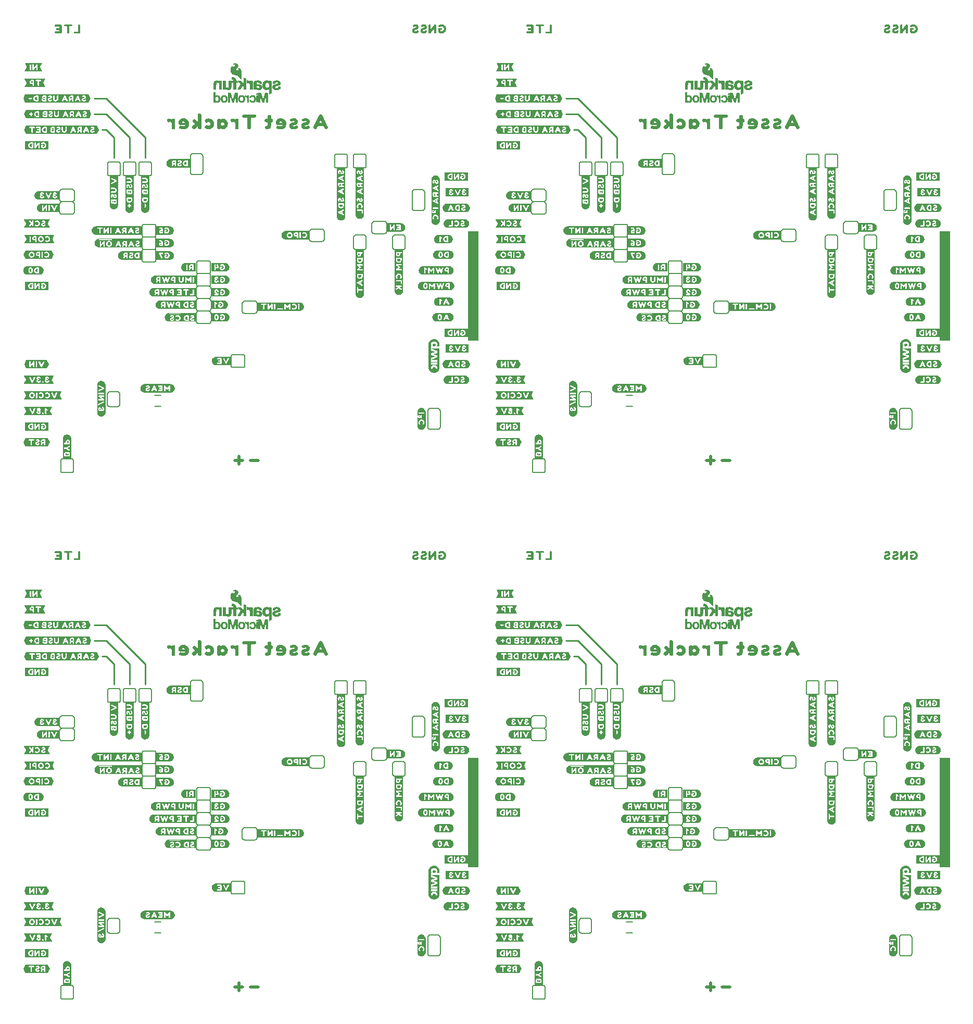
<source format=gbo>
G04 EAGLE Gerber RS-274X export*
G75*
%MOMM*%
%FSLAX34Y34*%
%LPD*%
%INSilkscreen Bottom*%
%IPPOS*%
%AMOC8*
5,1,8,0,0,1.08239X$1,22.5*%
G01*
%ADD10R,1.651000X14.922500*%
%ADD11R,1.651000X3.810000*%
%ADD12C,0.508000*%
%ADD13C,0.254000*%
%ADD14C,0.203200*%
%ADD15C,0.152400*%

G36*
X903999Y1433338D02*
X903999Y1433338D01*
X904006Y1433333D01*
X904606Y1433533D01*
X904621Y1433555D01*
X904634Y1433557D01*
X907734Y1439557D01*
X907734Y1439558D01*
X908034Y1440158D01*
X908033Y1440161D01*
X908036Y1440163D01*
X908032Y1440168D01*
X908028Y1440190D01*
X908034Y1440202D01*
X904634Y1446902D01*
X904604Y1446917D01*
X904598Y1446929D01*
X903998Y1447029D01*
X903993Y1447026D01*
X903990Y1447029D01*
X790090Y1447029D01*
X790081Y1447022D01*
X790074Y1447027D01*
X789474Y1446827D01*
X789459Y1446804D01*
X789446Y1446802D01*
X786446Y1440702D01*
X786447Y1440697D01*
X786443Y1440696D01*
X786243Y1440096D01*
X786245Y1440092D01*
X786244Y1440091D01*
X786246Y1440089D01*
X786252Y1440070D01*
X786246Y1440058D01*
X789546Y1433458D01*
X789577Y1433443D01*
X789583Y1433431D01*
X790283Y1433331D01*
X790288Y1433334D01*
X790290Y1433331D01*
X903990Y1433331D01*
X903999Y1433338D01*
G37*
G36*
X136919Y577358D02*
X136919Y577358D01*
X136926Y577353D01*
X137526Y577553D01*
X137541Y577575D01*
X137554Y577577D01*
X140654Y583577D01*
X140654Y583578D01*
X140954Y584178D01*
X140953Y584181D01*
X140956Y584183D01*
X140952Y584188D01*
X140948Y584210D01*
X140954Y584222D01*
X137554Y590922D01*
X137524Y590937D01*
X137518Y590949D01*
X136918Y591049D01*
X136913Y591046D01*
X136910Y591049D01*
X23010Y591049D01*
X23001Y591042D01*
X22994Y591047D01*
X22394Y590847D01*
X22379Y590824D01*
X22366Y590822D01*
X19366Y584722D01*
X19367Y584717D01*
X19363Y584716D01*
X19163Y584116D01*
X19165Y584112D01*
X19164Y584111D01*
X19166Y584109D01*
X19172Y584090D01*
X19166Y584078D01*
X22466Y577478D01*
X22497Y577463D01*
X22503Y577451D01*
X23203Y577351D01*
X23208Y577354D01*
X23210Y577351D01*
X136910Y577351D01*
X136919Y577358D01*
G37*
G36*
X903999Y577358D02*
X903999Y577358D01*
X904006Y577353D01*
X904606Y577553D01*
X904621Y577575D01*
X904634Y577577D01*
X907734Y583577D01*
X907734Y583578D01*
X908034Y584178D01*
X908033Y584181D01*
X908036Y584183D01*
X908032Y584188D01*
X908028Y584210D01*
X908034Y584222D01*
X904634Y590922D01*
X904604Y590937D01*
X904598Y590949D01*
X903998Y591049D01*
X903993Y591046D01*
X903990Y591049D01*
X790090Y591049D01*
X790081Y591042D01*
X790074Y591047D01*
X789474Y590847D01*
X789459Y590824D01*
X789446Y590822D01*
X786446Y584722D01*
X786447Y584717D01*
X786443Y584716D01*
X786243Y584116D01*
X786245Y584112D01*
X786244Y584111D01*
X786246Y584109D01*
X786252Y584090D01*
X786246Y584078D01*
X789546Y577478D01*
X789577Y577463D01*
X789583Y577451D01*
X790283Y577351D01*
X790288Y577354D01*
X790290Y577351D01*
X903990Y577351D01*
X903999Y577358D01*
G37*
G36*
X136919Y1433338D02*
X136919Y1433338D01*
X136926Y1433333D01*
X137526Y1433533D01*
X137541Y1433555D01*
X137554Y1433557D01*
X140654Y1439557D01*
X140654Y1439558D01*
X140954Y1440158D01*
X140953Y1440161D01*
X140956Y1440163D01*
X140952Y1440168D01*
X140948Y1440190D01*
X140954Y1440202D01*
X137554Y1446902D01*
X137524Y1446917D01*
X137518Y1446929D01*
X136918Y1447029D01*
X136913Y1447026D01*
X136910Y1447029D01*
X23010Y1447029D01*
X23001Y1447022D01*
X22994Y1447027D01*
X22394Y1446827D01*
X22379Y1446804D01*
X22366Y1446802D01*
X19366Y1440702D01*
X19367Y1440697D01*
X19363Y1440696D01*
X19163Y1440096D01*
X19165Y1440092D01*
X19164Y1440091D01*
X19166Y1440089D01*
X19172Y1440070D01*
X19166Y1440058D01*
X22466Y1433458D01*
X22497Y1433443D01*
X22503Y1433431D01*
X23203Y1433331D01*
X23208Y1433334D01*
X23210Y1433331D01*
X136910Y1433331D01*
X136919Y1433338D01*
G37*
G36*
X123511Y628167D02*
X123511Y628167D01*
X123525Y628165D01*
X123925Y628565D01*
X123926Y628577D01*
X123934Y628578D01*
X126934Y634678D01*
X126933Y634684D01*
X126937Y634688D01*
X126932Y634695D01*
X126939Y634700D01*
X126939Y635300D01*
X126930Y635313D01*
X126934Y635322D01*
X123934Y641422D01*
X123924Y641427D01*
X123925Y641435D01*
X123525Y641835D01*
X123500Y641838D01*
X123497Y641842D01*
X123495Y641842D01*
X123490Y641849D01*
X21390Y641849D01*
X21369Y641833D01*
X21355Y641835D01*
X20955Y641435D01*
X20954Y641424D01*
X20946Y641423D01*
X17846Y635423D01*
X17848Y635412D01*
X17841Y635408D01*
X17741Y634808D01*
X17752Y634789D01*
X17746Y634778D01*
X20846Y628678D01*
X20849Y628677D01*
X20848Y628675D01*
X21148Y628175D01*
X21182Y628161D01*
X21190Y628151D01*
X123490Y628151D01*
X123511Y628167D01*
G37*
G36*
X890591Y628167D02*
X890591Y628167D01*
X890605Y628165D01*
X891005Y628565D01*
X891006Y628577D01*
X891014Y628578D01*
X894014Y634678D01*
X894013Y634684D01*
X894017Y634688D01*
X894012Y634695D01*
X894019Y634700D01*
X894019Y635300D01*
X894010Y635313D01*
X894014Y635322D01*
X891014Y641422D01*
X891004Y641427D01*
X891005Y641435D01*
X890605Y641835D01*
X890580Y641838D01*
X890577Y641842D01*
X890575Y641842D01*
X890570Y641849D01*
X788470Y641849D01*
X788449Y641833D01*
X788435Y641835D01*
X788035Y641435D01*
X788034Y641424D01*
X788026Y641423D01*
X784926Y635423D01*
X784928Y635412D01*
X784921Y635408D01*
X784821Y634808D01*
X784832Y634789D01*
X784826Y634778D01*
X787926Y628678D01*
X787929Y628677D01*
X787928Y628675D01*
X788228Y628175D01*
X788262Y628161D01*
X788270Y628151D01*
X890570Y628151D01*
X890591Y628167D01*
G37*
G36*
X891861Y602767D02*
X891861Y602767D01*
X891875Y602765D01*
X892275Y603165D01*
X892276Y603177D01*
X892284Y603178D01*
X895284Y609278D01*
X895283Y609284D01*
X895287Y609288D01*
X895282Y609295D01*
X895289Y609300D01*
X895289Y609900D01*
X895280Y609913D01*
X895284Y609922D01*
X892284Y616022D01*
X892274Y616027D01*
X892275Y616035D01*
X891875Y616435D01*
X891850Y616438D01*
X891847Y616442D01*
X891845Y616442D01*
X891840Y616449D01*
X789740Y616449D01*
X789719Y616433D01*
X789705Y616435D01*
X789305Y616035D01*
X789304Y616024D01*
X789296Y616023D01*
X786196Y610023D01*
X786198Y610012D01*
X786191Y610008D01*
X786091Y609408D01*
X786102Y609389D01*
X786096Y609378D01*
X789196Y603278D01*
X789199Y603277D01*
X789198Y603275D01*
X789498Y602775D01*
X789532Y602761D01*
X789540Y602751D01*
X891840Y602751D01*
X891861Y602767D01*
G37*
G36*
X124781Y602767D02*
X124781Y602767D01*
X124795Y602765D01*
X125195Y603165D01*
X125196Y603177D01*
X125204Y603178D01*
X128204Y609278D01*
X128203Y609284D01*
X128207Y609288D01*
X128202Y609295D01*
X128209Y609300D01*
X128209Y609900D01*
X128200Y609913D01*
X128204Y609922D01*
X125204Y616022D01*
X125194Y616027D01*
X125195Y616035D01*
X124795Y616435D01*
X124770Y616438D01*
X124767Y616442D01*
X124765Y616442D01*
X124760Y616449D01*
X22660Y616449D01*
X22639Y616433D01*
X22625Y616435D01*
X22225Y616035D01*
X22224Y616024D01*
X22216Y616023D01*
X19116Y610023D01*
X19118Y610012D01*
X19111Y610008D01*
X19011Y609408D01*
X19022Y609389D01*
X19016Y609378D01*
X22116Y603278D01*
X22119Y603277D01*
X22118Y603275D01*
X22418Y602775D01*
X22452Y602761D01*
X22460Y602751D01*
X124760Y602751D01*
X124781Y602767D01*
G37*
G36*
X124781Y1458747D02*
X124781Y1458747D01*
X124795Y1458745D01*
X125195Y1459145D01*
X125196Y1459157D01*
X125204Y1459158D01*
X128204Y1465258D01*
X128203Y1465264D01*
X128207Y1465268D01*
X128202Y1465275D01*
X128209Y1465280D01*
X128209Y1465880D01*
X128200Y1465893D01*
X128204Y1465902D01*
X125204Y1472002D01*
X125194Y1472007D01*
X125195Y1472015D01*
X124795Y1472415D01*
X124770Y1472418D01*
X124767Y1472422D01*
X124765Y1472422D01*
X124760Y1472429D01*
X22660Y1472429D01*
X22639Y1472413D01*
X22625Y1472415D01*
X22225Y1472015D01*
X22224Y1472004D01*
X22216Y1472003D01*
X19116Y1466003D01*
X19118Y1465992D01*
X19111Y1465988D01*
X19011Y1465388D01*
X19022Y1465369D01*
X19016Y1465358D01*
X22116Y1459258D01*
X22119Y1459257D01*
X22118Y1459255D01*
X22418Y1458755D01*
X22452Y1458741D01*
X22460Y1458731D01*
X124760Y1458731D01*
X124781Y1458747D01*
G37*
G36*
X123511Y1484147D02*
X123511Y1484147D01*
X123525Y1484145D01*
X123925Y1484545D01*
X123926Y1484557D01*
X123934Y1484558D01*
X126934Y1490658D01*
X126933Y1490664D01*
X126937Y1490668D01*
X126932Y1490675D01*
X126939Y1490680D01*
X126939Y1491280D01*
X126930Y1491293D01*
X126934Y1491302D01*
X123934Y1497402D01*
X123924Y1497407D01*
X123925Y1497415D01*
X123525Y1497815D01*
X123500Y1497818D01*
X123497Y1497822D01*
X123495Y1497822D01*
X123490Y1497829D01*
X21390Y1497829D01*
X21369Y1497813D01*
X21355Y1497815D01*
X20955Y1497415D01*
X20954Y1497404D01*
X20946Y1497403D01*
X17846Y1491403D01*
X17848Y1491392D01*
X17841Y1491388D01*
X17741Y1490788D01*
X17752Y1490769D01*
X17746Y1490758D01*
X20846Y1484658D01*
X20849Y1484657D01*
X20848Y1484655D01*
X21148Y1484155D01*
X21182Y1484141D01*
X21190Y1484131D01*
X123490Y1484131D01*
X123511Y1484147D01*
G37*
G36*
X891861Y1458747D02*
X891861Y1458747D01*
X891875Y1458745D01*
X892275Y1459145D01*
X892276Y1459157D01*
X892284Y1459158D01*
X895284Y1465258D01*
X895283Y1465264D01*
X895287Y1465268D01*
X895282Y1465275D01*
X895289Y1465280D01*
X895289Y1465880D01*
X895280Y1465893D01*
X895284Y1465902D01*
X892284Y1472002D01*
X892274Y1472007D01*
X892275Y1472015D01*
X891875Y1472415D01*
X891850Y1472418D01*
X891847Y1472422D01*
X891845Y1472422D01*
X891840Y1472429D01*
X789740Y1472429D01*
X789719Y1472413D01*
X789705Y1472415D01*
X789305Y1472015D01*
X789304Y1472004D01*
X789296Y1472003D01*
X786196Y1466003D01*
X786198Y1465992D01*
X786191Y1465988D01*
X786091Y1465388D01*
X786102Y1465369D01*
X786096Y1465358D01*
X789196Y1459258D01*
X789199Y1459257D01*
X789198Y1459255D01*
X789498Y1458755D01*
X789532Y1458741D01*
X789540Y1458731D01*
X891840Y1458731D01*
X891861Y1458747D01*
G37*
G36*
X890591Y1484147D02*
X890591Y1484147D01*
X890605Y1484145D01*
X891005Y1484545D01*
X891006Y1484557D01*
X891014Y1484558D01*
X894014Y1490658D01*
X894013Y1490664D01*
X894017Y1490668D01*
X894012Y1490675D01*
X894019Y1490680D01*
X894019Y1491280D01*
X894010Y1491293D01*
X894014Y1491302D01*
X891014Y1497402D01*
X891004Y1497407D01*
X891005Y1497415D01*
X890605Y1497815D01*
X890580Y1497818D01*
X890577Y1497822D01*
X890575Y1497822D01*
X890570Y1497829D01*
X788470Y1497829D01*
X788449Y1497813D01*
X788435Y1497815D01*
X788035Y1497415D01*
X788034Y1497404D01*
X788026Y1497403D01*
X784926Y1491403D01*
X784928Y1491392D01*
X784921Y1491388D01*
X784821Y1490788D01*
X784832Y1490769D01*
X784826Y1490758D01*
X787926Y1484658D01*
X787929Y1484657D01*
X787928Y1484655D01*
X788228Y1484155D01*
X788262Y1484141D01*
X788270Y1484131D01*
X890570Y1484131D01*
X890591Y1484147D01*
G37*
G36*
X534974Y1292564D02*
X534974Y1292564D01*
X534977Y1292561D01*
X535677Y1292661D01*
X535678Y1292662D01*
X535678Y1292661D01*
X536278Y1292761D01*
X536281Y1292765D01*
X536284Y1292763D01*
X536984Y1292963D01*
X536988Y1292968D01*
X536992Y1292966D01*
X538192Y1293566D01*
X538194Y1293570D01*
X538197Y1293569D01*
X538797Y1293969D01*
X538798Y1293972D01*
X538801Y1293972D01*
X539301Y1294372D01*
X539302Y1294376D01*
X539305Y1294375D01*
X539805Y1294875D01*
X539805Y1294879D01*
X539808Y1294879D01*
X540208Y1295379D01*
X540209Y1295383D01*
X540211Y1295383D01*
X540611Y1295983D01*
X540611Y1295987D01*
X540614Y1295988D01*
X540914Y1296588D01*
X540913Y1296593D01*
X540917Y1296594D01*
X541117Y1297194D01*
X541116Y1297196D01*
X541117Y1297196D01*
X541154Y1297325D01*
X541196Y1297472D01*
X541210Y1297522D01*
X541252Y1297669D01*
X541253Y1297669D01*
X541252Y1297669D01*
X541295Y1297817D01*
X541309Y1297866D01*
X541317Y1297896D01*
X541316Y1297901D01*
X541319Y1297903D01*
X541419Y1298602D01*
X541519Y1299202D01*
X541516Y1299207D01*
X541519Y1299210D01*
X541519Y1378510D01*
X541483Y1378557D01*
X541480Y1378555D01*
X541478Y1378559D01*
X540878Y1378659D01*
X540873Y1378656D01*
X540870Y1378659D01*
X527970Y1378659D01*
X527923Y1378623D01*
X527925Y1378620D01*
X527921Y1378618D01*
X527821Y1378018D01*
X527824Y1378013D01*
X527821Y1378010D01*
X527821Y1299310D01*
X527824Y1299306D01*
X527821Y1299303D01*
X527921Y1298603D01*
X527922Y1298602D01*
X527921Y1298602D01*
X528021Y1298002D01*
X528025Y1297999D01*
X528023Y1297996D01*
X528223Y1297296D01*
X528224Y1297295D01*
X528223Y1297294D01*
X528423Y1296694D01*
X528428Y1296691D01*
X528426Y1296688D01*
X528726Y1296088D01*
X528730Y1296086D01*
X528729Y1296083D01*
X529129Y1295483D01*
X529132Y1295482D01*
X529132Y1295479D01*
X529532Y1294979D01*
X529536Y1294978D01*
X529535Y1294975D01*
X530535Y1293975D01*
X530539Y1293975D01*
X530539Y1293972D01*
X531039Y1293572D01*
X531047Y1293571D01*
X531048Y1293566D01*
X531648Y1293266D01*
X531653Y1293267D01*
X531654Y1293263D01*
X532252Y1293064D01*
X532951Y1292765D01*
X532960Y1292767D01*
X532963Y1292761D01*
X533662Y1292661D01*
X534262Y1292561D01*
X534267Y1292564D01*
X534270Y1292561D01*
X534970Y1292561D01*
X534974Y1292564D01*
G37*
G36*
X1302054Y1292564D02*
X1302054Y1292564D01*
X1302057Y1292561D01*
X1302757Y1292661D01*
X1302758Y1292662D01*
X1302758Y1292661D01*
X1303358Y1292761D01*
X1303361Y1292765D01*
X1303364Y1292763D01*
X1304064Y1292963D01*
X1304068Y1292968D01*
X1304072Y1292966D01*
X1305272Y1293566D01*
X1305274Y1293570D01*
X1305277Y1293569D01*
X1305877Y1293969D01*
X1305878Y1293972D01*
X1305881Y1293972D01*
X1306381Y1294372D01*
X1306382Y1294376D01*
X1306385Y1294375D01*
X1306885Y1294875D01*
X1306885Y1294879D01*
X1306888Y1294879D01*
X1307288Y1295379D01*
X1307289Y1295383D01*
X1307291Y1295383D01*
X1307691Y1295983D01*
X1307691Y1295987D01*
X1307694Y1295988D01*
X1307994Y1296588D01*
X1307993Y1296593D01*
X1307997Y1296594D01*
X1308197Y1297194D01*
X1308196Y1297196D01*
X1308197Y1297196D01*
X1308234Y1297325D01*
X1308276Y1297472D01*
X1308290Y1297522D01*
X1308332Y1297669D01*
X1308333Y1297669D01*
X1308332Y1297669D01*
X1308375Y1297817D01*
X1308389Y1297866D01*
X1308397Y1297896D01*
X1308396Y1297901D01*
X1308399Y1297903D01*
X1308499Y1298602D01*
X1308599Y1299202D01*
X1308596Y1299207D01*
X1308599Y1299210D01*
X1308599Y1378510D01*
X1308563Y1378557D01*
X1308560Y1378555D01*
X1308558Y1378559D01*
X1307958Y1378659D01*
X1307953Y1378656D01*
X1307950Y1378659D01*
X1295050Y1378659D01*
X1295003Y1378623D01*
X1295005Y1378620D01*
X1295001Y1378618D01*
X1294901Y1378018D01*
X1294904Y1378013D01*
X1294901Y1378010D01*
X1294901Y1299310D01*
X1294904Y1299306D01*
X1294901Y1299303D01*
X1295001Y1298603D01*
X1295002Y1298602D01*
X1295001Y1298602D01*
X1295101Y1298002D01*
X1295105Y1297999D01*
X1295103Y1297996D01*
X1295303Y1297296D01*
X1295304Y1297295D01*
X1295303Y1297294D01*
X1295503Y1296694D01*
X1295508Y1296691D01*
X1295506Y1296688D01*
X1295806Y1296088D01*
X1295810Y1296086D01*
X1295809Y1296083D01*
X1296209Y1295483D01*
X1296212Y1295482D01*
X1296212Y1295479D01*
X1296612Y1294979D01*
X1296616Y1294978D01*
X1296615Y1294975D01*
X1297615Y1293975D01*
X1297619Y1293975D01*
X1297619Y1293972D01*
X1298119Y1293572D01*
X1298127Y1293571D01*
X1298128Y1293566D01*
X1298728Y1293266D01*
X1298733Y1293267D01*
X1298734Y1293263D01*
X1299332Y1293064D01*
X1300031Y1292765D01*
X1300040Y1292767D01*
X1300043Y1292761D01*
X1300742Y1292661D01*
X1301342Y1292561D01*
X1301347Y1292564D01*
X1301350Y1292561D01*
X1302050Y1292561D01*
X1302054Y1292564D01*
G37*
G36*
X534974Y436584D02*
X534974Y436584D01*
X534977Y436581D01*
X535677Y436681D01*
X535678Y436682D01*
X535678Y436681D01*
X536278Y436781D01*
X536281Y436785D01*
X536284Y436783D01*
X536984Y436983D01*
X536988Y436988D01*
X536992Y436986D01*
X538192Y437586D01*
X538194Y437590D01*
X538197Y437589D01*
X538797Y437989D01*
X538798Y437992D01*
X538801Y437992D01*
X539301Y438392D01*
X539302Y438396D01*
X539305Y438395D01*
X539805Y438895D01*
X539805Y438899D01*
X539808Y438899D01*
X540208Y439399D01*
X540209Y439403D01*
X540211Y439403D01*
X540611Y440003D01*
X540611Y440007D01*
X540614Y440008D01*
X540914Y440608D01*
X540913Y440613D01*
X540917Y440614D01*
X541117Y441214D01*
X541116Y441216D01*
X541117Y441216D01*
X541126Y441246D01*
X541168Y441394D01*
X541210Y441542D01*
X541224Y441591D01*
X541267Y441739D01*
X541309Y441886D01*
X541317Y441916D01*
X541316Y441921D01*
X541319Y441923D01*
X541419Y442622D01*
X541519Y443222D01*
X541516Y443227D01*
X541519Y443230D01*
X541519Y522530D01*
X541483Y522577D01*
X541480Y522575D01*
X541478Y522579D01*
X540878Y522679D01*
X540873Y522676D01*
X540870Y522679D01*
X527970Y522679D01*
X527923Y522643D01*
X527925Y522640D01*
X527921Y522638D01*
X527821Y522038D01*
X527824Y522033D01*
X527821Y522030D01*
X527821Y443330D01*
X527824Y443326D01*
X527821Y443323D01*
X527921Y442623D01*
X527922Y442622D01*
X527921Y442622D01*
X528021Y442022D01*
X528025Y442019D01*
X528023Y442016D01*
X528223Y441316D01*
X528224Y441315D01*
X528223Y441314D01*
X528423Y440714D01*
X528428Y440711D01*
X528426Y440708D01*
X528726Y440108D01*
X528730Y440106D01*
X528729Y440103D01*
X529129Y439503D01*
X529132Y439502D01*
X529132Y439499D01*
X529532Y438999D01*
X529536Y438998D01*
X529535Y438995D01*
X530535Y437995D01*
X530539Y437995D01*
X530539Y437992D01*
X531039Y437592D01*
X531047Y437591D01*
X531048Y437586D01*
X531648Y437286D01*
X531653Y437287D01*
X531654Y437283D01*
X532252Y437084D01*
X532951Y436785D01*
X532960Y436787D01*
X532963Y436781D01*
X533662Y436681D01*
X534262Y436581D01*
X534267Y436584D01*
X534270Y436581D01*
X534970Y436581D01*
X534974Y436584D01*
G37*
G36*
X1302054Y436584D02*
X1302054Y436584D01*
X1302057Y436581D01*
X1302757Y436681D01*
X1302758Y436682D01*
X1302758Y436681D01*
X1303358Y436781D01*
X1303361Y436785D01*
X1303364Y436783D01*
X1304064Y436983D01*
X1304068Y436988D01*
X1304072Y436986D01*
X1305272Y437586D01*
X1305274Y437590D01*
X1305277Y437589D01*
X1305877Y437989D01*
X1305878Y437992D01*
X1305881Y437992D01*
X1306381Y438392D01*
X1306382Y438396D01*
X1306385Y438395D01*
X1306885Y438895D01*
X1306885Y438899D01*
X1306888Y438899D01*
X1307288Y439399D01*
X1307289Y439403D01*
X1307291Y439403D01*
X1307691Y440003D01*
X1307691Y440007D01*
X1307694Y440008D01*
X1307994Y440608D01*
X1307993Y440613D01*
X1307997Y440614D01*
X1308197Y441214D01*
X1308196Y441216D01*
X1308197Y441216D01*
X1308206Y441246D01*
X1308248Y441394D01*
X1308290Y441542D01*
X1308304Y441591D01*
X1308347Y441739D01*
X1308389Y441886D01*
X1308397Y441916D01*
X1308396Y441921D01*
X1308399Y441923D01*
X1308499Y442622D01*
X1308599Y443222D01*
X1308596Y443227D01*
X1308599Y443230D01*
X1308599Y522530D01*
X1308563Y522577D01*
X1308560Y522575D01*
X1308558Y522579D01*
X1307958Y522679D01*
X1307953Y522676D01*
X1307950Y522679D01*
X1295050Y522679D01*
X1295003Y522643D01*
X1295005Y522640D01*
X1295001Y522638D01*
X1294901Y522038D01*
X1294904Y522033D01*
X1294901Y522030D01*
X1294901Y443330D01*
X1294904Y443326D01*
X1294901Y443323D01*
X1295001Y442623D01*
X1295002Y442622D01*
X1295001Y442622D01*
X1295101Y442022D01*
X1295105Y442019D01*
X1295103Y442016D01*
X1295303Y441316D01*
X1295304Y441315D01*
X1295303Y441314D01*
X1295503Y440714D01*
X1295508Y440711D01*
X1295506Y440708D01*
X1295806Y440108D01*
X1295810Y440106D01*
X1295809Y440103D01*
X1296209Y439503D01*
X1296212Y439502D01*
X1296212Y439499D01*
X1296612Y438999D01*
X1296616Y438998D01*
X1296615Y438995D01*
X1297615Y437995D01*
X1297619Y437995D01*
X1297619Y437992D01*
X1298119Y437592D01*
X1298127Y437591D01*
X1298128Y437586D01*
X1298728Y437286D01*
X1298733Y437287D01*
X1298734Y437283D01*
X1299332Y437084D01*
X1300031Y436785D01*
X1300040Y436787D01*
X1300043Y436781D01*
X1300742Y436681D01*
X1301342Y436581D01*
X1301347Y436584D01*
X1301350Y436581D01*
X1302050Y436581D01*
X1302054Y436584D01*
G37*
G36*
X566259Y1295338D02*
X566259Y1295338D01*
X566266Y1295333D01*
X566865Y1295533D01*
X567564Y1295733D01*
X567568Y1295738D01*
X567572Y1295736D01*
X568772Y1296336D01*
X568775Y1296343D01*
X568781Y1296342D01*
X569279Y1296740D01*
X569877Y1297139D01*
X569881Y1297149D01*
X569888Y1297149D01*
X570688Y1298149D01*
X570689Y1298153D01*
X570691Y1298153D01*
X571091Y1298753D01*
X571091Y1298757D01*
X571094Y1298758D01*
X571394Y1299358D01*
X571393Y1299363D01*
X571397Y1299364D01*
X571597Y1299964D01*
X571596Y1299966D01*
X571597Y1299966D01*
X571634Y1300095D01*
X571676Y1300242D01*
X571690Y1300292D01*
X571732Y1300439D01*
X571733Y1300439D01*
X571732Y1300439D01*
X571775Y1300587D01*
X571789Y1300636D01*
X571797Y1300666D01*
X571796Y1300671D01*
X571799Y1300673D01*
X571899Y1301372D01*
X571999Y1301972D01*
X571996Y1301977D01*
X571999Y1301980D01*
X571999Y1377880D01*
X571996Y1377885D01*
X571999Y1377888D01*
X571899Y1378488D01*
X571855Y1378529D01*
X571853Y1378526D01*
X571850Y1378529D01*
X558950Y1378529D01*
X558941Y1378522D01*
X558934Y1378527D01*
X558334Y1378327D01*
X558304Y1378283D01*
X558301Y1378280D01*
X558301Y1301880D01*
X558304Y1301875D01*
X558301Y1301872D01*
X558401Y1301272D01*
X558501Y1300573D01*
X558505Y1300569D01*
X558503Y1300566D01*
X558703Y1299866D01*
X558704Y1299865D01*
X558703Y1299864D01*
X558903Y1299264D01*
X558911Y1299259D01*
X558909Y1299253D01*
X559307Y1298655D01*
X559606Y1298058D01*
X559616Y1298053D01*
X559615Y1298045D01*
X560113Y1297547D01*
X560512Y1297049D01*
X560519Y1297047D01*
X560519Y1297042D01*
X561019Y1296642D01*
X561023Y1296641D01*
X561023Y1296639D01*
X561623Y1296239D01*
X561627Y1296239D01*
X561628Y1296236D01*
X562828Y1295636D01*
X562835Y1295637D01*
X562836Y1295633D01*
X563536Y1295433D01*
X563540Y1295434D01*
X563542Y1295431D01*
X564142Y1295331D01*
X564147Y1295334D01*
X564150Y1295331D01*
X566250Y1295331D01*
X566259Y1295338D01*
G37*
G36*
X1333339Y1295338D02*
X1333339Y1295338D01*
X1333346Y1295333D01*
X1333945Y1295533D01*
X1334644Y1295733D01*
X1334648Y1295738D01*
X1334652Y1295736D01*
X1335852Y1296336D01*
X1335855Y1296343D01*
X1335861Y1296342D01*
X1336359Y1296740D01*
X1336957Y1297139D01*
X1336961Y1297149D01*
X1336968Y1297149D01*
X1337768Y1298149D01*
X1337769Y1298153D01*
X1337771Y1298153D01*
X1338171Y1298753D01*
X1338171Y1298757D01*
X1338174Y1298758D01*
X1338474Y1299358D01*
X1338473Y1299363D01*
X1338477Y1299364D01*
X1338677Y1299964D01*
X1338676Y1299966D01*
X1338677Y1299966D01*
X1338714Y1300095D01*
X1338756Y1300242D01*
X1338770Y1300292D01*
X1338812Y1300439D01*
X1338813Y1300439D01*
X1338812Y1300439D01*
X1338855Y1300587D01*
X1338869Y1300636D01*
X1338877Y1300666D01*
X1338876Y1300671D01*
X1338879Y1300673D01*
X1338979Y1301372D01*
X1339079Y1301972D01*
X1339076Y1301977D01*
X1339079Y1301980D01*
X1339079Y1377880D01*
X1339076Y1377885D01*
X1339079Y1377888D01*
X1338979Y1378488D01*
X1338935Y1378529D01*
X1338933Y1378526D01*
X1338930Y1378529D01*
X1326030Y1378529D01*
X1326021Y1378522D01*
X1326014Y1378527D01*
X1325414Y1378327D01*
X1325384Y1378283D01*
X1325381Y1378280D01*
X1325381Y1301880D01*
X1325384Y1301875D01*
X1325381Y1301872D01*
X1325481Y1301272D01*
X1325581Y1300573D01*
X1325585Y1300569D01*
X1325583Y1300566D01*
X1325783Y1299866D01*
X1325784Y1299865D01*
X1325783Y1299864D01*
X1325983Y1299264D01*
X1325991Y1299259D01*
X1325989Y1299253D01*
X1326387Y1298655D01*
X1326686Y1298058D01*
X1326696Y1298053D01*
X1326695Y1298045D01*
X1327193Y1297547D01*
X1327592Y1297049D01*
X1327599Y1297047D01*
X1327599Y1297042D01*
X1328099Y1296642D01*
X1328103Y1296641D01*
X1328103Y1296639D01*
X1328703Y1296239D01*
X1328707Y1296239D01*
X1328708Y1296236D01*
X1329908Y1295636D01*
X1329915Y1295637D01*
X1329916Y1295633D01*
X1330616Y1295433D01*
X1330620Y1295434D01*
X1330622Y1295431D01*
X1331222Y1295331D01*
X1331227Y1295334D01*
X1331230Y1295331D01*
X1333330Y1295331D01*
X1333339Y1295338D01*
G37*
G36*
X1333339Y439358D02*
X1333339Y439358D01*
X1333346Y439353D01*
X1333945Y439553D01*
X1334644Y439753D01*
X1334648Y439758D01*
X1334652Y439756D01*
X1335852Y440356D01*
X1335855Y440363D01*
X1335861Y440362D01*
X1336359Y440760D01*
X1336957Y441159D01*
X1336961Y441169D01*
X1336968Y441169D01*
X1337768Y442169D01*
X1337769Y442173D01*
X1337771Y442173D01*
X1338171Y442773D01*
X1338171Y442777D01*
X1338174Y442778D01*
X1338474Y443378D01*
X1338473Y443383D01*
X1338477Y443384D01*
X1338677Y443984D01*
X1338676Y443986D01*
X1338677Y443986D01*
X1338714Y444115D01*
X1338756Y444262D01*
X1338770Y444312D01*
X1338812Y444459D01*
X1338813Y444459D01*
X1338812Y444459D01*
X1338855Y444607D01*
X1338869Y444656D01*
X1338877Y444686D01*
X1338876Y444691D01*
X1338879Y444693D01*
X1338979Y445392D01*
X1339079Y445992D01*
X1339076Y445997D01*
X1339079Y446000D01*
X1339079Y521900D01*
X1339076Y521905D01*
X1339079Y521908D01*
X1338979Y522508D01*
X1338935Y522549D01*
X1338933Y522546D01*
X1338930Y522549D01*
X1326030Y522549D01*
X1326021Y522542D01*
X1326014Y522547D01*
X1325414Y522347D01*
X1325384Y522303D01*
X1325381Y522300D01*
X1325381Y445900D01*
X1325384Y445895D01*
X1325381Y445892D01*
X1325481Y445292D01*
X1325581Y444593D01*
X1325585Y444589D01*
X1325583Y444586D01*
X1325783Y443886D01*
X1325784Y443885D01*
X1325783Y443884D01*
X1325983Y443284D01*
X1325991Y443279D01*
X1325989Y443273D01*
X1326387Y442675D01*
X1326686Y442078D01*
X1326696Y442073D01*
X1326695Y442065D01*
X1327193Y441567D01*
X1327592Y441069D01*
X1327599Y441067D01*
X1327599Y441062D01*
X1328099Y440662D01*
X1328103Y440661D01*
X1328103Y440659D01*
X1328703Y440259D01*
X1328707Y440259D01*
X1328708Y440256D01*
X1329908Y439656D01*
X1329915Y439657D01*
X1329916Y439653D01*
X1330616Y439453D01*
X1330620Y439454D01*
X1330622Y439451D01*
X1331222Y439351D01*
X1331227Y439354D01*
X1331230Y439351D01*
X1333330Y439351D01*
X1333339Y439358D01*
G37*
G36*
X566259Y439358D02*
X566259Y439358D01*
X566266Y439353D01*
X566865Y439553D01*
X567564Y439753D01*
X567568Y439758D01*
X567572Y439756D01*
X568772Y440356D01*
X568775Y440363D01*
X568781Y440362D01*
X569279Y440760D01*
X569877Y441159D01*
X569881Y441169D01*
X569888Y441169D01*
X570688Y442169D01*
X570689Y442173D01*
X570691Y442173D01*
X571091Y442773D01*
X571091Y442777D01*
X571094Y442778D01*
X571394Y443378D01*
X571393Y443383D01*
X571397Y443384D01*
X571597Y443984D01*
X571596Y443986D01*
X571597Y443986D01*
X571634Y444115D01*
X571676Y444262D01*
X571690Y444312D01*
X571732Y444459D01*
X571733Y444459D01*
X571732Y444459D01*
X571775Y444607D01*
X571789Y444656D01*
X571797Y444686D01*
X571796Y444691D01*
X571799Y444693D01*
X571899Y445392D01*
X571999Y445992D01*
X571996Y445997D01*
X571999Y446000D01*
X571999Y521900D01*
X571996Y521905D01*
X571999Y521908D01*
X571899Y522508D01*
X571855Y522549D01*
X571853Y522546D01*
X571850Y522549D01*
X558950Y522549D01*
X558941Y522542D01*
X558934Y522547D01*
X558334Y522347D01*
X558304Y522303D01*
X558301Y522300D01*
X558301Y445900D01*
X558304Y445895D01*
X558301Y445892D01*
X558401Y445292D01*
X558501Y444593D01*
X558505Y444589D01*
X558503Y444586D01*
X558703Y443886D01*
X558704Y443885D01*
X558703Y443884D01*
X558903Y443284D01*
X558911Y443279D01*
X558909Y443273D01*
X559307Y442675D01*
X559606Y442078D01*
X559616Y442073D01*
X559615Y442065D01*
X560113Y441567D01*
X560512Y441069D01*
X560519Y441067D01*
X560519Y441062D01*
X561019Y440662D01*
X561023Y440661D01*
X561023Y440659D01*
X561623Y440259D01*
X561627Y440259D01*
X561628Y440256D01*
X562828Y439656D01*
X562835Y439657D01*
X562836Y439653D01*
X563536Y439453D01*
X563540Y439454D01*
X563542Y439451D01*
X564142Y439351D01*
X564147Y439354D01*
X564150Y439351D01*
X566250Y439351D01*
X566259Y439358D01*
G37*
G36*
X977168Y413550D02*
X977168Y413550D01*
X977176Y413552D01*
X977376Y414052D01*
X977372Y414065D01*
X977379Y414070D01*
X977379Y426970D01*
X977350Y427008D01*
X977348Y427016D01*
X976848Y427216D01*
X976836Y427212D01*
X976835Y427212D01*
X976830Y427219D01*
X902730Y427219D01*
X902725Y427216D01*
X902722Y427219D01*
X902122Y427119D01*
X901423Y427019D01*
X901420Y427015D01*
X901418Y427015D01*
X901417Y427015D01*
X901414Y427017D01*
X900814Y426817D01*
X900813Y426814D01*
X900811Y426815D01*
X900111Y426515D01*
X900109Y426513D01*
X900108Y426514D01*
X899508Y426214D01*
X899505Y426207D01*
X899499Y426208D01*
X898999Y425808D01*
X898998Y425804D01*
X898995Y425805D01*
X897995Y424805D01*
X897995Y424801D01*
X897992Y424801D01*
X897592Y424301D01*
X897591Y424297D01*
X897589Y424297D01*
X897189Y423697D01*
X897189Y423693D01*
X897186Y423692D01*
X896886Y423092D01*
X896886Y423089D01*
X896885Y423089D01*
X896887Y423087D01*
X896883Y423086D01*
X896483Y421886D01*
X896485Y421879D01*
X896481Y421877D01*
X896281Y420477D01*
X896286Y420468D01*
X896281Y420463D01*
X896381Y419763D01*
X896382Y419762D01*
X896381Y419762D01*
X896481Y419162D01*
X896581Y418463D01*
X896586Y418458D01*
X896583Y418454D01*
X896783Y417854D01*
X896786Y417853D01*
X896785Y417851D01*
X897085Y417151D01*
X897093Y417146D01*
X897092Y417139D01*
X897490Y416641D01*
X897889Y416043D01*
X897892Y416042D01*
X897892Y416039D01*
X898292Y415539D01*
X898299Y415537D01*
X898299Y415532D01*
X898799Y415132D01*
X898803Y415131D01*
X898803Y415129D01*
X899401Y414730D01*
X899899Y414332D01*
X899909Y414331D01*
X899911Y414325D01*
X900611Y414025D01*
X900614Y414026D01*
X900614Y414023D01*
X901214Y413823D01*
X901216Y413824D01*
X901216Y413823D01*
X901916Y413623D01*
X901926Y413626D01*
X901930Y413621D01*
X902527Y413621D01*
X903223Y413521D01*
X903228Y413524D01*
X903230Y413521D01*
X977130Y413521D01*
X977168Y413550D01*
G37*
G36*
X210088Y413550D02*
X210088Y413550D01*
X210096Y413552D01*
X210296Y414052D01*
X210292Y414065D01*
X210299Y414070D01*
X210299Y426970D01*
X210270Y427008D01*
X210268Y427016D01*
X209768Y427216D01*
X209756Y427212D01*
X209755Y427212D01*
X209750Y427219D01*
X135650Y427219D01*
X135645Y427216D01*
X135642Y427219D01*
X135042Y427119D01*
X134343Y427019D01*
X134340Y427015D01*
X134338Y427015D01*
X134337Y427015D01*
X134334Y427017D01*
X133734Y426817D01*
X133733Y426814D01*
X133731Y426815D01*
X133031Y426515D01*
X133029Y426513D01*
X133028Y426514D01*
X132428Y426214D01*
X132425Y426207D01*
X132419Y426208D01*
X131919Y425808D01*
X131918Y425804D01*
X131915Y425805D01*
X130915Y424805D01*
X130915Y424801D01*
X130912Y424801D01*
X130512Y424301D01*
X130511Y424297D01*
X130509Y424297D01*
X130109Y423697D01*
X130109Y423693D01*
X130106Y423692D01*
X129806Y423092D01*
X129806Y423089D01*
X129805Y423089D01*
X129807Y423087D01*
X129803Y423086D01*
X129403Y421886D01*
X129405Y421879D01*
X129401Y421877D01*
X129201Y420477D01*
X129206Y420468D01*
X129201Y420463D01*
X129301Y419763D01*
X129302Y419762D01*
X129301Y419762D01*
X129401Y419162D01*
X129501Y418463D01*
X129506Y418458D01*
X129503Y418454D01*
X129703Y417854D01*
X129706Y417853D01*
X129705Y417851D01*
X130005Y417151D01*
X130013Y417146D01*
X130012Y417139D01*
X130410Y416641D01*
X130809Y416043D01*
X130812Y416042D01*
X130812Y416039D01*
X131212Y415539D01*
X131219Y415537D01*
X131219Y415532D01*
X131719Y415132D01*
X131723Y415131D01*
X131723Y415129D01*
X132321Y414730D01*
X132819Y414332D01*
X132829Y414331D01*
X132831Y414325D01*
X133531Y414025D01*
X133534Y414026D01*
X133534Y414023D01*
X134134Y413823D01*
X134136Y413824D01*
X134136Y413823D01*
X134836Y413623D01*
X134846Y413626D01*
X134850Y413621D01*
X135447Y413621D01*
X136143Y413521D01*
X136148Y413524D01*
X136150Y413521D01*
X210050Y413521D01*
X210088Y413550D01*
G37*
G36*
X977168Y1269530D02*
X977168Y1269530D01*
X977176Y1269532D01*
X977376Y1270032D01*
X977372Y1270045D01*
X977379Y1270050D01*
X977379Y1282950D01*
X977350Y1282988D01*
X977348Y1282996D01*
X976848Y1283196D01*
X976836Y1283192D01*
X976835Y1283192D01*
X976830Y1283199D01*
X902730Y1283199D01*
X902725Y1283196D01*
X902722Y1283199D01*
X902122Y1283099D01*
X901423Y1282999D01*
X901420Y1282995D01*
X901418Y1282995D01*
X901417Y1282995D01*
X901414Y1282997D01*
X900814Y1282797D01*
X900813Y1282794D01*
X900811Y1282795D01*
X900111Y1282495D01*
X900109Y1282493D01*
X900108Y1282494D01*
X899508Y1282194D01*
X899505Y1282187D01*
X899499Y1282188D01*
X898999Y1281788D01*
X898998Y1281784D01*
X898995Y1281785D01*
X897995Y1280785D01*
X897995Y1280781D01*
X897992Y1280781D01*
X897592Y1280281D01*
X897591Y1280277D01*
X897589Y1280277D01*
X897189Y1279677D01*
X897189Y1279673D01*
X897186Y1279672D01*
X896886Y1279072D01*
X896886Y1279069D01*
X896885Y1279069D01*
X896887Y1279067D01*
X896883Y1279066D01*
X896483Y1277866D01*
X896485Y1277859D01*
X896481Y1277857D01*
X896281Y1276457D01*
X896286Y1276448D01*
X896281Y1276443D01*
X896381Y1275743D01*
X896382Y1275742D01*
X896381Y1275742D01*
X896481Y1275142D01*
X896581Y1274443D01*
X896586Y1274438D01*
X896583Y1274434D01*
X896783Y1273834D01*
X896786Y1273833D01*
X896785Y1273831D01*
X897085Y1273131D01*
X897093Y1273126D01*
X897092Y1273119D01*
X897490Y1272621D01*
X897889Y1272023D01*
X897892Y1272022D01*
X897892Y1272019D01*
X898292Y1271519D01*
X898299Y1271517D01*
X898299Y1271512D01*
X898799Y1271112D01*
X898803Y1271111D01*
X898803Y1271109D01*
X899401Y1270710D01*
X899899Y1270312D01*
X899909Y1270311D01*
X899911Y1270305D01*
X900611Y1270005D01*
X900614Y1270006D01*
X900614Y1270003D01*
X901214Y1269803D01*
X901216Y1269804D01*
X901216Y1269803D01*
X901916Y1269603D01*
X901926Y1269606D01*
X901930Y1269601D01*
X902527Y1269601D01*
X903223Y1269501D01*
X903228Y1269504D01*
X903230Y1269501D01*
X977130Y1269501D01*
X977168Y1269530D01*
G37*
G36*
X210088Y1269530D02*
X210088Y1269530D01*
X210096Y1269532D01*
X210296Y1270032D01*
X210292Y1270045D01*
X210299Y1270050D01*
X210299Y1282950D01*
X210270Y1282988D01*
X210268Y1282996D01*
X209768Y1283196D01*
X209756Y1283192D01*
X209755Y1283192D01*
X209750Y1283199D01*
X135650Y1283199D01*
X135645Y1283196D01*
X135642Y1283199D01*
X135042Y1283099D01*
X134343Y1282999D01*
X134340Y1282995D01*
X134338Y1282995D01*
X134337Y1282995D01*
X134334Y1282997D01*
X133734Y1282797D01*
X133733Y1282794D01*
X133731Y1282795D01*
X133031Y1282495D01*
X133029Y1282493D01*
X133028Y1282494D01*
X132428Y1282194D01*
X132425Y1282187D01*
X132419Y1282188D01*
X131919Y1281788D01*
X131918Y1281784D01*
X131915Y1281785D01*
X130915Y1280785D01*
X130915Y1280781D01*
X130912Y1280781D01*
X130512Y1280281D01*
X130511Y1280277D01*
X130509Y1280277D01*
X130109Y1279677D01*
X130109Y1279673D01*
X130106Y1279672D01*
X129806Y1279072D01*
X129806Y1279069D01*
X129805Y1279069D01*
X129807Y1279067D01*
X129803Y1279066D01*
X129403Y1277866D01*
X129405Y1277859D01*
X129401Y1277857D01*
X129201Y1276457D01*
X129206Y1276448D01*
X129201Y1276443D01*
X129301Y1275743D01*
X129302Y1275742D01*
X129301Y1275742D01*
X129401Y1275142D01*
X129501Y1274443D01*
X129506Y1274438D01*
X129503Y1274434D01*
X129703Y1273834D01*
X129706Y1273833D01*
X129705Y1273831D01*
X130005Y1273131D01*
X130013Y1273126D01*
X130012Y1273119D01*
X130410Y1272621D01*
X130809Y1272023D01*
X130812Y1272022D01*
X130812Y1272019D01*
X131212Y1271519D01*
X131219Y1271517D01*
X131219Y1271512D01*
X131719Y1271112D01*
X131723Y1271111D01*
X131723Y1271109D01*
X132321Y1270710D01*
X132819Y1270312D01*
X132829Y1270311D01*
X132831Y1270305D01*
X133531Y1270005D01*
X133534Y1270006D01*
X133534Y1270003D01*
X134134Y1269803D01*
X134136Y1269804D01*
X134136Y1269803D01*
X134836Y1269603D01*
X134846Y1269606D01*
X134850Y1269601D01*
X135447Y1269601D01*
X136143Y1269501D01*
X136148Y1269504D01*
X136150Y1269501D01*
X210050Y1269501D01*
X210088Y1269530D01*
G37*
G36*
X1456529Y1285638D02*
X1456529Y1285638D01*
X1456536Y1285633D01*
X1457135Y1285833D01*
X1457834Y1286033D01*
X1457838Y1286038D01*
X1457842Y1286036D01*
X1459042Y1286636D01*
X1459045Y1286643D01*
X1459051Y1286642D01*
X1459549Y1287040D01*
X1460147Y1287439D01*
X1460151Y1287449D01*
X1460158Y1287449D01*
X1460958Y1288449D01*
X1460959Y1288453D01*
X1460961Y1288453D01*
X1461361Y1289053D01*
X1461361Y1289057D01*
X1461364Y1289058D01*
X1461664Y1289658D01*
X1461663Y1289665D01*
X1461667Y1289666D01*
X1461692Y1289754D01*
X1461693Y1289754D01*
X1461692Y1289754D01*
X1461735Y1289902D01*
X1461749Y1289951D01*
X1461791Y1290099D01*
X1461833Y1290247D01*
X1461847Y1290296D01*
X1461867Y1290365D01*
X1462067Y1290964D01*
X1462065Y1290971D01*
X1462069Y1290973D01*
X1462269Y1292373D01*
X1462266Y1292378D01*
X1462269Y1292380D01*
X1462269Y1359480D01*
X1462266Y1359485D01*
X1462269Y1359488D01*
X1462169Y1360088D01*
X1462069Y1360787D01*
X1462064Y1360792D01*
X1462067Y1360796D01*
X1461867Y1361395D01*
X1461667Y1362094D01*
X1461662Y1362098D01*
X1461664Y1362102D01*
X1461364Y1362702D01*
X1461360Y1362704D01*
X1461361Y1362707D01*
X1460961Y1363307D01*
X1460958Y1363308D01*
X1460958Y1363311D01*
X1460158Y1364311D01*
X1460148Y1364313D01*
X1460147Y1364321D01*
X1459549Y1364720D01*
X1459051Y1365118D01*
X1459043Y1365119D01*
X1459042Y1365124D01*
X1457842Y1365724D01*
X1457835Y1365723D01*
X1457834Y1365727D01*
X1457135Y1365927D01*
X1456536Y1366127D01*
X1456525Y1366123D01*
X1456520Y1366129D01*
X1454420Y1366129D01*
X1454411Y1366122D01*
X1454404Y1366127D01*
X1453805Y1365927D01*
X1453106Y1365727D01*
X1453105Y1365726D01*
X1453104Y1365727D01*
X1452504Y1365527D01*
X1452501Y1365522D01*
X1452498Y1365524D01*
X1451898Y1365224D01*
X1451896Y1365220D01*
X1451893Y1365221D01*
X1451293Y1364821D01*
X1451290Y1364814D01*
X1451285Y1364815D01*
X1450787Y1364317D01*
X1450289Y1363918D01*
X1450287Y1363908D01*
X1450279Y1363907D01*
X1449880Y1363309D01*
X1449482Y1362811D01*
X1449481Y1362803D01*
X1449476Y1362802D01*
X1449176Y1362202D01*
X1449177Y1362195D01*
X1449173Y1362194D01*
X1449154Y1362129D01*
X1449140Y1362080D01*
X1449098Y1361932D01*
X1449056Y1361785D01*
X1449042Y1361735D01*
X1449000Y1361588D01*
X1448973Y1361495D01*
X1448773Y1360896D01*
X1448775Y1360889D01*
X1448771Y1360887D01*
X1448571Y1359487D01*
X1448574Y1359482D01*
X1448571Y1359480D01*
X1448571Y1359380D01*
X1448591Y1359354D01*
X1448591Y1359340D01*
X1448619Y1359319D01*
X1448591Y1359320D01*
X1448590Y1359295D01*
X1448571Y1359280D01*
X1448571Y1292280D01*
X1448574Y1292276D01*
X1448571Y1292273D01*
X1448771Y1290873D01*
X1448776Y1290868D01*
X1448773Y1290864D01*
X1448973Y1290265D01*
X1449173Y1289566D01*
X1449178Y1289562D01*
X1449176Y1289558D01*
X1449476Y1288958D01*
X1449483Y1288955D01*
X1449482Y1288949D01*
X1449880Y1288451D01*
X1450279Y1287853D01*
X1450289Y1287849D01*
X1450289Y1287842D01*
X1450787Y1287443D01*
X1451285Y1286945D01*
X1451292Y1286944D01*
X1451293Y1286939D01*
X1451893Y1286539D01*
X1451897Y1286539D01*
X1451898Y1286536D01*
X1452498Y1286236D01*
X1452503Y1286237D01*
X1452504Y1286233D01*
X1453104Y1286033D01*
X1453106Y1286034D01*
X1453106Y1286033D01*
X1453805Y1285833D01*
X1454404Y1285633D01*
X1454415Y1285637D01*
X1454420Y1285631D01*
X1456520Y1285631D01*
X1456529Y1285638D01*
G37*
G36*
X1456529Y429658D02*
X1456529Y429658D01*
X1456536Y429653D01*
X1457135Y429853D01*
X1457834Y430053D01*
X1457838Y430058D01*
X1457842Y430056D01*
X1459042Y430656D01*
X1459045Y430663D01*
X1459051Y430662D01*
X1459549Y431060D01*
X1460147Y431459D01*
X1460151Y431469D01*
X1460158Y431469D01*
X1460958Y432469D01*
X1460959Y432473D01*
X1460961Y432473D01*
X1461361Y433073D01*
X1461361Y433077D01*
X1461364Y433078D01*
X1461664Y433678D01*
X1461663Y433685D01*
X1461667Y433686D01*
X1461692Y433774D01*
X1461693Y433774D01*
X1461692Y433774D01*
X1461735Y433922D01*
X1461749Y433971D01*
X1461791Y434119D01*
X1461833Y434267D01*
X1461847Y434316D01*
X1461867Y434385D01*
X1462067Y434984D01*
X1462065Y434991D01*
X1462069Y434993D01*
X1462269Y436393D01*
X1462266Y436398D01*
X1462269Y436400D01*
X1462269Y503500D01*
X1462266Y503505D01*
X1462269Y503508D01*
X1462169Y504108D01*
X1462069Y504807D01*
X1462064Y504812D01*
X1462067Y504816D01*
X1461867Y505415D01*
X1461667Y506114D01*
X1461662Y506118D01*
X1461664Y506122D01*
X1461364Y506722D01*
X1461360Y506724D01*
X1461361Y506727D01*
X1460961Y507327D01*
X1460958Y507328D01*
X1460958Y507331D01*
X1460158Y508331D01*
X1460148Y508333D01*
X1460147Y508341D01*
X1459549Y508740D01*
X1459051Y509138D01*
X1459043Y509139D01*
X1459042Y509144D01*
X1457842Y509744D01*
X1457835Y509743D01*
X1457834Y509747D01*
X1457135Y509947D01*
X1456536Y510147D01*
X1456525Y510143D01*
X1456520Y510149D01*
X1454420Y510149D01*
X1454411Y510142D01*
X1454404Y510147D01*
X1453805Y509947D01*
X1453106Y509747D01*
X1453105Y509746D01*
X1453104Y509747D01*
X1452504Y509547D01*
X1452501Y509542D01*
X1452498Y509544D01*
X1451898Y509244D01*
X1451896Y509240D01*
X1451893Y509241D01*
X1451293Y508841D01*
X1451290Y508834D01*
X1451285Y508835D01*
X1450787Y508337D01*
X1450289Y507938D01*
X1450287Y507928D01*
X1450279Y507927D01*
X1449880Y507329D01*
X1449482Y506831D01*
X1449481Y506823D01*
X1449476Y506822D01*
X1449176Y506222D01*
X1449177Y506215D01*
X1449173Y506214D01*
X1449154Y506149D01*
X1449140Y506100D01*
X1449098Y505952D01*
X1449056Y505805D01*
X1449042Y505755D01*
X1449000Y505608D01*
X1448973Y505515D01*
X1448773Y504916D01*
X1448775Y504909D01*
X1448771Y504907D01*
X1448571Y503507D01*
X1448574Y503502D01*
X1448571Y503500D01*
X1448571Y503400D01*
X1448591Y503374D01*
X1448591Y503360D01*
X1448619Y503339D01*
X1448591Y503340D01*
X1448590Y503315D01*
X1448571Y503300D01*
X1448571Y436300D01*
X1448574Y436296D01*
X1448571Y436293D01*
X1448771Y434893D01*
X1448776Y434888D01*
X1448773Y434884D01*
X1448973Y434285D01*
X1449173Y433586D01*
X1449178Y433582D01*
X1449176Y433578D01*
X1449476Y432978D01*
X1449483Y432975D01*
X1449482Y432969D01*
X1449880Y432471D01*
X1450279Y431873D01*
X1450289Y431869D01*
X1450289Y431862D01*
X1450787Y431463D01*
X1451285Y430965D01*
X1451292Y430964D01*
X1451293Y430959D01*
X1451893Y430559D01*
X1451897Y430559D01*
X1451898Y430556D01*
X1452498Y430256D01*
X1452503Y430257D01*
X1452504Y430253D01*
X1453104Y430053D01*
X1453106Y430054D01*
X1453106Y430053D01*
X1453805Y429853D01*
X1454404Y429653D01*
X1454415Y429657D01*
X1454420Y429651D01*
X1456520Y429651D01*
X1456529Y429658D01*
G37*
G36*
X689449Y429658D02*
X689449Y429658D01*
X689456Y429653D01*
X690055Y429853D01*
X690754Y430053D01*
X690758Y430058D01*
X690762Y430056D01*
X691962Y430656D01*
X691965Y430663D01*
X691971Y430662D01*
X692469Y431060D01*
X693067Y431459D01*
X693071Y431469D01*
X693078Y431469D01*
X693878Y432469D01*
X693879Y432473D01*
X693881Y432473D01*
X694281Y433073D01*
X694281Y433077D01*
X694284Y433078D01*
X694584Y433678D01*
X694583Y433685D01*
X694587Y433686D01*
X694612Y433774D01*
X694613Y433774D01*
X694612Y433774D01*
X694655Y433922D01*
X694669Y433971D01*
X694711Y434119D01*
X694753Y434267D01*
X694767Y434316D01*
X694787Y434385D01*
X694987Y434984D01*
X694985Y434991D01*
X694989Y434993D01*
X695189Y436393D01*
X695186Y436398D01*
X695189Y436400D01*
X695189Y503500D01*
X695186Y503505D01*
X695189Y503508D01*
X695089Y504108D01*
X694989Y504807D01*
X694984Y504812D01*
X694987Y504816D01*
X694787Y505415D01*
X694587Y506114D01*
X694582Y506118D01*
X694584Y506122D01*
X694284Y506722D01*
X694280Y506724D01*
X694281Y506727D01*
X693881Y507327D01*
X693878Y507328D01*
X693878Y507331D01*
X693078Y508331D01*
X693068Y508333D01*
X693067Y508341D01*
X692469Y508740D01*
X691971Y509138D01*
X691963Y509139D01*
X691962Y509144D01*
X690762Y509744D01*
X690755Y509743D01*
X690754Y509747D01*
X690055Y509947D01*
X689456Y510147D01*
X689445Y510143D01*
X689440Y510149D01*
X687340Y510149D01*
X687331Y510142D01*
X687324Y510147D01*
X686725Y509947D01*
X686026Y509747D01*
X686025Y509746D01*
X686024Y509747D01*
X685424Y509547D01*
X685421Y509542D01*
X685418Y509544D01*
X684818Y509244D01*
X684816Y509240D01*
X684813Y509241D01*
X684213Y508841D01*
X684210Y508834D01*
X684205Y508835D01*
X683707Y508337D01*
X683209Y507938D01*
X683207Y507928D01*
X683199Y507927D01*
X682800Y507329D01*
X682402Y506831D01*
X682401Y506823D01*
X682396Y506822D01*
X682096Y506222D01*
X682097Y506215D01*
X682093Y506214D01*
X682074Y506149D01*
X682060Y506100D01*
X682018Y505952D01*
X681976Y505805D01*
X681962Y505755D01*
X681920Y505608D01*
X681893Y505515D01*
X681693Y504916D01*
X681695Y504909D01*
X681691Y504907D01*
X681491Y503507D01*
X681494Y503502D01*
X681491Y503500D01*
X681491Y503400D01*
X681511Y503374D01*
X681511Y503360D01*
X681539Y503339D01*
X681511Y503340D01*
X681510Y503315D01*
X681491Y503300D01*
X681491Y436300D01*
X681494Y436296D01*
X681491Y436293D01*
X681691Y434893D01*
X681696Y434888D01*
X681693Y434884D01*
X681893Y434285D01*
X682093Y433586D01*
X682098Y433582D01*
X682096Y433578D01*
X682396Y432978D01*
X682403Y432975D01*
X682402Y432969D01*
X682800Y432471D01*
X683199Y431873D01*
X683209Y431869D01*
X683209Y431862D01*
X683707Y431463D01*
X684205Y430965D01*
X684212Y430964D01*
X684213Y430959D01*
X684813Y430559D01*
X684817Y430559D01*
X684818Y430556D01*
X685418Y430256D01*
X685423Y430257D01*
X685424Y430253D01*
X686024Y430053D01*
X686026Y430054D01*
X686026Y430053D01*
X686725Y429853D01*
X687324Y429653D01*
X687335Y429657D01*
X687340Y429651D01*
X689440Y429651D01*
X689449Y429658D01*
G37*
G36*
X689449Y1285638D02*
X689449Y1285638D01*
X689456Y1285633D01*
X690055Y1285833D01*
X690754Y1286033D01*
X690758Y1286038D01*
X690762Y1286036D01*
X691962Y1286636D01*
X691965Y1286643D01*
X691971Y1286642D01*
X692469Y1287040D01*
X693067Y1287439D01*
X693071Y1287449D01*
X693078Y1287449D01*
X693878Y1288449D01*
X693879Y1288453D01*
X693881Y1288453D01*
X694281Y1289053D01*
X694281Y1289057D01*
X694284Y1289058D01*
X694584Y1289658D01*
X694583Y1289665D01*
X694587Y1289666D01*
X694612Y1289754D01*
X694613Y1289754D01*
X694612Y1289754D01*
X694655Y1289902D01*
X694669Y1289951D01*
X694711Y1290099D01*
X694753Y1290247D01*
X694767Y1290296D01*
X694787Y1290365D01*
X694987Y1290964D01*
X694985Y1290971D01*
X694989Y1290973D01*
X695189Y1292373D01*
X695186Y1292378D01*
X695189Y1292380D01*
X695189Y1359480D01*
X695186Y1359485D01*
X695189Y1359488D01*
X695089Y1360088D01*
X694989Y1360787D01*
X694984Y1360792D01*
X694987Y1360796D01*
X694787Y1361395D01*
X694587Y1362094D01*
X694582Y1362098D01*
X694584Y1362102D01*
X694284Y1362702D01*
X694280Y1362704D01*
X694281Y1362707D01*
X693881Y1363307D01*
X693878Y1363308D01*
X693878Y1363311D01*
X693078Y1364311D01*
X693068Y1364313D01*
X693067Y1364321D01*
X692469Y1364720D01*
X691971Y1365118D01*
X691963Y1365119D01*
X691962Y1365124D01*
X690762Y1365724D01*
X690755Y1365723D01*
X690754Y1365727D01*
X690055Y1365927D01*
X689456Y1366127D01*
X689445Y1366123D01*
X689440Y1366129D01*
X687340Y1366129D01*
X687331Y1366122D01*
X687324Y1366127D01*
X686725Y1365927D01*
X686026Y1365727D01*
X686025Y1365726D01*
X686024Y1365727D01*
X685424Y1365527D01*
X685421Y1365522D01*
X685418Y1365524D01*
X684818Y1365224D01*
X684816Y1365220D01*
X684813Y1365221D01*
X684213Y1364821D01*
X684210Y1364814D01*
X684205Y1364815D01*
X683707Y1364317D01*
X683209Y1363918D01*
X683207Y1363908D01*
X683199Y1363907D01*
X682800Y1363309D01*
X682402Y1362811D01*
X682401Y1362803D01*
X682396Y1362802D01*
X682096Y1362202D01*
X682097Y1362195D01*
X682093Y1362194D01*
X682074Y1362129D01*
X682060Y1362080D01*
X682018Y1361932D01*
X681976Y1361785D01*
X681962Y1361735D01*
X681920Y1361588D01*
X681893Y1361495D01*
X681693Y1360896D01*
X681695Y1360889D01*
X681691Y1360887D01*
X681491Y1359487D01*
X681494Y1359482D01*
X681491Y1359480D01*
X681491Y1359380D01*
X681511Y1359354D01*
X681511Y1359340D01*
X681539Y1359319D01*
X681511Y1359320D01*
X681510Y1359295D01*
X681491Y1359280D01*
X681491Y1292280D01*
X681494Y1292276D01*
X681491Y1292273D01*
X681691Y1290873D01*
X681696Y1290868D01*
X681693Y1290864D01*
X681893Y1290265D01*
X682093Y1289566D01*
X682098Y1289562D01*
X682096Y1289558D01*
X682396Y1288958D01*
X682403Y1288955D01*
X682402Y1288949D01*
X682800Y1288451D01*
X683199Y1287853D01*
X683209Y1287849D01*
X683209Y1287842D01*
X683707Y1287443D01*
X684205Y1286945D01*
X684212Y1286944D01*
X684213Y1286939D01*
X684813Y1286539D01*
X684817Y1286539D01*
X684818Y1286536D01*
X685418Y1286236D01*
X685423Y1286237D01*
X685424Y1286233D01*
X686024Y1286033D01*
X686026Y1286034D01*
X686026Y1286033D01*
X686725Y1285833D01*
X687324Y1285633D01*
X687335Y1285637D01*
X687340Y1285631D01*
X689440Y1285631D01*
X689449Y1285638D01*
G37*
G36*
X1333134Y310844D02*
X1333134Y310844D01*
X1333137Y310841D01*
X1333837Y310941D01*
X1333842Y310946D01*
X1333846Y310943D01*
X1334446Y311143D01*
X1334447Y311146D01*
X1334449Y311145D01*
X1335149Y311445D01*
X1335151Y311447D01*
X1335152Y311446D01*
X1335752Y311746D01*
X1335755Y311753D01*
X1335761Y311752D01*
X1336259Y312150D01*
X1336857Y312549D01*
X1336861Y312559D01*
X1336868Y312559D01*
X1337267Y313057D01*
X1337765Y313555D01*
X1337766Y313567D01*
X1337774Y313568D01*
X1338674Y315368D01*
X1338673Y315375D01*
X1338677Y315376D01*
X1338686Y315408D01*
X1338728Y315555D01*
X1338729Y315555D01*
X1338728Y315555D01*
X1338771Y315703D01*
X1338785Y315752D01*
X1338827Y315900D01*
X1338869Y316048D01*
X1338877Y316076D01*
X1338876Y316080D01*
X1338879Y316082D01*
X1338979Y316682D01*
X1338978Y316683D01*
X1338979Y316683D01*
X1339079Y317383D01*
X1339076Y317388D01*
X1339079Y317390D01*
X1339079Y389190D01*
X1339050Y389228D01*
X1339048Y389236D01*
X1338548Y389436D01*
X1338535Y389432D01*
X1338530Y389439D01*
X1325630Y389439D01*
X1325592Y389410D01*
X1325584Y389408D01*
X1325384Y388908D01*
X1325388Y388895D01*
X1325381Y388890D01*
X1325381Y317590D01*
X1325384Y317586D01*
X1325381Y317583D01*
X1325581Y316183D01*
X1325582Y316182D01*
X1325581Y316182D01*
X1325681Y315582D01*
X1325688Y315576D01*
X1325685Y315571D01*
X1325985Y314871D01*
X1325987Y314869D01*
X1325986Y314868D01*
X1326286Y314268D01*
X1326289Y314267D01*
X1326288Y314265D01*
X1326588Y313765D01*
X1326593Y313763D01*
X1326592Y313758D01*
X1327092Y313159D01*
X1327492Y312659D01*
X1327499Y312657D01*
X1327499Y312652D01*
X1327999Y312252D01*
X1328003Y312251D01*
X1328003Y312249D01*
X1328603Y311849D01*
X1328607Y311849D01*
X1328608Y311846D01*
X1329808Y311246D01*
X1329813Y311247D01*
X1329814Y311243D01*
X1330414Y311043D01*
X1330416Y311044D01*
X1330416Y311043D01*
X1331116Y310843D01*
X1331126Y310846D01*
X1331130Y310841D01*
X1333130Y310841D01*
X1333134Y310844D01*
G37*
G36*
X566054Y310844D02*
X566054Y310844D01*
X566057Y310841D01*
X566757Y310941D01*
X566762Y310946D01*
X566766Y310943D01*
X567366Y311143D01*
X567367Y311146D01*
X567369Y311145D01*
X568069Y311445D01*
X568071Y311447D01*
X568072Y311446D01*
X568672Y311746D01*
X568675Y311753D01*
X568681Y311752D01*
X569179Y312150D01*
X569777Y312549D01*
X569781Y312559D01*
X569788Y312559D01*
X570187Y313057D01*
X570685Y313555D01*
X570686Y313567D01*
X570694Y313568D01*
X571594Y315368D01*
X571593Y315375D01*
X571597Y315376D01*
X571606Y315408D01*
X571648Y315555D01*
X571649Y315555D01*
X571648Y315555D01*
X571691Y315703D01*
X571705Y315752D01*
X571747Y315900D01*
X571789Y316048D01*
X571797Y316076D01*
X571796Y316080D01*
X571799Y316082D01*
X571899Y316682D01*
X571898Y316683D01*
X571899Y316683D01*
X571999Y317383D01*
X571996Y317388D01*
X571999Y317390D01*
X571999Y389190D01*
X571970Y389228D01*
X571968Y389236D01*
X571468Y389436D01*
X571455Y389432D01*
X571450Y389439D01*
X558550Y389439D01*
X558512Y389410D01*
X558504Y389408D01*
X558304Y388908D01*
X558308Y388895D01*
X558301Y388890D01*
X558301Y317590D01*
X558304Y317586D01*
X558301Y317583D01*
X558501Y316183D01*
X558502Y316182D01*
X558501Y316182D01*
X558601Y315582D01*
X558608Y315576D01*
X558605Y315571D01*
X558905Y314871D01*
X558907Y314869D01*
X558906Y314868D01*
X559206Y314268D01*
X559209Y314267D01*
X559208Y314265D01*
X559508Y313765D01*
X559513Y313763D01*
X559512Y313758D01*
X560012Y313159D01*
X560412Y312659D01*
X560419Y312657D01*
X560419Y312652D01*
X560919Y312252D01*
X560923Y312251D01*
X560923Y312249D01*
X561523Y311849D01*
X561527Y311849D01*
X561528Y311846D01*
X562728Y311246D01*
X562733Y311247D01*
X562734Y311243D01*
X563334Y311043D01*
X563336Y311044D01*
X563336Y311043D01*
X564036Y310843D01*
X564046Y310846D01*
X564050Y310841D01*
X566050Y310841D01*
X566054Y310844D01*
G37*
G36*
X566054Y1166824D02*
X566054Y1166824D01*
X566057Y1166821D01*
X566757Y1166921D01*
X566762Y1166926D01*
X566766Y1166923D01*
X567366Y1167123D01*
X567367Y1167126D01*
X567369Y1167125D01*
X568069Y1167425D01*
X568071Y1167427D01*
X568072Y1167426D01*
X568672Y1167726D01*
X568675Y1167733D01*
X568681Y1167732D01*
X569179Y1168130D01*
X569777Y1168529D01*
X569781Y1168539D01*
X569788Y1168539D01*
X570187Y1169037D01*
X570685Y1169535D01*
X570686Y1169547D01*
X570694Y1169548D01*
X571594Y1171348D01*
X571593Y1171355D01*
X571597Y1171356D01*
X571606Y1171388D01*
X571648Y1171535D01*
X571649Y1171535D01*
X571648Y1171535D01*
X571691Y1171683D01*
X571705Y1171732D01*
X571747Y1171880D01*
X571789Y1172028D01*
X571797Y1172056D01*
X571796Y1172060D01*
X571799Y1172062D01*
X571899Y1172662D01*
X571898Y1172663D01*
X571899Y1172663D01*
X571999Y1173363D01*
X571996Y1173368D01*
X571999Y1173370D01*
X571999Y1245170D01*
X571970Y1245208D01*
X571968Y1245216D01*
X571468Y1245416D01*
X571455Y1245412D01*
X571450Y1245419D01*
X558550Y1245419D01*
X558512Y1245390D01*
X558504Y1245388D01*
X558304Y1244888D01*
X558308Y1244875D01*
X558301Y1244870D01*
X558301Y1173570D01*
X558304Y1173566D01*
X558301Y1173563D01*
X558501Y1172163D01*
X558502Y1172162D01*
X558501Y1172162D01*
X558601Y1171562D01*
X558608Y1171556D01*
X558605Y1171551D01*
X558905Y1170851D01*
X558907Y1170849D01*
X558906Y1170848D01*
X559206Y1170248D01*
X559209Y1170247D01*
X559208Y1170245D01*
X559508Y1169745D01*
X559513Y1169743D01*
X559512Y1169738D01*
X560012Y1169139D01*
X560412Y1168639D01*
X560419Y1168637D01*
X560419Y1168632D01*
X560919Y1168232D01*
X560923Y1168231D01*
X560923Y1168229D01*
X561523Y1167829D01*
X561527Y1167829D01*
X561528Y1167826D01*
X562728Y1167226D01*
X562733Y1167227D01*
X562734Y1167223D01*
X563334Y1167023D01*
X563336Y1167024D01*
X563336Y1167023D01*
X564036Y1166823D01*
X564046Y1166826D01*
X564050Y1166821D01*
X566050Y1166821D01*
X566054Y1166824D01*
G37*
G36*
X1333134Y1166824D02*
X1333134Y1166824D01*
X1333137Y1166821D01*
X1333837Y1166921D01*
X1333842Y1166926D01*
X1333846Y1166923D01*
X1334446Y1167123D01*
X1334447Y1167126D01*
X1334449Y1167125D01*
X1335149Y1167425D01*
X1335151Y1167427D01*
X1335152Y1167426D01*
X1335752Y1167726D01*
X1335755Y1167733D01*
X1335761Y1167732D01*
X1336259Y1168130D01*
X1336857Y1168529D01*
X1336861Y1168539D01*
X1336868Y1168539D01*
X1337267Y1169037D01*
X1337765Y1169535D01*
X1337766Y1169547D01*
X1337774Y1169548D01*
X1338674Y1171348D01*
X1338673Y1171355D01*
X1338677Y1171356D01*
X1338686Y1171388D01*
X1338728Y1171535D01*
X1338729Y1171535D01*
X1338728Y1171535D01*
X1338771Y1171683D01*
X1338785Y1171732D01*
X1338827Y1171880D01*
X1338869Y1172028D01*
X1338877Y1172056D01*
X1338876Y1172060D01*
X1338879Y1172062D01*
X1338979Y1172662D01*
X1338978Y1172663D01*
X1338979Y1172663D01*
X1339079Y1173363D01*
X1339076Y1173368D01*
X1339079Y1173370D01*
X1339079Y1245170D01*
X1339050Y1245208D01*
X1339048Y1245216D01*
X1338548Y1245416D01*
X1338535Y1245412D01*
X1338530Y1245419D01*
X1325630Y1245419D01*
X1325592Y1245390D01*
X1325584Y1245388D01*
X1325384Y1244888D01*
X1325388Y1244875D01*
X1325381Y1244870D01*
X1325381Y1173570D01*
X1325384Y1173566D01*
X1325381Y1173563D01*
X1325581Y1172163D01*
X1325582Y1172162D01*
X1325581Y1172162D01*
X1325681Y1171562D01*
X1325688Y1171556D01*
X1325685Y1171551D01*
X1325985Y1170851D01*
X1325987Y1170849D01*
X1325986Y1170848D01*
X1326286Y1170248D01*
X1326289Y1170247D01*
X1326288Y1170245D01*
X1326588Y1169745D01*
X1326593Y1169743D01*
X1326592Y1169738D01*
X1327092Y1169139D01*
X1327492Y1168639D01*
X1327499Y1168637D01*
X1327499Y1168632D01*
X1327999Y1168232D01*
X1328003Y1168231D01*
X1328003Y1168229D01*
X1328603Y1167829D01*
X1328607Y1167829D01*
X1328608Y1167826D01*
X1329808Y1167226D01*
X1329813Y1167227D01*
X1329814Y1167223D01*
X1330414Y1167023D01*
X1330416Y1167024D01*
X1330416Y1167023D01*
X1331116Y1166823D01*
X1331126Y1166826D01*
X1331130Y1166821D01*
X1333130Y1166821D01*
X1333134Y1166824D01*
G37*
G36*
X977381Y393209D02*
X977381Y393209D01*
X977388Y393204D01*
X977888Y393404D01*
X977903Y393428D01*
X977910Y393434D01*
X977908Y393437D01*
X977913Y393445D01*
X977919Y393450D01*
X977919Y406250D01*
X977912Y406259D01*
X977917Y406266D01*
X977717Y406866D01*
X977673Y406896D01*
X977670Y406899D01*
X908170Y406899D01*
X908134Y406872D01*
X908125Y406869D01*
X908114Y406845D01*
X908096Y406892D01*
X908080Y406886D01*
X908070Y406899D01*
X907470Y406899D01*
X907466Y406896D01*
X907463Y406899D01*
X906063Y406699D01*
X906060Y406695D01*
X906058Y406695D01*
X906057Y406695D01*
X906054Y406697D01*
X905454Y406497D01*
X905451Y406492D01*
X905448Y406494D01*
X903648Y405594D01*
X903643Y405584D01*
X903635Y405585D01*
X903137Y405087D01*
X902639Y404688D01*
X902637Y404678D01*
X902629Y404677D01*
X902230Y404079D01*
X901832Y403581D01*
X901831Y403573D01*
X901826Y403572D01*
X901526Y402972D01*
X901526Y402970D01*
X901525Y402969D01*
X901225Y402269D01*
X901226Y402266D01*
X901223Y402266D01*
X901023Y401666D01*
X901025Y401659D01*
X901021Y401657D01*
X900921Y400958D01*
X900821Y400358D01*
X900823Y400355D01*
X900823Y400354D01*
X900824Y400353D01*
X900821Y400350D01*
X900821Y399650D01*
X900824Y399646D01*
X900821Y399643D01*
X900921Y398943D01*
X900925Y398939D01*
X900923Y398936D01*
X901123Y398236D01*
X901124Y398235D01*
X901123Y398234D01*
X901523Y397034D01*
X901531Y397029D01*
X901529Y397023D01*
X902329Y395823D01*
X902332Y395822D01*
X902332Y395819D01*
X902732Y395319D01*
X902739Y395317D01*
X902739Y395312D01*
X903237Y394913D01*
X903735Y394415D01*
X903747Y394414D01*
X903748Y394406D01*
X905548Y393506D01*
X905559Y393508D01*
X905563Y393501D01*
X906263Y393401D01*
X906962Y393301D01*
X907562Y393201D01*
X907580Y393211D01*
X907591Y393206D01*
X907643Y393230D01*
X907651Y393226D01*
X907670Y393201D01*
X977370Y393201D01*
X977381Y393209D01*
G37*
G36*
X977381Y1249189D02*
X977381Y1249189D01*
X977388Y1249184D01*
X977888Y1249384D01*
X977903Y1249408D01*
X977910Y1249414D01*
X977908Y1249417D01*
X977913Y1249425D01*
X977919Y1249430D01*
X977919Y1262230D01*
X977912Y1262239D01*
X977917Y1262246D01*
X977717Y1262846D01*
X977673Y1262876D01*
X977670Y1262879D01*
X908170Y1262879D01*
X908134Y1262852D01*
X908125Y1262849D01*
X908114Y1262825D01*
X908096Y1262872D01*
X908080Y1262866D01*
X908070Y1262879D01*
X907470Y1262879D01*
X907466Y1262876D01*
X907463Y1262879D01*
X906063Y1262679D01*
X906060Y1262675D01*
X906058Y1262675D01*
X906057Y1262675D01*
X906054Y1262677D01*
X905454Y1262477D01*
X905451Y1262472D01*
X905448Y1262474D01*
X903648Y1261574D01*
X903643Y1261564D01*
X903635Y1261565D01*
X903137Y1261067D01*
X902639Y1260668D01*
X902637Y1260658D01*
X902629Y1260657D01*
X902230Y1260059D01*
X901832Y1259561D01*
X901831Y1259553D01*
X901826Y1259552D01*
X901526Y1258952D01*
X901526Y1258950D01*
X901525Y1258949D01*
X901225Y1258249D01*
X901226Y1258246D01*
X901223Y1258246D01*
X901023Y1257646D01*
X901025Y1257639D01*
X901021Y1257637D01*
X900921Y1256938D01*
X900821Y1256338D01*
X900823Y1256335D01*
X900823Y1256334D01*
X900824Y1256333D01*
X900821Y1256330D01*
X900821Y1255630D01*
X900824Y1255626D01*
X900821Y1255623D01*
X900921Y1254923D01*
X900925Y1254919D01*
X900923Y1254916D01*
X901123Y1254216D01*
X901124Y1254215D01*
X901123Y1254214D01*
X901523Y1253014D01*
X901531Y1253009D01*
X901529Y1253003D01*
X902329Y1251803D01*
X902332Y1251802D01*
X902332Y1251799D01*
X902732Y1251299D01*
X902739Y1251297D01*
X902739Y1251292D01*
X903237Y1250893D01*
X903735Y1250395D01*
X903747Y1250394D01*
X903748Y1250386D01*
X905548Y1249486D01*
X905559Y1249488D01*
X905563Y1249481D01*
X906263Y1249381D01*
X906962Y1249281D01*
X907562Y1249181D01*
X907580Y1249191D01*
X907591Y1249186D01*
X907643Y1249210D01*
X907651Y1249206D01*
X907670Y1249181D01*
X977370Y1249181D01*
X977381Y1249189D01*
G37*
G36*
X210301Y1249189D02*
X210301Y1249189D01*
X210308Y1249184D01*
X210808Y1249384D01*
X210823Y1249408D01*
X210830Y1249414D01*
X210828Y1249417D01*
X210833Y1249425D01*
X210839Y1249430D01*
X210839Y1262230D01*
X210832Y1262239D01*
X210837Y1262246D01*
X210637Y1262846D01*
X210593Y1262876D01*
X210590Y1262879D01*
X141090Y1262879D01*
X141054Y1262852D01*
X141045Y1262849D01*
X141034Y1262825D01*
X141016Y1262872D01*
X141000Y1262866D01*
X140990Y1262879D01*
X140390Y1262879D01*
X140386Y1262876D01*
X140383Y1262879D01*
X138983Y1262679D01*
X138980Y1262675D01*
X138978Y1262675D01*
X138977Y1262675D01*
X138974Y1262677D01*
X138374Y1262477D01*
X138371Y1262472D01*
X138368Y1262474D01*
X136568Y1261574D01*
X136563Y1261564D01*
X136555Y1261565D01*
X136057Y1261067D01*
X135559Y1260668D01*
X135557Y1260658D01*
X135549Y1260657D01*
X135150Y1260059D01*
X134752Y1259561D01*
X134751Y1259553D01*
X134746Y1259552D01*
X134446Y1258952D01*
X134446Y1258950D01*
X134445Y1258949D01*
X134145Y1258249D01*
X134146Y1258246D01*
X134143Y1258246D01*
X133943Y1257646D01*
X133945Y1257639D01*
X133941Y1257637D01*
X133841Y1256938D01*
X133741Y1256338D01*
X133743Y1256335D01*
X133743Y1256334D01*
X133744Y1256333D01*
X133741Y1256330D01*
X133741Y1255630D01*
X133744Y1255626D01*
X133741Y1255623D01*
X133841Y1254923D01*
X133845Y1254919D01*
X133843Y1254916D01*
X134043Y1254216D01*
X134044Y1254215D01*
X134043Y1254214D01*
X134443Y1253014D01*
X134451Y1253009D01*
X134449Y1253003D01*
X135249Y1251803D01*
X135252Y1251802D01*
X135252Y1251799D01*
X135652Y1251299D01*
X135659Y1251297D01*
X135659Y1251292D01*
X136157Y1250893D01*
X136655Y1250395D01*
X136667Y1250394D01*
X136668Y1250386D01*
X138468Y1249486D01*
X138479Y1249488D01*
X138483Y1249481D01*
X139183Y1249381D01*
X139882Y1249281D01*
X140482Y1249181D01*
X140500Y1249191D01*
X140511Y1249186D01*
X140563Y1249210D01*
X140571Y1249206D01*
X140590Y1249181D01*
X210290Y1249181D01*
X210301Y1249189D01*
G37*
G36*
X210301Y393209D02*
X210301Y393209D01*
X210308Y393204D01*
X210808Y393404D01*
X210823Y393428D01*
X210830Y393434D01*
X210828Y393437D01*
X210833Y393445D01*
X210839Y393450D01*
X210839Y406250D01*
X210832Y406259D01*
X210837Y406266D01*
X210637Y406866D01*
X210593Y406896D01*
X210590Y406899D01*
X141090Y406899D01*
X141054Y406872D01*
X141045Y406869D01*
X141034Y406845D01*
X141016Y406892D01*
X141000Y406886D01*
X140990Y406899D01*
X140390Y406899D01*
X140386Y406896D01*
X140383Y406899D01*
X138983Y406699D01*
X138980Y406695D01*
X138978Y406695D01*
X138977Y406695D01*
X138974Y406697D01*
X138374Y406497D01*
X138371Y406492D01*
X138368Y406494D01*
X136568Y405594D01*
X136563Y405584D01*
X136555Y405585D01*
X136057Y405087D01*
X135559Y404688D01*
X135557Y404678D01*
X135549Y404677D01*
X135150Y404079D01*
X134752Y403581D01*
X134751Y403573D01*
X134746Y403572D01*
X134446Y402972D01*
X134446Y402970D01*
X134445Y402969D01*
X134145Y402269D01*
X134146Y402266D01*
X134143Y402266D01*
X133943Y401666D01*
X133945Y401659D01*
X133941Y401657D01*
X133841Y400958D01*
X133741Y400358D01*
X133743Y400355D01*
X133743Y400354D01*
X133744Y400353D01*
X133741Y400350D01*
X133741Y399650D01*
X133744Y399646D01*
X133741Y399643D01*
X133841Y398943D01*
X133845Y398939D01*
X133843Y398936D01*
X134043Y398236D01*
X134044Y398235D01*
X134043Y398234D01*
X134443Y397034D01*
X134451Y397029D01*
X134449Y397023D01*
X135249Y395823D01*
X135252Y395822D01*
X135252Y395819D01*
X135652Y395319D01*
X135659Y395317D01*
X135659Y395312D01*
X136157Y394913D01*
X136655Y394415D01*
X136667Y394414D01*
X136668Y394406D01*
X138468Y393506D01*
X138479Y393508D01*
X138483Y393501D01*
X139183Y393401D01*
X139882Y393301D01*
X140482Y393201D01*
X140500Y393211D01*
X140511Y393206D01*
X140563Y393230D01*
X140571Y393226D01*
X140590Y393201D01*
X210290Y393201D01*
X210301Y393209D01*
G37*
G36*
X299228Y1169200D02*
X299228Y1169200D01*
X299236Y1169202D01*
X299436Y1169702D01*
X299432Y1169715D01*
X299439Y1169720D01*
X299439Y1182620D01*
X299414Y1182653D01*
X299412Y1182664D01*
X299012Y1182864D01*
X299002Y1182862D01*
X298995Y1182862D01*
X298990Y1182869D01*
X296090Y1182869D01*
X296050Y1182839D01*
X296044Y1182837D01*
X296034Y1182811D01*
X296034Y1182812D01*
X296019Y1182860D01*
X296001Y1182855D01*
X295990Y1182869D01*
X229690Y1182869D01*
X229686Y1182866D01*
X229683Y1182869D01*
X228983Y1182769D01*
X228982Y1182768D01*
X228982Y1182769D01*
X228382Y1182669D01*
X227683Y1182569D01*
X227675Y1182561D01*
X227668Y1182564D01*
X225868Y1181664D01*
X225866Y1181660D01*
X225863Y1181661D01*
X225263Y1181261D01*
X225259Y1181251D01*
X225252Y1181251D01*
X224853Y1180753D01*
X224355Y1180255D01*
X224354Y1180248D01*
X224349Y1180247D01*
X223949Y1179647D01*
X223949Y1179643D01*
X223946Y1179642D01*
X223346Y1178442D01*
X223347Y1178437D01*
X223343Y1178436D01*
X223143Y1177836D01*
X223145Y1177829D01*
X223141Y1177827D01*
X222941Y1176427D01*
X222943Y1176424D01*
X222944Y1176422D01*
X222941Y1176420D01*
X222941Y1175120D01*
X222947Y1175112D01*
X222943Y1175106D01*
X223142Y1174409D01*
X223241Y1173812D01*
X223248Y1173806D01*
X223245Y1173801D01*
X223545Y1173101D01*
X223547Y1173099D01*
X223546Y1173098D01*
X223846Y1172498D01*
X223853Y1172495D01*
X223852Y1172489D01*
X224652Y1171489D01*
X224656Y1171488D01*
X224655Y1171485D01*
X225655Y1170485D01*
X225667Y1170484D01*
X225668Y1170476D01*
X227468Y1169576D01*
X227475Y1169577D01*
X227476Y1169573D01*
X228176Y1169373D01*
X228180Y1169374D01*
X228182Y1169371D01*
X228782Y1169271D01*
X228783Y1169272D01*
X228783Y1169271D01*
X229483Y1169171D01*
X229488Y1169174D01*
X229490Y1169171D01*
X299190Y1169171D01*
X299228Y1169200D01*
G37*
G36*
X1066308Y1169200D02*
X1066308Y1169200D01*
X1066316Y1169202D01*
X1066516Y1169702D01*
X1066512Y1169715D01*
X1066519Y1169720D01*
X1066519Y1182620D01*
X1066494Y1182653D01*
X1066492Y1182664D01*
X1066092Y1182864D01*
X1066082Y1182862D01*
X1066075Y1182862D01*
X1066070Y1182869D01*
X1063170Y1182869D01*
X1063130Y1182839D01*
X1063124Y1182837D01*
X1063114Y1182811D01*
X1063114Y1182812D01*
X1063099Y1182860D01*
X1063081Y1182855D01*
X1063070Y1182869D01*
X996770Y1182869D01*
X996766Y1182866D01*
X996763Y1182869D01*
X996063Y1182769D01*
X996062Y1182768D01*
X996062Y1182769D01*
X995462Y1182669D01*
X994763Y1182569D01*
X994755Y1182561D01*
X994748Y1182564D01*
X992948Y1181664D01*
X992946Y1181660D01*
X992943Y1181661D01*
X992343Y1181261D01*
X992339Y1181251D01*
X992332Y1181251D01*
X991933Y1180753D01*
X991435Y1180255D01*
X991434Y1180248D01*
X991429Y1180247D01*
X991029Y1179647D01*
X991029Y1179643D01*
X991026Y1179642D01*
X990426Y1178442D01*
X990427Y1178437D01*
X990423Y1178436D01*
X990223Y1177836D01*
X990225Y1177829D01*
X990221Y1177827D01*
X990021Y1176427D01*
X990023Y1176424D01*
X990024Y1176422D01*
X990021Y1176420D01*
X990021Y1175120D01*
X990027Y1175112D01*
X990023Y1175106D01*
X990222Y1174409D01*
X990321Y1173812D01*
X990328Y1173806D01*
X990325Y1173801D01*
X990625Y1173101D01*
X990627Y1173099D01*
X990626Y1173098D01*
X990926Y1172498D01*
X990933Y1172495D01*
X990932Y1172489D01*
X991732Y1171489D01*
X991736Y1171488D01*
X991735Y1171485D01*
X992735Y1170485D01*
X992747Y1170484D01*
X992748Y1170476D01*
X994548Y1169576D01*
X994555Y1169577D01*
X994556Y1169573D01*
X995256Y1169373D01*
X995260Y1169374D01*
X995262Y1169371D01*
X995862Y1169271D01*
X995863Y1169272D01*
X995863Y1169271D01*
X996563Y1169171D01*
X996568Y1169174D01*
X996570Y1169171D01*
X1066270Y1169171D01*
X1066308Y1169200D01*
G37*
G36*
X1066308Y313220D02*
X1066308Y313220D01*
X1066316Y313222D01*
X1066516Y313722D01*
X1066512Y313735D01*
X1066519Y313740D01*
X1066519Y326640D01*
X1066494Y326673D01*
X1066492Y326684D01*
X1066092Y326884D01*
X1066082Y326882D01*
X1066075Y326882D01*
X1066070Y326889D01*
X1063170Y326889D01*
X1063130Y326859D01*
X1063124Y326857D01*
X1063114Y326831D01*
X1063114Y326832D01*
X1063099Y326880D01*
X1063081Y326875D01*
X1063070Y326889D01*
X996770Y326889D01*
X996766Y326886D01*
X996763Y326889D01*
X996063Y326789D01*
X996062Y326788D01*
X996062Y326789D01*
X995462Y326689D01*
X994763Y326589D01*
X994755Y326581D01*
X994748Y326584D01*
X992948Y325684D01*
X992946Y325680D01*
X992943Y325681D01*
X992343Y325281D01*
X992339Y325271D01*
X992332Y325271D01*
X991933Y324773D01*
X991435Y324275D01*
X991434Y324268D01*
X991429Y324267D01*
X991029Y323667D01*
X991029Y323663D01*
X991026Y323662D01*
X990426Y322462D01*
X990427Y322457D01*
X990423Y322456D01*
X990223Y321856D01*
X990225Y321849D01*
X990221Y321847D01*
X990021Y320447D01*
X990023Y320444D01*
X990024Y320442D01*
X990021Y320440D01*
X990021Y319140D01*
X990027Y319132D01*
X990023Y319126D01*
X990222Y318429D01*
X990321Y317832D01*
X990328Y317826D01*
X990325Y317821D01*
X990625Y317121D01*
X990627Y317119D01*
X990626Y317118D01*
X990926Y316518D01*
X990933Y316515D01*
X990932Y316509D01*
X991732Y315509D01*
X991736Y315508D01*
X991735Y315505D01*
X992735Y314505D01*
X992747Y314504D01*
X992748Y314496D01*
X994548Y313596D01*
X994555Y313597D01*
X994556Y313593D01*
X995256Y313393D01*
X995260Y313394D01*
X995262Y313391D01*
X995862Y313291D01*
X995863Y313292D01*
X995863Y313291D01*
X996563Y313191D01*
X996568Y313194D01*
X996570Y313191D01*
X1066270Y313191D01*
X1066308Y313220D01*
G37*
G36*
X299228Y313220D02*
X299228Y313220D01*
X299236Y313222D01*
X299436Y313722D01*
X299432Y313735D01*
X299439Y313740D01*
X299439Y326640D01*
X299414Y326673D01*
X299412Y326684D01*
X299012Y326884D01*
X299002Y326882D01*
X298995Y326882D01*
X298990Y326889D01*
X296090Y326889D01*
X296050Y326859D01*
X296044Y326857D01*
X296034Y326831D01*
X296034Y326832D01*
X296019Y326880D01*
X296001Y326875D01*
X295990Y326889D01*
X229690Y326889D01*
X229686Y326886D01*
X229683Y326889D01*
X228983Y326789D01*
X228982Y326788D01*
X228982Y326789D01*
X228382Y326689D01*
X227683Y326589D01*
X227675Y326581D01*
X227668Y326584D01*
X225868Y325684D01*
X225866Y325680D01*
X225863Y325681D01*
X225263Y325281D01*
X225259Y325271D01*
X225252Y325271D01*
X224853Y324773D01*
X224355Y324275D01*
X224354Y324268D01*
X224349Y324267D01*
X223949Y323667D01*
X223949Y323663D01*
X223946Y323662D01*
X223346Y322462D01*
X223347Y322457D01*
X223343Y322456D01*
X223143Y321856D01*
X223145Y321849D01*
X223141Y321847D01*
X222941Y320447D01*
X222943Y320444D01*
X222944Y320442D01*
X222941Y320440D01*
X222941Y319140D01*
X222947Y319132D01*
X222943Y319126D01*
X223142Y318429D01*
X223241Y317832D01*
X223248Y317826D01*
X223245Y317821D01*
X223545Y317121D01*
X223547Y317119D01*
X223546Y317118D01*
X223846Y316518D01*
X223853Y316515D01*
X223852Y316509D01*
X224652Y315509D01*
X224656Y315508D01*
X224655Y315505D01*
X225655Y314505D01*
X225667Y314504D01*
X225668Y314496D01*
X227468Y313596D01*
X227475Y313597D01*
X227476Y313593D01*
X228176Y313393D01*
X228180Y313394D01*
X228182Y313391D01*
X228782Y313291D01*
X228783Y313292D01*
X228783Y313291D01*
X229483Y313191D01*
X229488Y313194D01*
X229490Y313191D01*
X299190Y313191D01*
X299228Y313220D01*
G37*
G36*
X1234659Y289699D02*
X1234659Y289699D01*
X1234662Y289696D01*
X1235362Y289796D01*
X1235363Y289797D01*
X1235363Y289796D01*
X1235963Y289896D01*
X1235966Y289900D01*
X1235969Y289898D01*
X1236669Y290098D01*
X1236670Y290099D01*
X1236671Y290098D01*
X1237271Y290298D01*
X1237274Y290303D01*
X1237277Y290301D01*
X1237877Y290601D01*
X1237879Y290605D01*
X1237882Y290604D01*
X1238482Y291004D01*
X1238483Y291007D01*
X1238486Y291007D01*
X1239486Y291807D01*
X1239488Y291814D01*
X1239493Y291813D01*
X1239993Y292413D01*
X1239993Y292414D01*
X1240393Y292914D01*
X1240394Y292922D01*
X1240399Y292923D01*
X1240999Y294123D01*
X1240998Y294130D01*
X1241002Y294131D01*
X1241012Y294164D01*
X1241026Y294213D01*
X1241068Y294361D01*
X1241110Y294509D01*
X1241124Y294558D01*
X1241166Y294706D01*
X1241167Y294706D01*
X1241166Y294706D01*
X1241202Y294831D01*
X1241201Y294835D01*
X1241204Y294837D01*
X1241304Y295437D01*
X1241303Y295438D01*
X1241304Y295438D01*
X1241404Y296138D01*
X1241401Y296143D01*
X1241404Y296145D01*
X1241404Y296845D01*
X1241401Y296849D01*
X1241404Y296852D01*
X1241304Y297552D01*
X1241303Y297553D01*
X1241304Y297553D01*
X1241204Y298153D01*
X1241200Y298156D01*
X1241202Y298159D01*
X1241002Y298859D01*
X1240997Y298863D01*
X1240999Y298867D01*
X1240399Y300067D01*
X1240395Y300069D01*
X1240396Y300072D01*
X1239996Y300672D01*
X1239993Y300673D01*
X1239993Y300676D01*
X1239593Y301176D01*
X1239589Y301177D01*
X1239590Y301180D01*
X1239090Y301680D01*
X1239086Y301680D01*
X1239086Y301683D01*
X1238586Y302083D01*
X1238578Y302084D01*
X1238577Y302089D01*
X1237980Y302388D01*
X1237382Y302786D01*
X1237373Y302785D01*
X1237371Y302792D01*
X1236771Y302992D01*
X1236769Y302991D01*
X1236769Y302992D01*
X1236069Y303192D01*
X1236065Y303191D01*
X1236063Y303194D01*
X1235463Y303294D01*
X1235462Y303293D01*
X1235462Y303294D01*
X1234762Y303394D01*
X1234757Y303391D01*
X1234755Y303394D01*
X1166755Y303394D01*
X1166750Y303391D01*
X1166747Y303394D01*
X1166147Y303294D01*
X1166110Y303255D01*
X1166108Y303253D01*
X1166108Y303252D01*
X1166106Y303250D01*
X1166109Y303248D01*
X1166106Y303245D01*
X1166106Y289745D01*
X1166142Y289698D01*
X1166149Y289703D01*
X1166155Y289696D01*
X1234655Y289696D01*
X1234659Y289699D01*
G37*
G36*
X467579Y289699D02*
X467579Y289699D01*
X467582Y289696D01*
X468282Y289796D01*
X468283Y289797D01*
X468283Y289796D01*
X468883Y289896D01*
X468886Y289900D01*
X468889Y289898D01*
X469589Y290098D01*
X469590Y290099D01*
X469591Y290098D01*
X470191Y290298D01*
X470194Y290303D01*
X470197Y290301D01*
X470797Y290601D01*
X470799Y290605D01*
X470802Y290604D01*
X471402Y291004D01*
X471403Y291007D01*
X471406Y291007D01*
X472406Y291807D01*
X472408Y291814D01*
X472413Y291813D01*
X472913Y292413D01*
X472913Y292414D01*
X473313Y292914D01*
X473314Y292922D01*
X473319Y292923D01*
X473919Y294123D01*
X473918Y294130D01*
X473922Y294131D01*
X473932Y294164D01*
X473946Y294213D01*
X473988Y294361D01*
X474030Y294509D01*
X474044Y294558D01*
X474086Y294706D01*
X474087Y294706D01*
X474086Y294706D01*
X474122Y294831D01*
X474121Y294835D01*
X474124Y294837D01*
X474224Y295437D01*
X474223Y295438D01*
X474224Y295438D01*
X474324Y296138D01*
X474321Y296143D01*
X474324Y296145D01*
X474324Y296845D01*
X474321Y296849D01*
X474324Y296852D01*
X474224Y297552D01*
X474223Y297553D01*
X474224Y297553D01*
X474124Y298153D01*
X474120Y298156D01*
X474122Y298159D01*
X473922Y298859D01*
X473917Y298863D01*
X473919Y298867D01*
X473319Y300067D01*
X473315Y300069D01*
X473316Y300072D01*
X472916Y300672D01*
X472913Y300673D01*
X472913Y300676D01*
X472513Y301176D01*
X472509Y301177D01*
X472510Y301180D01*
X472010Y301680D01*
X472006Y301680D01*
X472006Y301683D01*
X471506Y302083D01*
X471498Y302084D01*
X471497Y302089D01*
X470900Y302388D01*
X470302Y302786D01*
X470293Y302785D01*
X470291Y302792D01*
X469691Y302992D01*
X469689Y302991D01*
X469689Y302992D01*
X468989Y303192D01*
X468985Y303191D01*
X468983Y303194D01*
X468383Y303294D01*
X468382Y303293D01*
X468382Y303294D01*
X467682Y303394D01*
X467677Y303391D01*
X467675Y303394D01*
X399675Y303394D01*
X399670Y303391D01*
X399667Y303394D01*
X399067Y303294D01*
X399030Y303255D01*
X399028Y303253D01*
X399028Y303252D01*
X399026Y303250D01*
X399029Y303248D01*
X399026Y303245D01*
X399026Y289745D01*
X399062Y289698D01*
X399069Y289703D01*
X399075Y289696D01*
X467575Y289696D01*
X467579Y289699D01*
G37*
G36*
X467579Y1145679D02*
X467579Y1145679D01*
X467582Y1145676D01*
X468282Y1145776D01*
X468283Y1145777D01*
X468283Y1145776D01*
X468883Y1145876D01*
X468886Y1145880D01*
X468889Y1145878D01*
X469589Y1146078D01*
X469590Y1146079D01*
X469591Y1146078D01*
X470191Y1146278D01*
X470194Y1146283D01*
X470197Y1146281D01*
X470797Y1146581D01*
X470799Y1146585D01*
X470802Y1146584D01*
X471402Y1146984D01*
X471403Y1146987D01*
X471406Y1146987D01*
X472406Y1147787D01*
X472408Y1147794D01*
X472413Y1147793D01*
X472913Y1148393D01*
X472913Y1148394D01*
X473313Y1148894D01*
X473314Y1148902D01*
X473319Y1148903D01*
X473919Y1150103D01*
X473918Y1150110D01*
X473922Y1150111D01*
X473932Y1150144D01*
X473946Y1150193D01*
X473988Y1150341D01*
X474030Y1150489D01*
X474044Y1150538D01*
X474086Y1150686D01*
X474087Y1150686D01*
X474086Y1150686D01*
X474122Y1150811D01*
X474121Y1150815D01*
X474124Y1150817D01*
X474224Y1151417D01*
X474223Y1151418D01*
X474224Y1151418D01*
X474324Y1152118D01*
X474321Y1152123D01*
X474324Y1152125D01*
X474324Y1152825D01*
X474321Y1152829D01*
X474324Y1152832D01*
X474224Y1153532D01*
X474223Y1153533D01*
X474224Y1153533D01*
X474124Y1154133D01*
X474120Y1154136D01*
X474122Y1154139D01*
X473922Y1154839D01*
X473917Y1154843D01*
X473919Y1154847D01*
X473319Y1156047D01*
X473315Y1156049D01*
X473316Y1156052D01*
X472916Y1156652D01*
X472913Y1156653D01*
X472913Y1156656D01*
X472513Y1157156D01*
X472509Y1157157D01*
X472510Y1157160D01*
X472010Y1157660D01*
X472006Y1157660D01*
X472006Y1157663D01*
X471506Y1158063D01*
X471498Y1158064D01*
X471497Y1158069D01*
X470900Y1158368D01*
X470302Y1158766D01*
X470293Y1158765D01*
X470291Y1158772D01*
X469691Y1158972D01*
X469689Y1158971D01*
X469689Y1158972D01*
X468989Y1159172D01*
X468985Y1159171D01*
X468983Y1159174D01*
X468383Y1159274D01*
X468382Y1159273D01*
X468382Y1159274D01*
X467682Y1159374D01*
X467677Y1159371D01*
X467675Y1159374D01*
X399675Y1159374D01*
X399670Y1159371D01*
X399667Y1159374D01*
X399067Y1159274D01*
X399030Y1159235D01*
X399028Y1159233D01*
X399028Y1159232D01*
X399026Y1159230D01*
X399029Y1159228D01*
X399026Y1159225D01*
X399026Y1145725D01*
X399062Y1145678D01*
X399069Y1145683D01*
X399075Y1145676D01*
X467575Y1145676D01*
X467579Y1145679D01*
G37*
G36*
X1234659Y1145679D02*
X1234659Y1145679D01*
X1234662Y1145676D01*
X1235362Y1145776D01*
X1235363Y1145777D01*
X1235363Y1145776D01*
X1235963Y1145876D01*
X1235966Y1145880D01*
X1235969Y1145878D01*
X1236669Y1146078D01*
X1236670Y1146079D01*
X1236671Y1146078D01*
X1237271Y1146278D01*
X1237274Y1146283D01*
X1237277Y1146281D01*
X1237877Y1146581D01*
X1237879Y1146585D01*
X1237882Y1146584D01*
X1238482Y1146984D01*
X1238483Y1146987D01*
X1238486Y1146987D01*
X1239486Y1147787D01*
X1239488Y1147794D01*
X1239493Y1147793D01*
X1239993Y1148393D01*
X1239993Y1148394D01*
X1240393Y1148894D01*
X1240394Y1148902D01*
X1240399Y1148903D01*
X1240999Y1150103D01*
X1240998Y1150110D01*
X1241002Y1150111D01*
X1241012Y1150144D01*
X1241026Y1150193D01*
X1241068Y1150341D01*
X1241110Y1150489D01*
X1241124Y1150538D01*
X1241166Y1150686D01*
X1241167Y1150686D01*
X1241166Y1150686D01*
X1241202Y1150811D01*
X1241201Y1150815D01*
X1241204Y1150817D01*
X1241304Y1151417D01*
X1241303Y1151418D01*
X1241304Y1151418D01*
X1241404Y1152118D01*
X1241401Y1152123D01*
X1241404Y1152125D01*
X1241404Y1152825D01*
X1241401Y1152829D01*
X1241404Y1152832D01*
X1241304Y1153532D01*
X1241303Y1153533D01*
X1241304Y1153533D01*
X1241204Y1154133D01*
X1241200Y1154136D01*
X1241202Y1154139D01*
X1241002Y1154839D01*
X1240997Y1154843D01*
X1240999Y1154847D01*
X1240399Y1156047D01*
X1240395Y1156049D01*
X1240396Y1156052D01*
X1239996Y1156652D01*
X1239993Y1156653D01*
X1239993Y1156656D01*
X1239593Y1157156D01*
X1239589Y1157157D01*
X1239590Y1157160D01*
X1239090Y1157660D01*
X1239086Y1157660D01*
X1239086Y1157663D01*
X1238586Y1158063D01*
X1238578Y1158064D01*
X1238577Y1158069D01*
X1237980Y1158368D01*
X1237382Y1158766D01*
X1237373Y1158765D01*
X1237371Y1158772D01*
X1236771Y1158972D01*
X1236769Y1158971D01*
X1236769Y1158972D01*
X1236069Y1159172D01*
X1236065Y1159171D01*
X1236063Y1159174D01*
X1235463Y1159274D01*
X1235462Y1159273D01*
X1235462Y1159274D01*
X1234762Y1159374D01*
X1234757Y1159371D01*
X1234755Y1159374D01*
X1166755Y1159374D01*
X1166750Y1159371D01*
X1166747Y1159374D01*
X1166147Y1159274D01*
X1166110Y1159235D01*
X1166108Y1159233D01*
X1166108Y1159232D01*
X1166106Y1159230D01*
X1166109Y1159228D01*
X1166106Y1159225D01*
X1166106Y1145725D01*
X1166142Y1145678D01*
X1166149Y1145683D01*
X1166155Y1145676D01*
X1234655Y1145676D01*
X1234659Y1145679D01*
G37*
G36*
X299398Y333540D02*
X299398Y333540D01*
X299406Y333542D01*
X299606Y334042D01*
X299602Y334055D01*
X299609Y334060D01*
X299609Y346960D01*
X299580Y346998D01*
X299578Y347006D01*
X299078Y347206D01*
X299066Y347202D01*
X299065Y347202D01*
X299060Y347209D01*
X231760Y347209D01*
X231755Y347206D01*
X231752Y347209D01*
X231152Y347109D01*
X231149Y347105D01*
X231146Y347107D01*
X230446Y346907D01*
X230445Y346906D01*
X230444Y346907D01*
X229845Y346707D01*
X229146Y346507D01*
X229140Y346499D01*
X229133Y346501D01*
X228534Y346102D01*
X228035Y345802D01*
X228031Y345794D01*
X228025Y345795D01*
X227025Y344795D01*
X227025Y344791D01*
X227022Y344791D01*
X226622Y344291D01*
X226621Y344287D01*
X226619Y344287D01*
X226219Y343687D01*
X226219Y343683D01*
X226216Y343682D01*
X225916Y343082D01*
X225916Y343079D01*
X225915Y343079D01*
X225917Y343077D01*
X225913Y343076D01*
X225713Y342476D01*
X225714Y342474D01*
X225713Y342474D01*
X225689Y342389D01*
X225646Y342241D01*
X225632Y342192D01*
X225590Y342044D01*
X225548Y341897D01*
X225534Y341847D01*
X225513Y341774D01*
X225514Y341770D01*
X225511Y341768D01*
X225411Y341168D01*
X225414Y341163D01*
X225411Y341160D01*
X225411Y339760D01*
X225414Y339756D01*
X225411Y339753D01*
X225511Y339053D01*
X225512Y339052D01*
X225511Y339052D01*
X225611Y338452D01*
X225618Y338446D01*
X225615Y338441D01*
X225914Y337742D01*
X226113Y337144D01*
X226124Y337137D01*
X226122Y337129D01*
X226520Y336631D01*
X226919Y336033D01*
X226922Y336032D01*
X226922Y336029D01*
X227322Y335529D01*
X227329Y335527D01*
X227329Y335522D01*
X227829Y335122D01*
X227833Y335121D01*
X227833Y335119D01*
X229033Y334319D01*
X229037Y334319D01*
X229038Y334316D01*
X229638Y334016D01*
X229643Y334017D01*
X229644Y334013D01*
X230244Y333813D01*
X230246Y333814D01*
X230246Y333813D01*
X230946Y333613D01*
X230956Y333616D01*
X230960Y333611D01*
X231656Y333611D01*
X232252Y333511D01*
X232257Y333514D01*
X232260Y333511D01*
X299360Y333511D01*
X299398Y333540D01*
G37*
G36*
X1066478Y1189520D02*
X1066478Y1189520D01*
X1066486Y1189522D01*
X1066686Y1190022D01*
X1066682Y1190035D01*
X1066689Y1190040D01*
X1066689Y1202940D01*
X1066660Y1202978D01*
X1066658Y1202986D01*
X1066158Y1203186D01*
X1066146Y1203182D01*
X1066145Y1203182D01*
X1066140Y1203189D01*
X998840Y1203189D01*
X998835Y1203186D01*
X998832Y1203189D01*
X998232Y1203089D01*
X998229Y1203085D01*
X998226Y1203087D01*
X997526Y1202887D01*
X997525Y1202886D01*
X997524Y1202887D01*
X996925Y1202687D01*
X996226Y1202487D01*
X996220Y1202479D01*
X996213Y1202481D01*
X995614Y1202082D01*
X995115Y1201782D01*
X995111Y1201774D01*
X995105Y1201775D01*
X994105Y1200775D01*
X994105Y1200771D01*
X994102Y1200771D01*
X993702Y1200271D01*
X993701Y1200267D01*
X993699Y1200267D01*
X993299Y1199667D01*
X993299Y1199663D01*
X993296Y1199662D01*
X992996Y1199062D01*
X992996Y1199059D01*
X992995Y1199059D01*
X992997Y1199057D01*
X992993Y1199056D01*
X992793Y1198456D01*
X992794Y1198454D01*
X992793Y1198454D01*
X992769Y1198369D01*
X992726Y1198221D01*
X992712Y1198172D01*
X992670Y1198024D01*
X992628Y1197877D01*
X992614Y1197827D01*
X992593Y1197754D01*
X992594Y1197750D01*
X992591Y1197748D01*
X992491Y1197148D01*
X992494Y1197143D01*
X992491Y1197140D01*
X992491Y1195740D01*
X992494Y1195736D01*
X992491Y1195733D01*
X992591Y1195033D01*
X992592Y1195032D01*
X992591Y1195032D01*
X992691Y1194432D01*
X992698Y1194426D01*
X992695Y1194421D01*
X992994Y1193722D01*
X993193Y1193124D01*
X993204Y1193117D01*
X993202Y1193109D01*
X993600Y1192611D01*
X993999Y1192013D01*
X994002Y1192012D01*
X994002Y1192009D01*
X994402Y1191509D01*
X994409Y1191507D01*
X994409Y1191502D01*
X994909Y1191102D01*
X994913Y1191101D01*
X994913Y1191099D01*
X996113Y1190299D01*
X996117Y1190299D01*
X996118Y1190296D01*
X996718Y1189996D01*
X996723Y1189997D01*
X996724Y1189993D01*
X997324Y1189793D01*
X997326Y1189794D01*
X997326Y1189793D01*
X998026Y1189593D01*
X998036Y1189596D01*
X998040Y1189591D01*
X998736Y1189591D01*
X999332Y1189491D01*
X999337Y1189494D01*
X999340Y1189491D01*
X1066440Y1189491D01*
X1066478Y1189520D01*
G37*
G36*
X299398Y1189520D02*
X299398Y1189520D01*
X299406Y1189522D01*
X299606Y1190022D01*
X299602Y1190035D01*
X299609Y1190040D01*
X299609Y1202940D01*
X299580Y1202978D01*
X299578Y1202986D01*
X299078Y1203186D01*
X299066Y1203182D01*
X299065Y1203182D01*
X299060Y1203189D01*
X231760Y1203189D01*
X231755Y1203186D01*
X231752Y1203189D01*
X231152Y1203089D01*
X231149Y1203085D01*
X231146Y1203087D01*
X230446Y1202887D01*
X230445Y1202886D01*
X230444Y1202887D01*
X229845Y1202687D01*
X229146Y1202487D01*
X229140Y1202479D01*
X229133Y1202481D01*
X228534Y1202082D01*
X228035Y1201782D01*
X228031Y1201774D01*
X228025Y1201775D01*
X227025Y1200775D01*
X227025Y1200771D01*
X227022Y1200771D01*
X226622Y1200271D01*
X226621Y1200267D01*
X226619Y1200267D01*
X226219Y1199667D01*
X226219Y1199663D01*
X226216Y1199662D01*
X225916Y1199062D01*
X225916Y1199059D01*
X225915Y1199059D01*
X225917Y1199057D01*
X225913Y1199056D01*
X225713Y1198456D01*
X225714Y1198454D01*
X225713Y1198454D01*
X225689Y1198369D01*
X225646Y1198221D01*
X225632Y1198172D01*
X225590Y1198024D01*
X225548Y1197877D01*
X225534Y1197827D01*
X225513Y1197754D01*
X225514Y1197750D01*
X225511Y1197748D01*
X225411Y1197148D01*
X225414Y1197143D01*
X225411Y1197140D01*
X225411Y1195740D01*
X225414Y1195736D01*
X225411Y1195733D01*
X225511Y1195033D01*
X225512Y1195032D01*
X225511Y1195032D01*
X225611Y1194432D01*
X225618Y1194426D01*
X225615Y1194421D01*
X225914Y1193722D01*
X226113Y1193124D01*
X226124Y1193117D01*
X226122Y1193109D01*
X226520Y1192611D01*
X226919Y1192013D01*
X226922Y1192012D01*
X226922Y1192009D01*
X227322Y1191509D01*
X227329Y1191507D01*
X227329Y1191502D01*
X227829Y1191102D01*
X227833Y1191101D01*
X227833Y1191099D01*
X229033Y1190299D01*
X229037Y1190299D01*
X229038Y1190296D01*
X229638Y1189996D01*
X229643Y1189997D01*
X229644Y1189993D01*
X230244Y1189793D01*
X230246Y1189794D01*
X230246Y1189793D01*
X230946Y1189593D01*
X230956Y1189596D01*
X230960Y1189591D01*
X231656Y1189591D01*
X232252Y1189491D01*
X232257Y1189494D01*
X232260Y1189491D01*
X299360Y1189491D01*
X299398Y1189520D01*
G37*
G36*
X1066478Y333540D02*
X1066478Y333540D01*
X1066486Y333542D01*
X1066686Y334042D01*
X1066682Y334055D01*
X1066689Y334060D01*
X1066689Y346960D01*
X1066660Y346998D01*
X1066658Y347006D01*
X1066158Y347206D01*
X1066146Y347202D01*
X1066145Y347202D01*
X1066140Y347209D01*
X998840Y347209D01*
X998835Y347206D01*
X998832Y347209D01*
X998232Y347109D01*
X998229Y347105D01*
X998226Y347107D01*
X997526Y346907D01*
X997525Y346906D01*
X997524Y346907D01*
X996925Y346707D01*
X996226Y346507D01*
X996220Y346499D01*
X996213Y346501D01*
X995614Y346102D01*
X995115Y345802D01*
X995111Y345794D01*
X995105Y345795D01*
X994105Y344795D01*
X994105Y344791D01*
X994102Y344791D01*
X993702Y344291D01*
X993701Y344287D01*
X993699Y344287D01*
X993299Y343687D01*
X993299Y343683D01*
X993296Y343682D01*
X992996Y343082D01*
X992996Y343079D01*
X992995Y343079D01*
X992997Y343077D01*
X992993Y343076D01*
X992793Y342476D01*
X992794Y342474D01*
X992793Y342474D01*
X992769Y342389D01*
X992726Y342241D01*
X992712Y342192D01*
X992670Y342044D01*
X992628Y341897D01*
X992614Y341847D01*
X992593Y341774D01*
X992594Y341770D01*
X992591Y341768D01*
X992491Y341168D01*
X992494Y341163D01*
X992491Y341160D01*
X992491Y339760D01*
X992494Y339756D01*
X992491Y339753D01*
X992591Y339053D01*
X992592Y339052D01*
X992591Y339052D01*
X992691Y338452D01*
X992698Y338446D01*
X992695Y338441D01*
X992994Y337742D01*
X993193Y337144D01*
X993204Y337137D01*
X993202Y337129D01*
X993600Y336631D01*
X993999Y336033D01*
X994002Y336032D01*
X994002Y336029D01*
X994402Y335529D01*
X994409Y335527D01*
X994409Y335522D01*
X994909Y335122D01*
X994913Y335121D01*
X994913Y335119D01*
X996113Y334319D01*
X996117Y334319D01*
X996118Y334316D01*
X996718Y334016D01*
X996723Y334017D01*
X996724Y334013D01*
X997324Y333813D01*
X997326Y333814D01*
X997326Y333813D01*
X998026Y333613D01*
X998036Y333616D01*
X998040Y333611D01*
X998736Y333611D01*
X999332Y333511D01*
X999337Y333514D01*
X999340Y333511D01*
X1066440Y333511D01*
X1066478Y333540D01*
G37*
G36*
X629455Y1171664D02*
X629455Y1171664D01*
X629458Y1171661D01*
X630058Y1171761D01*
X630061Y1171765D01*
X630064Y1171763D01*
X630764Y1171963D01*
X630765Y1171964D01*
X630766Y1171963D01*
X631366Y1172163D01*
X631369Y1172168D01*
X631372Y1172166D01*
X631972Y1172466D01*
X631974Y1172470D01*
X631977Y1172469D01*
X632577Y1172869D01*
X632578Y1172872D01*
X632581Y1172872D01*
X633081Y1173272D01*
X633082Y1173276D01*
X633085Y1173275D01*
X634085Y1174275D01*
X634086Y1174284D01*
X634092Y1174285D01*
X634392Y1174784D01*
X634791Y1175383D01*
X634791Y1175388D01*
X634793Y1175390D01*
X634791Y1175394D01*
X634797Y1175396D01*
X634810Y1175440D01*
X634824Y1175489D01*
X634866Y1175637D01*
X634908Y1175784D01*
X634922Y1175834D01*
X634964Y1175981D01*
X634965Y1175981D01*
X634964Y1175981D01*
X634997Y1176095D01*
X635197Y1176694D01*
X635196Y1176696D01*
X635197Y1176696D01*
X635218Y1176769D01*
X635232Y1176819D01*
X635274Y1176966D01*
X635275Y1176966D01*
X635274Y1176966D01*
X635317Y1177114D01*
X635331Y1177163D01*
X635373Y1177311D01*
X635397Y1177396D01*
X635396Y1177400D01*
X635399Y1177402D01*
X635499Y1178002D01*
X635496Y1178007D01*
X635499Y1178010D01*
X635499Y1245110D01*
X635491Y1245121D01*
X635496Y1245128D01*
X635296Y1245628D01*
X635255Y1245653D01*
X635250Y1245659D01*
X622350Y1245659D01*
X622339Y1245651D01*
X622332Y1245656D01*
X621832Y1245456D01*
X621807Y1245415D01*
X621801Y1245410D01*
X621801Y1178510D01*
X621804Y1178505D01*
X621801Y1178502D01*
X621901Y1177906D01*
X621901Y1177210D01*
X621907Y1177202D01*
X621903Y1177196D01*
X622103Y1176496D01*
X622104Y1176495D01*
X622103Y1176494D01*
X622303Y1175894D01*
X622308Y1175891D01*
X622306Y1175888D01*
X622606Y1175288D01*
X622610Y1175286D01*
X622609Y1175283D01*
X623409Y1174083D01*
X623412Y1174082D01*
X623412Y1174079D01*
X623812Y1173579D01*
X623819Y1173577D01*
X623819Y1173572D01*
X624319Y1173172D01*
X624323Y1173171D01*
X624323Y1173169D01*
X624921Y1172770D01*
X625419Y1172372D01*
X625432Y1172371D01*
X625434Y1172363D01*
X626032Y1172164D01*
X626731Y1171865D01*
X626739Y1171867D01*
X626742Y1171861D01*
X627342Y1171761D01*
X627343Y1171762D01*
X627343Y1171761D01*
X628043Y1171661D01*
X628048Y1171664D01*
X628050Y1171661D01*
X629450Y1171661D01*
X629455Y1171664D01*
G37*
G36*
X1396535Y1171664D02*
X1396535Y1171664D01*
X1396538Y1171661D01*
X1397138Y1171761D01*
X1397141Y1171765D01*
X1397144Y1171763D01*
X1397844Y1171963D01*
X1397845Y1171964D01*
X1397846Y1171963D01*
X1398446Y1172163D01*
X1398449Y1172168D01*
X1398452Y1172166D01*
X1399052Y1172466D01*
X1399054Y1172470D01*
X1399057Y1172469D01*
X1399657Y1172869D01*
X1399658Y1172872D01*
X1399661Y1172872D01*
X1400161Y1173272D01*
X1400162Y1173276D01*
X1400165Y1173275D01*
X1401165Y1174275D01*
X1401166Y1174284D01*
X1401172Y1174285D01*
X1401472Y1174784D01*
X1401871Y1175383D01*
X1401871Y1175388D01*
X1401873Y1175390D01*
X1401871Y1175394D01*
X1401877Y1175396D01*
X1401890Y1175440D01*
X1401904Y1175489D01*
X1401946Y1175637D01*
X1401988Y1175784D01*
X1402002Y1175834D01*
X1402044Y1175981D01*
X1402045Y1175981D01*
X1402044Y1175981D01*
X1402077Y1176095D01*
X1402277Y1176694D01*
X1402276Y1176696D01*
X1402277Y1176696D01*
X1402298Y1176769D01*
X1402312Y1176819D01*
X1402354Y1176966D01*
X1402355Y1176966D01*
X1402354Y1176966D01*
X1402397Y1177114D01*
X1402411Y1177163D01*
X1402453Y1177311D01*
X1402477Y1177396D01*
X1402476Y1177400D01*
X1402479Y1177402D01*
X1402579Y1178002D01*
X1402576Y1178007D01*
X1402579Y1178010D01*
X1402579Y1245110D01*
X1402571Y1245121D01*
X1402576Y1245128D01*
X1402376Y1245628D01*
X1402335Y1245653D01*
X1402330Y1245659D01*
X1389430Y1245659D01*
X1389419Y1245651D01*
X1389412Y1245656D01*
X1388912Y1245456D01*
X1388887Y1245415D01*
X1388881Y1245410D01*
X1388881Y1178510D01*
X1388884Y1178505D01*
X1388881Y1178502D01*
X1388981Y1177906D01*
X1388981Y1177210D01*
X1388987Y1177202D01*
X1388983Y1177196D01*
X1389183Y1176496D01*
X1389184Y1176495D01*
X1389183Y1176494D01*
X1389383Y1175894D01*
X1389388Y1175891D01*
X1389386Y1175888D01*
X1389686Y1175288D01*
X1389690Y1175286D01*
X1389689Y1175283D01*
X1390489Y1174083D01*
X1390492Y1174082D01*
X1390492Y1174079D01*
X1390892Y1173579D01*
X1390899Y1173577D01*
X1390899Y1173572D01*
X1391399Y1173172D01*
X1391403Y1173171D01*
X1391403Y1173169D01*
X1392001Y1172770D01*
X1392499Y1172372D01*
X1392512Y1172371D01*
X1392514Y1172363D01*
X1393112Y1172164D01*
X1393811Y1171865D01*
X1393819Y1171867D01*
X1393822Y1171861D01*
X1394422Y1171761D01*
X1394423Y1171762D01*
X1394423Y1171761D01*
X1395123Y1171661D01*
X1395128Y1171664D01*
X1395130Y1171661D01*
X1396530Y1171661D01*
X1396535Y1171664D01*
G37*
G36*
X1396535Y315684D02*
X1396535Y315684D01*
X1396538Y315681D01*
X1397138Y315781D01*
X1397141Y315785D01*
X1397144Y315783D01*
X1397844Y315983D01*
X1397845Y315984D01*
X1397846Y315983D01*
X1398446Y316183D01*
X1398449Y316188D01*
X1398452Y316186D01*
X1399052Y316486D01*
X1399054Y316490D01*
X1399057Y316489D01*
X1399657Y316889D01*
X1399658Y316892D01*
X1399661Y316892D01*
X1400161Y317292D01*
X1400162Y317296D01*
X1400165Y317295D01*
X1401165Y318295D01*
X1401166Y318304D01*
X1401172Y318305D01*
X1401472Y318804D01*
X1401871Y319403D01*
X1401871Y319408D01*
X1401873Y319410D01*
X1401871Y319414D01*
X1401877Y319416D01*
X1401890Y319460D01*
X1401904Y319509D01*
X1401946Y319657D01*
X1401988Y319804D01*
X1402002Y319854D01*
X1402044Y320001D01*
X1402045Y320001D01*
X1402044Y320001D01*
X1402077Y320115D01*
X1402277Y320714D01*
X1402276Y320716D01*
X1402277Y320716D01*
X1402298Y320789D01*
X1402312Y320839D01*
X1402354Y320986D01*
X1402355Y320986D01*
X1402354Y320986D01*
X1402397Y321134D01*
X1402411Y321183D01*
X1402453Y321331D01*
X1402477Y321416D01*
X1402476Y321420D01*
X1402479Y321422D01*
X1402579Y322022D01*
X1402576Y322027D01*
X1402579Y322030D01*
X1402579Y389130D01*
X1402571Y389141D01*
X1402576Y389148D01*
X1402376Y389648D01*
X1402335Y389673D01*
X1402330Y389679D01*
X1389430Y389679D01*
X1389419Y389671D01*
X1389412Y389676D01*
X1388912Y389476D01*
X1388887Y389435D01*
X1388881Y389430D01*
X1388881Y322530D01*
X1388884Y322525D01*
X1388881Y322522D01*
X1388981Y321926D01*
X1388981Y321230D01*
X1388987Y321222D01*
X1388983Y321216D01*
X1389183Y320516D01*
X1389184Y320515D01*
X1389183Y320514D01*
X1389383Y319914D01*
X1389388Y319911D01*
X1389386Y319908D01*
X1389686Y319308D01*
X1389690Y319306D01*
X1389689Y319303D01*
X1390489Y318103D01*
X1390492Y318102D01*
X1390492Y318099D01*
X1390892Y317599D01*
X1390899Y317597D01*
X1390899Y317592D01*
X1391399Y317192D01*
X1391403Y317191D01*
X1391403Y317189D01*
X1392001Y316790D01*
X1392499Y316392D01*
X1392512Y316391D01*
X1392514Y316383D01*
X1393112Y316184D01*
X1393811Y315885D01*
X1393819Y315887D01*
X1393822Y315881D01*
X1394422Y315781D01*
X1394423Y315782D01*
X1394423Y315781D01*
X1395123Y315681D01*
X1395128Y315684D01*
X1395130Y315681D01*
X1396530Y315681D01*
X1396535Y315684D01*
G37*
G36*
X629455Y315684D02*
X629455Y315684D01*
X629458Y315681D01*
X630058Y315781D01*
X630061Y315785D01*
X630064Y315783D01*
X630764Y315983D01*
X630765Y315984D01*
X630766Y315983D01*
X631366Y316183D01*
X631369Y316188D01*
X631372Y316186D01*
X631972Y316486D01*
X631974Y316490D01*
X631977Y316489D01*
X632577Y316889D01*
X632578Y316892D01*
X632581Y316892D01*
X633081Y317292D01*
X633082Y317296D01*
X633085Y317295D01*
X634085Y318295D01*
X634086Y318304D01*
X634092Y318305D01*
X634392Y318804D01*
X634791Y319403D01*
X634791Y319408D01*
X634793Y319410D01*
X634791Y319414D01*
X634797Y319416D01*
X634810Y319460D01*
X634824Y319509D01*
X634866Y319657D01*
X634908Y319804D01*
X634922Y319854D01*
X634964Y320001D01*
X634965Y320001D01*
X634964Y320001D01*
X634997Y320115D01*
X635197Y320714D01*
X635196Y320716D01*
X635197Y320716D01*
X635218Y320789D01*
X635232Y320839D01*
X635274Y320986D01*
X635275Y320986D01*
X635274Y320986D01*
X635317Y321134D01*
X635331Y321183D01*
X635373Y321331D01*
X635397Y321416D01*
X635396Y321420D01*
X635399Y321422D01*
X635499Y322022D01*
X635496Y322027D01*
X635499Y322030D01*
X635499Y389130D01*
X635491Y389141D01*
X635496Y389148D01*
X635296Y389648D01*
X635255Y389673D01*
X635250Y389679D01*
X622350Y389679D01*
X622339Y389671D01*
X622332Y389676D01*
X621832Y389476D01*
X621807Y389435D01*
X621801Y389430D01*
X621801Y322530D01*
X621804Y322525D01*
X621801Y322522D01*
X621901Y321926D01*
X621901Y321230D01*
X621907Y321222D01*
X621903Y321216D01*
X622103Y320516D01*
X622104Y320515D01*
X622103Y320514D01*
X622303Y319914D01*
X622308Y319911D01*
X622306Y319908D01*
X622606Y319308D01*
X622610Y319306D01*
X622609Y319303D01*
X623409Y318103D01*
X623412Y318102D01*
X623412Y318099D01*
X623812Y317599D01*
X623819Y317597D01*
X623819Y317592D01*
X624319Y317192D01*
X624323Y317191D01*
X624323Y317189D01*
X624921Y316790D01*
X625419Y316392D01*
X625432Y316391D01*
X625434Y316383D01*
X626032Y316184D01*
X626731Y315885D01*
X626739Y315887D01*
X626742Y315881D01*
X627342Y315781D01*
X627343Y315782D01*
X627343Y315781D01*
X628043Y315681D01*
X628048Y315684D01*
X628050Y315681D01*
X629450Y315681D01*
X629455Y315684D01*
G37*
G36*
X1066497Y1148887D02*
X1066497Y1148887D01*
X1066495Y1148890D01*
X1066499Y1148892D01*
X1066599Y1149492D01*
X1066596Y1149497D01*
X1066599Y1149500D01*
X1066599Y1162400D01*
X1066563Y1162447D01*
X1066559Y1162444D01*
X1066557Y1162449D01*
X1065857Y1162549D01*
X1065852Y1162546D01*
X1065850Y1162549D01*
X1006850Y1162549D01*
X1006846Y1162546D01*
X1006843Y1162549D01*
X1006143Y1162449D01*
X1006142Y1162448D01*
X1006142Y1162449D01*
X1005542Y1162349D01*
X1005539Y1162345D01*
X1005536Y1162347D01*
X1004836Y1162147D01*
X1004835Y1162146D01*
X1004834Y1162147D01*
X1004234Y1161947D01*
X1004231Y1161942D01*
X1004228Y1161944D01*
X1003628Y1161644D01*
X1003626Y1161640D01*
X1003623Y1161641D01*
X1003023Y1161241D01*
X1003022Y1161238D01*
X1003019Y1161238D01*
X1002519Y1160838D01*
X1002518Y1160834D01*
X1002515Y1160835D01*
X1002015Y1160335D01*
X1002015Y1160331D01*
X1002012Y1160331D01*
X1001212Y1159331D01*
X1001211Y1159327D01*
X1001209Y1159327D01*
X1000809Y1158727D01*
X1000810Y1158719D01*
X1000807Y1158717D01*
X1000803Y1158716D01*
X1000603Y1158116D01*
X1000604Y1158114D01*
X1000603Y1158114D01*
X1000591Y1158074D01*
X1000577Y1158025D01*
X1000535Y1157877D01*
X1000493Y1157729D01*
X1000479Y1157680D01*
X1000437Y1157532D01*
X1000403Y1157414D01*
X1000394Y1157384D01*
X1000380Y1157335D01*
X1000338Y1157187D01*
X1000296Y1157040D01*
X1000282Y1156990D01*
X1000240Y1156843D01*
X1000203Y1156714D01*
X1000206Y1156704D01*
X1000201Y1156700D01*
X1000201Y1154700D01*
X1000208Y1154691D01*
X1000203Y1154684D01*
X1000403Y1154085D01*
X1000603Y1153386D01*
X1000604Y1153385D01*
X1000603Y1153384D01*
X1000803Y1152784D01*
X1000808Y1152781D01*
X1000806Y1152778D01*
X1001106Y1152178D01*
X1001110Y1152176D01*
X1001109Y1152173D01*
X1001509Y1151573D01*
X1001512Y1151572D01*
X1001512Y1151569D01*
X1001912Y1151069D01*
X1001916Y1151068D01*
X1001915Y1151065D01*
X1002415Y1150565D01*
X1002422Y1150564D01*
X1002423Y1150559D01*
X1003021Y1150160D01*
X1003519Y1149762D01*
X1003527Y1149761D01*
X1003528Y1149756D01*
X1004128Y1149456D01*
X1004135Y1149457D01*
X1004136Y1149453D01*
X1004835Y1149253D01*
X1005434Y1149053D01*
X1005441Y1149055D01*
X1005443Y1149051D01*
X1006843Y1148851D01*
X1006848Y1148854D01*
X1006850Y1148851D01*
X1066450Y1148851D01*
X1066497Y1148887D01*
G37*
G36*
X299417Y1148887D02*
X299417Y1148887D01*
X299415Y1148890D01*
X299419Y1148892D01*
X299519Y1149492D01*
X299516Y1149497D01*
X299519Y1149500D01*
X299519Y1162400D01*
X299483Y1162447D01*
X299479Y1162444D01*
X299477Y1162449D01*
X298777Y1162549D01*
X298772Y1162546D01*
X298770Y1162549D01*
X239770Y1162549D01*
X239766Y1162546D01*
X239763Y1162549D01*
X239063Y1162449D01*
X239062Y1162448D01*
X239062Y1162449D01*
X238462Y1162349D01*
X238459Y1162345D01*
X238456Y1162347D01*
X237756Y1162147D01*
X237755Y1162146D01*
X237754Y1162147D01*
X237154Y1161947D01*
X237151Y1161942D01*
X237148Y1161944D01*
X236548Y1161644D01*
X236546Y1161640D01*
X236543Y1161641D01*
X235943Y1161241D01*
X235942Y1161238D01*
X235939Y1161238D01*
X235439Y1160838D01*
X235438Y1160834D01*
X235435Y1160835D01*
X234935Y1160335D01*
X234935Y1160331D01*
X234932Y1160331D01*
X234132Y1159331D01*
X234131Y1159327D01*
X234129Y1159327D01*
X233729Y1158727D01*
X233730Y1158719D01*
X233727Y1158717D01*
X233723Y1158716D01*
X233523Y1158116D01*
X233524Y1158114D01*
X233523Y1158114D01*
X233511Y1158074D01*
X233497Y1158025D01*
X233455Y1157877D01*
X233413Y1157729D01*
X233399Y1157680D01*
X233357Y1157532D01*
X233323Y1157414D01*
X233314Y1157384D01*
X233300Y1157335D01*
X233258Y1157187D01*
X233216Y1157040D01*
X233202Y1156990D01*
X233160Y1156843D01*
X233123Y1156714D01*
X233126Y1156704D01*
X233121Y1156700D01*
X233121Y1154700D01*
X233128Y1154691D01*
X233123Y1154684D01*
X233323Y1154085D01*
X233523Y1153386D01*
X233524Y1153385D01*
X233523Y1153384D01*
X233723Y1152784D01*
X233728Y1152781D01*
X233726Y1152778D01*
X234026Y1152178D01*
X234030Y1152176D01*
X234029Y1152173D01*
X234429Y1151573D01*
X234432Y1151572D01*
X234432Y1151569D01*
X234832Y1151069D01*
X234836Y1151068D01*
X234835Y1151065D01*
X235335Y1150565D01*
X235342Y1150564D01*
X235343Y1150559D01*
X235941Y1150160D01*
X236439Y1149762D01*
X236447Y1149761D01*
X236448Y1149756D01*
X237048Y1149456D01*
X237055Y1149457D01*
X237056Y1149453D01*
X237755Y1149253D01*
X238354Y1149053D01*
X238361Y1149055D01*
X238363Y1149051D01*
X239763Y1148851D01*
X239768Y1148854D01*
X239770Y1148851D01*
X299370Y1148851D01*
X299417Y1148887D01*
G37*
G36*
X1066497Y292907D02*
X1066497Y292907D01*
X1066495Y292910D01*
X1066499Y292912D01*
X1066599Y293512D01*
X1066596Y293517D01*
X1066599Y293520D01*
X1066599Y306420D01*
X1066563Y306467D01*
X1066559Y306464D01*
X1066557Y306469D01*
X1065857Y306569D01*
X1065852Y306566D01*
X1065850Y306569D01*
X1006850Y306569D01*
X1006846Y306566D01*
X1006843Y306569D01*
X1006143Y306469D01*
X1006142Y306468D01*
X1006142Y306469D01*
X1005542Y306369D01*
X1005539Y306365D01*
X1005536Y306367D01*
X1004836Y306167D01*
X1004835Y306166D01*
X1004834Y306167D01*
X1004234Y305967D01*
X1004231Y305962D01*
X1004228Y305964D01*
X1003628Y305664D01*
X1003626Y305660D01*
X1003623Y305661D01*
X1003023Y305261D01*
X1003022Y305258D01*
X1003019Y305258D01*
X1002519Y304858D01*
X1002518Y304854D01*
X1002515Y304855D01*
X1002015Y304355D01*
X1002015Y304351D01*
X1002012Y304351D01*
X1001212Y303351D01*
X1001211Y303347D01*
X1001209Y303347D01*
X1000809Y302747D01*
X1000810Y302739D01*
X1000807Y302737D01*
X1000803Y302736D01*
X1000603Y302136D01*
X1000604Y302134D01*
X1000603Y302134D01*
X1000591Y302094D01*
X1000577Y302045D01*
X1000535Y301897D01*
X1000493Y301749D01*
X1000479Y301700D01*
X1000437Y301552D01*
X1000403Y301434D01*
X1000394Y301404D01*
X1000380Y301355D01*
X1000338Y301207D01*
X1000296Y301060D01*
X1000282Y301010D01*
X1000240Y300863D01*
X1000203Y300734D01*
X1000206Y300724D01*
X1000201Y300720D01*
X1000201Y298720D01*
X1000208Y298711D01*
X1000203Y298704D01*
X1000403Y298105D01*
X1000603Y297406D01*
X1000604Y297405D01*
X1000603Y297404D01*
X1000803Y296804D01*
X1000808Y296801D01*
X1000806Y296798D01*
X1001106Y296198D01*
X1001110Y296196D01*
X1001109Y296193D01*
X1001509Y295593D01*
X1001512Y295592D01*
X1001512Y295589D01*
X1001912Y295089D01*
X1001916Y295088D01*
X1001915Y295085D01*
X1002415Y294585D01*
X1002422Y294584D01*
X1002423Y294579D01*
X1003021Y294180D01*
X1003519Y293782D01*
X1003527Y293781D01*
X1003528Y293776D01*
X1004128Y293476D01*
X1004135Y293477D01*
X1004136Y293473D01*
X1004835Y293273D01*
X1005434Y293073D01*
X1005441Y293075D01*
X1005443Y293071D01*
X1006843Y292871D01*
X1006848Y292874D01*
X1006850Y292871D01*
X1066450Y292871D01*
X1066497Y292907D01*
G37*
G36*
X299417Y292907D02*
X299417Y292907D01*
X299415Y292910D01*
X299419Y292912D01*
X299519Y293512D01*
X299516Y293517D01*
X299519Y293520D01*
X299519Y306420D01*
X299483Y306467D01*
X299479Y306464D01*
X299477Y306469D01*
X298777Y306569D01*
X298772Y306566D01*
X298770Y306569D01*
X239770Y306569D01*
X239766Y306566D01*
X239763Y306569D01*
X239063Y306469D01*
X239062Y306468D01*
X239062Y306469D01*
X238462Y306369D01*
X238459Y306365D01*
X238456Y306367D01*
X237756Y306167D01*
X237755Y306166D01*
X237754Y306167D01*
X237154Y305967D01*
X237151Y305962D01*
X237148Y305964D01*
X236548Y305664D01*
X236546Y305660D01*
X236543Y305661D01*
X235943Y305261D01*
X235942Y305258D01*
X235939Y305258D01*
X235439Y304858D01*
X235438Y304854D01*
X235435Y304855D01*
X234935Y304355D01*
X234935Y304351D01*
X234932Y304351D01*
X234132Y303351D01*
X234131Y303347D01*
X234129Y303347D01*
X233729Y302747D01*
X233730Y302739D01*
X233727Y302737D01*
X233723Y302736D01*
X233523Y302136D01*
X233524Y302134D01*
X233523Y302134D01*
X233511Y302094D01*
X233497Y302045D01*
X233455Y301897D01*
X233413Y301749D01*
X233399Y301700D01*
X233357Y301552D01*
X233323Y301434D01*
X233314Y301404D01*
X233300Y301355D01*
X233258Y301207D01*
X233216Y301060D01*
X233202Y301010D01*
X233160Y300863D01*
X233123Y300734D01*
X233126Y300724D01*
X233121Y300720D01*
X233121Y298720D01*
X233128Y298711D01*
X233123Y298704D01*
X233323Y298105D01*
X233523Y297406D01*
X233524Y297405D01*
X233523Y297404D01*
X233723Y296804D01*
X233728Y296801D01*
X233726Y296798D01*
X234026Y296198D01*
X234030Y296196D01*
X234029Y296193D01*
X234429Y295593D01*
X234432Y295592D01*
X234432Y295589D01*
X234832Y295089D01*
X234836Y295088D01*
X234835Y295085D01*
X235335Y294585D01*
X235342Y294584D01*
X235343Y294579D01*
X235941Y294180D01*
X236439Y293782D01*
X236447Y293781D01*
X236448Y293776D01*
X237048Y293476D01*
X237055Y293477D01*
X237056Y293473D01*
X237755Y293273D01*
X238354Y293073D01*
X238361Y293075D01*
X238363Y293071D01*
X239763Y292871D01*
X239768Y292874D01*
X239770Y292871D01*
X299370Y292871D01*
X299417Y292907D01*
G37*
G36*
X216004Y449084D02*
X216004Y449084D01*
X216007Y449081D01*
X217407Y449281D01*
X217412Y449286D01*
X217416Y449283D01*
X218015Y449483D01*
X218714Y449683D01*
X218718Y449688D01*
X218722Y449686D01*
X219322Y449986D01*
X219325Y449993D01*
X219331Y449992D01*
X219829Y450390D01*
X220427Y450789D01*
X220430Y450796D01*
X220435Y450795D01*
X220935Y451295D01*
X220935Y451299D01*
X220938Y451299D01*
X221338Y451799D01*
X221339Y451803D01*
X221341Y451803D01*
X221741Y452403D01*
X221741Y452407D01*
X221744Y452408D01*
X222344Y453608D01*
X222343Y453613D01*
X222347Y453614D01*
X222547Y454214D01*
X222545Y454221D01*
X222549Y454223D01*
X222749Y455623D01*
X222746Y455628D01*
X222749Y455630D01*
X222749Y509730D01*
X222736Y509748D01*
X222739Y509760D01*
X222439Y510160D01*
X222408Y510169D01*
X222400Y510179D01*
X209500Y510179D01*
X209482Y510166D01*
X209470Y510169D01*
X209070Y509869D01*
X209062Y509838D01*
X209051Y509830D01*
X209051Y455930D01*
X209054Y455925D01*
X209051Y455922D01*
X209151Y455322D01*
X209251Y454623D01*
X209351Y453923D01*
X209356Y453918D01*
X209353Y453914D01*
X209553Y453314D01*
X209558Y453311D01*
X209556Y453308D01*
X209856Y452708D01*
X209860Y452706D01*
X209859Y452703D01*
X210259Y452103D01*
X210262Y452102D01*
X210262Y452099D01*
X211062Y451099D01*
X211069Y451097D01*
X211068Y451092D01*
X211668Y450592D01*
X211669Y450592D01*
X212169Y450192D01*
X212177Y450191D01*
X212178Y450186D01*
X213378Y449586D01*
X213383Y449587D01*
X213384Y449583D01*
X213984Y449383D01*
X213986Y449384D01*
X213986Y449383D01*
X214686Y449183D01*
X214691Y449185D01*
X214693Y449181D01*
X215393Y449081D01*
X215398Y449084D01*
X215400Y449081D01*
X216000Y449081D01*
X216004Y449084D01*
G37*
G36*
X190604Y449084D02*
X190604Y449084D01*
X190607Y449081D01*
X192007Y449281D01*
X192012Y449286D01*
X192016Y449283D01*
X192615Y449483D01*
X193314Y449683D01*
X193318Y449688D01*
X193322Y449686D01*
X193922Y449986D01*
X193925Y449993D01*
X193931Y449992D01*
X194429Y450390D01*
X195027Y450789D01*
X195030Y450796D01*
X195035Y450795D01*
X195535Y451295D01*
X195535Y451299D01*
X195538Y451299D01*
X195938Y451799D01*
X195939Y451803D01*
X195941Y451803D01*
X196341Y452403D01*
X196341Y452407D01*
X196344Y452408D01*
X196944Y453608D01*
X196943Y453613D01*
X196947Y453614D01*
X197147Y454214D01*
X197145Y454221D01*
X197149Y454223D01*
X197349Y455623D01*
X197346Y455628D01*
X197349Y455630D01*
X197349Y509730D01*
X197336Y509748D01*
X197339Y509760D01*
X197039Y510160D01*
X197008Y510169D01*
X197000Y510179D01*
X184100Y510179D01*
X184082Y510166D01*
X184070Y510169D01*
X183670Y509869D01*
X183662Y509838D01*
X183651Y509830D01*
X183651Y455930D01*
X183654Y455925D01*
X183651Y455922D01*
X183751Y455322D01*
X183851Y454623D01*
X183951Y453923D01*
X183956Y453918D01*
X183953Y453914D01*
X184153Y453314D01*
X184158Y453311D01*
X184156Y453308D01*
X184456Y452708D01*
X184460Y452706D01*
X184459Y452703D01*
X184859Y452103D01*
X184862Y452102D01*
X184862Y452099D01*
X185662Y451099D01*
X185669Y451097D01*
X185668Y451092D01*
X186268Y450592D01*
X186269Y450592D01*
X186769Y450192D01*
X186777Y450191D01*
X186778Y450186D01*
X187978Y449586D01*
X187983Y449587D01*
X187984Y449583D01*
X188584Y449383D01*
X188586Y449384D01*
X188586Y449383D01*
X189286Y449183D01*
X189291Y449185D01*
X189293Y449181D01*
X189993Y449081D01*
X189998Y449084D01*
X190000Y449081D01*
X190600Y449081D01*
X190604Y449084D01*
G37*
G36*
X957684Y1305064D02*
X957684Y1305064D01*
X957687Y1305061D01*
X959087Y1305261D01*
X959092Y1305266D01*
X959096Y1305263D01*
X959695Y1305463D01*
X960394Y1305663D01*
X960398Y1305668D01*
X960402Y1305666D01*
X961002Y1305966D01*
X961005Y1305973D01*
X961011Y1305972D01*
X961509Y1306370D01*
X962107Y1306769D01*
X962110Y1306776D01*
X962115Y1306775D01*
X962615Y1307275D01*
X962615Y1307279D01*
X962618Y1307279D01*
X963018Y1307779D01*
X963019Y1307783D01*
X963021Y1307783D01*
X963421Y1308383D01*
X963421Y1308387D01*
X963424Y1308388D01*
X964024Y1309588D01*
X964023Y1309593D01*
X964027Y1309594D01*
X964227Y1310194D01*
X964225Y1310201D01*
X964229Y1310203D01*
X964429Y1311603D01*
X964426Y1311608D01*
X964429Y1311610D01*
X964429Y1365710D01*
X964416Y1365728D01*
X964419Y1365740D01*
X964119Y1366140D01*
X964088Y1366149D01*
X964080Y1366159D01*
X951180Y1366159D01*
X951162Y1366146D01*
X951150Y1366149D01*
X950750Y1365849D01*
X950742Y1365818D01*
X950731Y1365810D01*
X950731Y1311910D01*
X950734Y1311905D01*
X950731Y1311902D01*
X950831Y1311302D01*
X950931Y1310603D01*
X951031Y1309903D01*
X951036Y1309898D01*
X951033Y1309894D01*
X951233Y1309294D01*
X951238Y1309291D01*
X951236Y1309288D01*
X951536Y1308688D01*
X951540Y1308686D01*
X951539Y1308683D01*
X951939Y1308083D01*
X951942Y1308082D01*
X951942Y1308079D01*
X952742Y1307079D01*
X952749Y1307077D01*
X952748Y1307072D01*
X953348Y1306572D01*
X953349Y1306572D01*
X953849Y1306172D01*
X953857Y1306171D01*
X953858Y1306166D01*
X955058Y1305566D01*
X955063Y1305567D01*
X955064Y1305563D01*
X955664Y1305363D01*
X955666Y1305364D01*
X955666Y1305363D01*
X956366Y1305163D01*
X956371Y1305165D01*
X956373Y1305161D01*
X957073Y1305061D01*
X957078Y1305064D01*
X957080Y1305061D01*
X957680Y1305061D01*
X957684Y1305064D01*
G37*
G36*
X216004Y1305064D02*
X216004Y1305064D01*
X216007Y1305061D01*
X217407Y1305261D01*
X217412Y1305266D01*
X217416Y1305263D01*
X218015Y1305463D01*
X218714Y1305663D01*
X218718Y1305668D01*
X218722Y1305666D01*
X219322Y1305966D01*
X219325Y1305973D01*
X219331Y1305972D01*
X219829Y1306370D01*
X220427Y1306769D01*
X220430Y1306776D01*
X220435Y1306775D01*
X220935Y1307275D01*
X220935Y1307279D01*
X220938Y1307279D01*
X221338Y1307779D01*
X221339Y1307783D01*
X221341Y1307783D01*
X221741Y1308383D01*
X221741Y1308387D01*
X221744Y1308388D01*
X222344Y1309588D01*
X222343Y1309593D01*
X222347Y1309594D01*
X222547Y1310194D01*
X222545Y1310201D01*
X222549Y1310203D01*
X222749Y1311603D01*
X222746Y1311608D01*
X222749Y1311610D01*
X222749Y1365710D01*
X222736Y1365728D01*
X222739Y1365740D01*
X222439Y1366140D01*
X222408Y1366149D01*
X222400Y1366159D01*
X209500Y1366159D01*
X209482Y1366146D01*
X209470Y1366149D01*
X209070Y1365849D01*
X209062Y1365818D01*
X209051Y1365810D01*
X209051Y1311910D01*
X209054Y1311905D01*
X209051Y1311902D01*
X209151Y1311302D01*
X209251Y1310603D01*
X209351Y1309903D01*
X209356Y1309898D01*
X209353Y1309894D01*
X209553Y1309294D01*
X209558Y1309291D01*
X209556Y1309288D01*
X209856Y1308688D01*
X209860Y1308686D01*
X209859Y1308683D01*
X210259Y1308083D01*
X210262Y1308082D01*
X210262Y1308079D01*
X211062Y1307079D01*
X211069Y1307077D01*
X211068Y1307072D01*
X211668Y1306572D01*
X211669Y1306572D01*
X212169Y1306172D01*
X212177Y1306171D01*
X212178Y1306166D01*
X213378Y1305566D01*
X213383Y1305567D01*
X213384Y1305563D01*
X213984Y1305363D01*
X213986Y1305364D01*
X213986Y1305363D01*
X214686Y1305163D01*
X214691Y1305165D01*
X214693Y1305161D01*
X215393Y1305061D01*
X215398Y1305064D01*
X215400Y1305061D01*
X216000Y1305061D01*
X216004Y1305064D01*
G37*
G36*
X983084Y449084D02*
X983084Y449084D01*
X983087Y449081D01*
X984487Y449281D01*
X984492Y449286D01*
X984496Y449283D01*
X985095Y449483D01*
X985794Y449683D01*
X985798Y449688D01*
X985802Y449686D01*
X986402Y449986D01*
X986405Y449993D01*
X986411Y449992D01*
X986909Y450390D01*
X987507Y450789D01*
X987510Y450796D01*
X987515Y450795D01*
X988015Y451295D01*
X988015Y451299D01*
X988018Y451299D01*
X988418Y451799D01*
X988419Y451803D01*
X988421Y451803D01*
X988821Y452403D01*
X988821Y452407D01*
X988824Y452408D01*
X989424Y453608D01*
X989423Y453613D01*
X989427Y453614D01*
X989627Y454214D01*
X989625Y454221D01*
X989629Y454223D01*
X989829Y455623D01*
X989826Y455628D01*
X989829Y455630D01*
X989829Y509730D01*
X989816Y509748D01*
X989819Y509760D01*
X989519Y510160D01*
X989488Y510169D01*
X989480Y510179D01*
X976580Y510179D01*
X976562Y510166D01*
X976550Y510169D01*
X976150Y509869D01*
X976142Y509838D01*
X976131Y509830D01*
X976131Y455930D01*
X976134Y455925D01*
X976131Y455922D01*
X976231Y455322D01*
X976331Y454623D01*
X976431Y453923D01*
X976436Y453918D01*
X976433Y453914D01*
X976633Y453314D01*
X976638Y453311D01*
X976636Y453308D01*
X976936Y452708D01*
X976940Y452706D01*
X976939Y452703D01*
X977339Y452103D01*
X977342Y452102D01*
X977342Y452099D01*
X978142Y451099D01*
X978149Y451097D01*
X978148Y451092D01*
X978748Y450592D01*
X978749Y450592D01*
X979249Y450192D01*
X979257Y450191D01*
X979258Y450186D01*
X980458Y449586D01*
X980463Y449587D01*
X980464Y449583D01*
X981064Y449383D01*
X981066Y449384D01*
X981066Y449383D01*
X981766Y449183D01*
X981771Y449185D01*
X981773Y449181D01*
X982473Y449081D01*
X982478Y449084D01*
X982480Y449081D01*
X983080Y449081D01*
X983084Y449084D01*
G37*
G36*
X957684Y449084D02*
X957684Y449084D01*
X957687Y449081D01*
X959087Y449281D01*
X959092Y449286D01*
X959096Y449283D01*
X959695Y449483D01*
X960394Y449683D01*
X960398Y449688D01*
X960402Y449686D01*
X961002Y449986D01*
X961005Y449993D01*
X961011Y449992D01*
X961509Y450390D01*
X962107Y450789D01*
X962110Y450796D01*
X962115Y450795D01*
X962615Y451295D01*
X962615Y451299D01*
X962618Y451299D01*
X963018Y451799D01*
X963019Y451803D01*
X963021Y451803D01*
X963421Y452403D01*
X963421Y452407D01*
X963424Y452408D01*
X964024Y453608D01*
X964023Y453613D01*
X964027Y453614D01*
X964227Y454214D01*
X964225Y454221D01*
X964229Y454223D01*
X964429Y455623D01*
X964426Y455628D01*
X964429Y455630D01*
X964429Y509730D01*
X964416Y509748D01*
X964419Y509760D01*
X964119Y510160D01*
X964088Y510169D01*
X964080Y510179D01*
X951180Y510179D01*
X951162Y510166D01*
X951150Y510169D01*
X950750Y509869D01*
X950742Y509838D01*
X950731Y509830D01*
X950731Y455930D01*
X950734Y455925D01*
X950731Y455922D01*
X950831Y455322D01*
X950931Y454623D01*
X951031Y453923D01*
X951036Y453918D01*
X951033Y453914D01*
X951233Y453314D01*
X951238Y453311D01*
X951236Y453308D01*
X951536Y452708D01*
X951540Y452706D01*
X951539Y452703D01*
X951939Y452103D01*
X951942Y452102D01*
X951942Y452099D01*
X952742Y451099D01*
X952749Y451097D01*
X952748Y451092D01*
X953348Y450592D01*
X953349Y450592D01*
X953849Y450192D01*
X953857Y450191D01*
X953858Y450186D01*
X955058Y449586D01*
X955063Y449587D01*
X955064Y449583D01*
X955664Y449383D01*
X955666Y449384D01*
X955666Y449383D01*
X956366Y449183D01*
X956371Y449185D01*
X956373Y449181D01*
X957073Y449081D01*
X957078Y449084D01*
X957080Y449081D01*
X957680Y449081D01*
X957684Y449084D01*
G37*
G36*
X983084Y1305064D02*
X983084Y1305064D01*
X983087Y1305061D01*
X984487Y1305261D01*
X984492Y1305266D01*
X984496Y1305263D01*
X985095Y1305463D01*
X985794Y1305663D01*
X985798Y1305668D01*
X985802Y1305666D01*
X986402Y1305966D01*
X986405Y1305973D01*
X986411Y1305972D01*
X986909Y1306370D01*
X987507Y1306769D01*
X987510Y1306776D01*
X987515Y1306775D01*
X988015Y1307275D01*
X988015Y1307279D01*
X988018Y1307279D01*
X988418Y1307779D01*
X988419Y1307783D01*
X988421Y1307783D01*
X988821Y1308383D01*
X988821Y1308387D01*
X988824Y1308388D01*
X989424Y1309588D01*
X989423Y1309593D01*
X989427Y1309594D01*
X989627Y1310194D01*
X989625Y1310201D01*
X989629Y1310203D01*
X989829Y1311603D01*
X989826Y1311608D01*
X989829Y1311610D01*
X989829Y1365710D01*
X989816Y1365728D01*
X989819Y1365740D01*
X989519Y1366140D01*
X989488Y1366149D01*
X989480Y1366159D01*
X976580Y1366159D01*
X976562Y1366146D01*
X976550Y1366149D01*
X976150Y1365849D01*
X976142Y1365818D01*
X976131Y1365810D01*
X976131Y1311910D01*
X976134Y1311905D01*
X976131Y1311902D01*
X976231Y1311302D01*
X976331Y1310603D01*
X976431Y1309903D01*
X976436Y1309898D01*
X976433Y1309894D01*
X976633Y1309294D01*
X976638Y1309291D01*
X976636Y1309288D01*
X976936Y1308688D01*
X976940Y1308686D01*
X976939Y1308683D01*
X977339Y1308083D01*
X977342Y1308082D01*
X977342Y1308079D01*
X978142Y1307079D01*
X978149Y1307077D01*
X978148Y1307072D01*
X978748Y1306572D01*
X978749Y1306572D01*
X979249Y1306172D01*
X979257Y1306171D01*
X979258Y1306166D01*
X980458Y1305566D01*
X980463Y1305567D01*
X980464Y1305563D01*
X981064Y1305363D01*
X981066Y1305364D01*
X981066Y1305363D01*
X981766Y1305163D01*
X981771Y1305165D01*
X981773Y1305161D01*
X982473Y1305061D01*
X982478Y1305064D01*
X982480Y1305061D01*
X983080Y1305061D01*
X983084Y1305064D01*
G37*
G36*
X190604Y1305064D02*
X190604Y1305064D01*
X190607Y1305061D01*
X192007Y1305261D01*
X192012Y1305266D01*
X192016Y1305263D01*
X192615Y1305463D01*
X193314Y1305663D01*
X193318Y1305668D01*
X193322Y1305666D01*
X193922Y1305966D01*
X193925Y1305973D01*
X193931Y1305972D01*
X194429Y1306370D01*
X195027Y1306769D01*
X195030Y1306776D01*
X195035Y1306775D01*
X195535Y1307275D01*
X195535Y1307279D01*
X195538Y1307279D01*
X195938Y1307779D01*
X195939Y1307783D01*
X195941Y1307783D01*
X196341Y1308383D01*
X196341Y1308387D01*
X196344Y1308388D01*
X196944Y1309588D01*
X196943Y1309593D01*
X196947Y1309594D01*
X197147Y1310194D01*
X197145Y1310201D01*
X197149Y1310203D01*
X197349Y1311603D01*
X197346Y1311608D01*
X197349Y1311610D01*
X197349Y1365710D01*
X197336Y1365728D01*
X197339Y1365740D01*
X197039Y1366140D01*
X197008Y1366149D01*
X197000Y1366159D01*
X184100Y1366159D01*
X184082Y1366146D01*
X184070Y1366149D01*
X183670Y1365849D01*
X183662Y1365818D01*
X183651Y1365810D01*
X183651Y1311910D01*
X183654Y1311905D01*
X183651Y1311902D01*
X183751Y1311302D01*
X183851Y1310603D01*
X183951Y1309903D01*
X183956Y1309898D01*
X183953Y1309894D01*
X184153Y1309294D01*
X184158Y1309291D01*
X184156Y1309288D01*
X184456Y1308688D01*
X184460Y1308686D01*
X184459Y1308683D01*
X184859Y1308083D01*
X184862Y1308082D01*
X184862Y1308079D01*
X185662Y1307079D01*
X185669Y1307077D01*
X185668Y1307072D01*
X186268Y1306572D01*
X186269Y1306572D01*
X186769Y1306172D01*
X186777Y1306171D01*
X186778Y1306166D01*
X187978Y1305566D01*
X187983Y1305567D01*
X187984Y1305563D01*
X188584Y1305363D01*
X188586Y1305364D01*
X188586Y1305363D01*
X189286Y1305163D01*
X189291Y1305165D01*
X189293Y1305161D01*
X189993Y1305061D01*
X189998Y1305064D01*
X190000Y1305061D01*
X190600Y1305061D01*
X190604Y1305064D01*
G37*
G36*
X1453222Y188975D02*
X1453222Y188975D01*
X1453224Y188977D01*
X1453227Y188976D01*
X1454281Y189082D01*
X1454283Y189082D01*
X1454806Y189153D01*
X1454809Y189156D01*
X1454816Y189155D01*
X1456333Y189626D01*
X1456336Y189630D01*
X1456343Y189630D01*
X1457745Y190374D01*
X1457746Y190377D01*
X1457751Y190378D01*
X1458182Y190681D01*
X1458183Y190683D01*
X1458186Y190684D01*
X1459003Y191358D01*
X1459003Y191360D01*
X1459006Y191361D01*
X1459388Y191724D01*
X1459389Y191728D01*
X1459393Y191730D01*
X1460392Y192963D01*
X1460393Y192968D01*
X1460399Y192972D01*
X1461156Y194368D01*
X1461156Y194373D01*
X1461161Y194379D01*
X1461643Y195891D01*
X1461642Y195894D01*
X1461645Y195898D01*
X1461742Y196416D01*
X1461741Y196418D01*
X1461743Y196421D01*
X1461894Y198002D01*
X1461892Y198004D01*
X1461894Y198008D01*
X1461894Y228936D01*
X1461883Y228954D01*
X1461881Y228974D01*
X1461863Y228984D01*
X1461857Y228993D01*
X1461848Y228992D01*
X1461835Y228999D01*
X1461551Y229015D01*
X1461550Y229015D01*
X1461547Y229016D01*
X1447929Y229016D01*
X1447929Y229033D01*
X1447929Y229034D01*
X1447929Y232269D01*
X1448271Y232272D01*
X1448800Y232272D01*
X1449300Y232275D01*
X1449313Y232284D01*
X1449328Y232283D01*
X1449339Y232301D01*
X1449357Y232313D01*
X1449354Y232328D01*
X1449362Y232342D01*
X1449348Y232368D01*
X1449346Y232380D01*
X1449341Y232382D01*
X1449338Y232388D01*
X1448790Y232818D01*
X1448468Y233222D01*
X1448204Y233669D01*
X1448013Y234152D01*
X1447890Y234657D01*
X1447830Y235175D01*
X1447839Y235696D01*
X1447887Y236217D01*
X1447992Y236727D01*
X1448144Y237226D01*
X1448371Y237694D01*
X1448624Y238149D01*
X1448970Y238538D01*
X1449338Y238906D01*
X1449759Y239213D01*
X1450208Y239475D01*
X1450683Y239692D01*
X1451181Y239849D01*
X1451689Y239975D01*
X1452207Y240042D01*
X1452730Y240082D01*
X1453254Y240077D01*
X1453777Y240037D01*
X1454294Y239964D01*
X1454803Y239838D01*
X1455299Y239678D01*
X1455775Y239463D01*
X1456225Y239201D01*
X1456648Y238896D01*
X1457018Y238532D01*
X1457366Y238143D01*
X1457627Y237693D01*
X1457865Y237230D01*
X1458017Y236731D01*
X1458136Y236224D01*
X1458185Y235703D01*
X1458206Y235182D01*
X1458153Y234664D01*
X1458036Y234157D01*
X1457851Y233672D01*
X1457588Y233225D01*
X1457261Y232822D01*
X1456775Y232391D01*
X1456772Y232379D01*
X1456761Y232372D01*
X1456763Y232349D01*
X1456757Y232326D01*
X1456767Y232318D01*
X1456769Y232304D01*
X1456802Y232288D01*
X1456809Y232282D01*
X1456812Y232283D01*
X1456816Y232282D01*
X1457209Y232272D01*
X1457210Y232272D01*
X1461445Y232272D01*
X1461446Y232273D01*
X1461447Y232272D01*
X1461834Y232288D01*
X1461852Y232300D01*
X1461873Y232303D01*
X1461881Y232320D01*
X1461890Y232327D01*
X1461888Y232336D01*
X1461894Y232350D01*
X1461891Y235124D01*
X1461889Y235126D01*
X1461891Y235130D01*
X1461731Y236710D01*
X1461729Y236713D01*
X1461730Y236718D01*
X1461610Y237231D01*
X1461608Y237232D01*
X1461608Y237235D01*
X1461295Y238246D01*
X1461293Y238247D01*
X1461293Y238250D01*
X1461104Y238742D01*
X1461101Y238744D01*
X1461100Y238750D01*
X1460336Y240141D01*
X1460331Y240143D01*
X1460329Y240150D01*
X1459319Y241375D01*
X1459314Y241377D01*
X1459311Y241383D01*
X1458096Y242404D01*
X1458093Y242405D01*
X1458090Y242409D01*
X1457646Y242694D01*
X1457644Y242694D01*
X1457643Y242696D01*
X1456712Y243201D01*
X1456710Y243201D01*
X1456708Y243203D01*
X1456228Y243421D01*
X1456225Y243420D01*
X1456221Y243424D01*
X1454703Y243889D01*
X1454698Y243887D01*
X1454691Y243891D01*
X1453111Y244051D01*
X1453108Y244049D01*
X1453103Y244051D01*
X1452576Y244036D01*
X1452575Y244035D01*
X1452572Y244036D01*
X1451519Y243929D01*
X1451517Y243929D01*
X1451516Y243929D01*
X1450994Y243852D01*
X1450991Y243849D01*
X1450984Y243850D01*
X1449468Y243379D01*
X1449464Y243375D01*
X1449457Y243375D01*
X1448058Y242625D01*
X1448056Y242621D01*
X1448051Y242620D01*
X1447624Y242312D01*
X1447623Y242310D01*
X1447620Y242309D01*
X1446804Y241636D01*
X1446803Y241633D01*
X1446800Y241632D01*
X1446423Y241265D01*
X1446422Y241261D01*
X1446418Y241260D01*
X1445744Y240443D01*
X1445744Y240442D01*
X1445743Y240441D01*
X1445423Y240021D01*
X1445422Y240017D01*
X1445417Y240013D01*
X1444660Y238618D01*
X1444660Y238612D01*
X1444655Y238607D01*
X1444179Y237092D01*
X1444180Y237089D01*
X1444177Y237084D01*
X1444086Y236565D01*
X1444087Y236563D01*
X1444086Y236560D01*
X1443938Y234980D01*
X1443939Y234977D01*
X1443938Y234974D01*
X1443938Y197923D01*
X1443939Y197920D01*
X1443938Y197916D01*
X1443991Y197391D01*
X1444097Y196337D01*
X1444099Y196335D01*
X1444098Y196330D01*
X1444212Y195816D01*
X1444214Y195814D01*
X1444214Y195811D01*
X1444528Y194800D01*
X1444529Y194799D01*
X1444529Y194797D01*
X1444712Y194302D01*
X1444715Y194300D01*
X1444716Y194294D01*
X1445475Y192900D01*
X1445480Y192897D01*
X1445482Y192890D01*
X1446492Y191665D01*
X1446496Y191663D01*
X1446499Y191658D01*
X1446892Y191306D01*
X1446893Y191306D01*
X1446894Y191304D01*
X1447711Y190631D01*
X1447714Y190630D01*
X1447716Y190627D01*
X1448156Y190337D01*
X1448158Y190337D01*
X1448160Y190334D01*
X1449091Y189829D01*
X1449093Y189829D01*
X1449094Y189827D01*
X1449572Y189604D01*
X1449575Y189604D01*
X1449580Y189601D01*
X1451096Y189130D01*
X1451102Y189131D01*
X1451108Y189127D01*
X1452688Y188967D01*
X1452691Y188969D01*
X1452695Y188967D01*
X1453222Y188975D01*
G37*
G36*
X686142Y1044955D02*
X686142Y1044955D01*
X686144Y1044957D01*
X686147Y1044956D01*
X687201Y1045062D01*
X687203Y1045062D01*
X687726Y1045133D01*
X687729Y1045136D01*
X687736Y1045135D01*
X689253Y1045606D01*
X689256Y1045610D01*
X689263Y1045610D01*
X690665Y1046354D01*
X690666Y1046357D01*
X690671Y1046358D01*
X691102Y1046661D01*
X691103Y1046663D01*
X691106Y1046664D01*
X691923Y1047338D01*
X691923Y1047340D01*
X691926Y1047341D01*
X692308Y1047704D01*
X692309Y1047708D01*
X692313Y1047710D01*
X693312Y1048943D01*
X693313Y1048948D01*
X693319Y1048952D01*
X694076Y1050348D01*
X694076Y1050353D01*
X694081Y1050359D01*
X694563Y1051871D01*
X694562Y1051874D01*
X694565Y1051878D01*
X694662Y1052396D01*
X694661Y1052398D01*
X694663Y1052401D01*
X694814Y1053982D01*
X694812Y1053984D01*
X694814Y1053988D01*
X694814Y1084916D01*
X694803Y1084934D01*
X694801Y1084954D01*
X694783Y1084964D01*
X694777Y1084973D01*
X694768Y1084972D01*
X694755Y1084979D01*
X694471Y1084995D01*
X694470Y1084995D01*
X694467Y1084996D01*
X680849Y1084996D01*
X680849Y1085013D01*
X680849Y1085014D01*
X680849Y1088249D01*
X681191Y1088252D01*
X681720Y1088252D01*
X682220Y1088255D01*
X682233Y1088264D01*
X682248Y1088263D01*
X682259Y1088281D01*
X682277Y1088293D01*
X682274Y1088308D01*
X682282Y1088322D01*
X682268Y1088348D01*
X682266Y1088360D01*
X682261Y1088362D01*
X682258Y1088368D01*
X681710Y1088798D01*
X681388Y1089202D01*
X681124Y1089649D01*
X680933Y1090132D01*
X680810Y1090637D01*
X680750Y1091155D01*
X680759Y1091676D01*
X680807Y1092197D01*
X680912Y1092707D01*
X681064Y1093206D01*
X681291Y1093674D01*
X681544Y1094129D01*
X681890Y1094518D01*
X682258Y1094886D01*
X682679Y1095193D01*
X683128Y1095455D01*
X683603Y1095672D01*
X684101Y1095829D01*
X684609Y1095955D01*
X685127Y1096022D01*
X685650Y1096062D01*
X686174Y1096057D01*
X686697Y1096017D01*
X687214Y1095944D01*
X687723Y1095818D01*
X688219Y1095658D01*
X688695Y1095443D01*
X689145Y1095181D01*
X689568Y1094876D01*
X689938Y1094512D01*
X690286Y1094123D01*
X690547Y1093673D01*
X690785Y1093210D01*
X690937Y1092711D01*
X691056Y1092204D01*
X691105Y1091683D01*
X691126Y1091162D01*
X691073Y1090644D01*
X690956Y1090137D01*
X690771Y1089652D01*
X690508Y1089205D01*
X690181Y1088802D01*
X689695Y1088371D01*
X689692Y1088359D01*
X689681Y1088352D01*
X689683Y1088329D01*
X689677Y1088306D01*
X689687Y1088298D01*
X689689Y1088284D01*
X689722Y1088268D01*
X689729Y1088262D01*
X689732Y1088263D01*
X689736Y1088262D01*
X690129Y1088252D01*
X690130Y1088252D01*
X694365Y1088252D01*
X694366Y1088253D01*
X694367Y1088252D01*
X694754Y1088268D01*
X694772Y1088280D01*
X694793Y1088283D01*
X694801Y1088300D01*
X694810Y1088307D01*
X694808Y1088316D01*
X694814Y1088330D01*
X694811Y1091104D01*
X694809Y1091106D01*
X694811Y1091110D01*
X694651Y1092690D01*
X694649Y1092693D01*
X694650Y1092698D01*
X694530Y1093211D01*
X694528Y1093212D01*
X694528Y1093215D01*
X694215Y1094226D01*
X694213Y1094227D01*
X694213Y1094230D01*
X694024Y1094722D01*
X694021Y1094724D01*
X694020Y1094730D01*
X693256Y1096121D01*
X693251Y1096123D01*
X693249Y1096130D01*
X692239Y1097355D01*
X692234Y1097357D01*
X692231Y1097363D01*
X691016Y1098384D01*
X691013Y1098385D01*
X691010Y1098389D01*
X690566Y1098674D01*
X690564Y1098674D01*
X690563Y1098676D01*
X689632Y1099181D01*
X689630Y1099181D01*
X689628Y1099183D01*
X689148Y1099401D01*
X689145Y1099400D01*
X689141Y1099404D01*
X687623Y1099869D01*
X687618Y1099867D01*
X687611Y1099871D01*
X686031Y1100031D01*
X686028Y1100029D01*
X686023Y1100031D01*
X685496Y1100016D01*
X685495Y1100015D01*
X685492Y1100016D01*
X684439Y1099909D01*
X684437Y1099909D01*
X684436Y1099909D01*
X683914Y1099832D01*
X683911Y1099829D01*
X683904Y1099830D01*
X682388Y1099359D01*
X682384Y1099355D01*
X682377Y1099355D01*
X680978Y1098605D01*
X680976Y1098601D01*
X680971Y1098600D01*
X680544Y1098292D01*
X680543Y1098290D01*
X680540Y1098289D01*
X679724Y1097616D01*
X679723Y1097613D01*
X679720Y1097612D01*
X679343Y1097245D01*
X679342Y1097241D01*
X679338Y1097240D01*
X678664Y1096423D01*
X678664Y1096422D01*
X678663Y1096421D01*
X678343Y1096001D01*
X678342Y1095997D01*
X678337Y1095993D01*
X677580Y1094598D01*
X677580Y1094592D01*
X677575Y1094587D01*
X677099Y1093072D01*
X677100Y1093069D01*
X677097Y1093064D01*
X677006Y1092545D01*
X677007Y1092543D01*
X677006Y1092540D01*
X676858Y1090960D01*
X676859Y1090957D01*
X676858Y1090954D01*
X676858Y1053903D01*
X676859Y1053900D01*
X676858Y1053896D01*
X676911Y1053371D01*
X677017Y1052317D01*
X677019Y1052315D01*
X677018Y1052310D01*
X677132Y1051796D01*
X677134Y1051794D01*
X677134Y1051791D01*
X677448Y1050780D01*
X677449Y1050779D01*
X677449Y1050777D01*
X677632Y1050282D01*
X677635Y1050280D01*
X677636Y1050274D01*
X678395Y1048880D01*
X678400Y1048877D01*
X678402Y1048870D01*
X679412Y1047645D01*
X679416Y1047643D01*
X679419Y1047638D01*
X679812Y1047286D01*
X679813Y1047286D01*
X679814Y1047284D01*
X680631Y1046611D01*
X680634Y1046610D01*
X680636Y1046607D01*
X681076Y1046317D01*
X681078Y1046317D01*
X681080Y1046314D01*
X682011Y1045809D01*
X682013Y1045809D01*
X682014Y1045807D01*
X682492Y1045584D01*
X682495Y1045584D01*
X682500Y1045581D01*
X684016Y1045110D01*
X684022Y1045111D01*
X684028Y1045107D01*
X685608Y1044947D01*
X685611Y1044949D01*
X685615Y1044947D01*
X686142Y1044955D01*
G37*
G36*
X1453222Y1044955D02*
X1453222Y1044955D01*
X1453224Y1044957D01*
X1453227Y1044956D01*
X1454281Y1045062D01*
X1454283Y1045062D01*
X1454806Y1045133D01*
X1454809Y1045136D01*
X1454816Y1045135D01*
X1456333Y1045606D01*
X1456336Y1045610D01*
X1456343Y1045610D01*
X1457745Y1046354D01*
X1457746Y1046357D01*
X1457751Y1046358D01*
X1458182Y1046661D01*
X1458183Y1046663D01*
X1458186Y1046664D01*
X1459003Y1047338D01*
X1459003Y1047340D01*
X1459006Y1047341D01*
X1459388Y1047704D01*
X1459389Y1047708D01*
X1459393Y1047710D01*
X1460392Y1048943D01*
X1460393Y1048948D01*
X1460399Y1048952D01*
X1461156Y1050348D01*
X1461156Y1050353D01*
X1461161Y1050359D01*
X1461643Y1051871D01*
X1461642Y1051874D01*
X1461645Y1051878D01*
X1461742Y1052396D01*
X1461741Y1052398D01*
X1461743Y1052401D01*
X1461894Y1053982D01*
X1461892Y1053984D01*
X1461894Y1053988D01*
X1461894Y1084916D01*
X1461883Y1084934D01*
X1461881Y1084954D01*
X1461863Y1084964D01*
X1461857Y1084973D01*
X1461848Y1084972D01*
X1461835Y1084979D01*
X1461551Y1084995D01*
X1461550Y1084995D01*
X1461547Y1084996D01*
X1447929Y1084996D01*
X1447929Y1085013D01*
X1447929Y1085014D01*
X1447929Y1088249D01*
X1448271Y1088252D01*
X1448800Y1088252D01*
X1449300Y1088255D01*
X1449313Y1088264D01*
X1449328Y1088263D01*
X1449339Y1088281D01*
X1449357Y1088293D01*
X1449354Y1088308D01*
X1449362Y1088322D01*
X1449348Y1088348D01*
X1449346Y1088360D01*
X1449341Y1088362D01*
X1449338Y1088368D01*
X1448790Y1088798D01*
X1448468Y1089202D01*
X1448204Y1089649D01*
X1448013Y1090132D01*
X1447890Y1090637D01*
X1447830Y1091155D01*
X1447839Y1091676D01*
X1447887Y1092197D01*
X1447992Y1092707D01*
X1448144Y1093206D01*
X1448371Y1093674D01*
X1448624Y1094129D01*
X1448970Y1094518D01*
X1449338Y1094886D01*
X1449759Y1095193D01*
X1450208Y1095455D01*
X1450683Y1095672D01*
X1451181Y1095829D01*
X1451689Y1095955D01*
X1452207Y1096022D01*
X1452730Y1096062D01*
X1453254Y1096057D01*
X1453777Y1096017D01*
X1454294Y1095944D01*
X1454803Y1095818D01*
X1455299Y1095658D01*
X1455775Y1095443D01*
X1456225Y1095181D01*
X1456648Y1094876D01*
X1457018Y1094512D01*
X1457366Y1094123D01*
X1457627Y1093673D01*
X1457865Y1093210D01*
X1458017Y1092711D01*
X1458136Y1092204D01*
X1458185Y1091683D01*
X1458206Y1091162D01*
X1458153Y1090644D01*
X1458036Y1090137D01*
X1457851Y1089652D01*
X1457588Y1089205D01*
X1457261Y1088802D01*
X1456775Y1088371D01*
X1456772Y1088359D01*
X1456761Y1088352D01*
X1456763Y1088329D01*
X1456757Y1088306D01*
X1456767Y1088298D01*
X1456769Y1088284D01*
X1456802Y1088268D01*
X1456809Y1088262D01*
X1456812Y1088263D01*
X1456816Y1088262D01*
X1457209Y1088252D01*
X1457210Y1088252D01*
X1461445Y1088252D01*
X1461446Y1088253D01*
X1461447Y1088252D01*
X1461834Y1088268D01*
X1461852Y1088280D01*
X1461873Y1088283D01*
X1461881Y1088300D01*
X1461890Y1088307D01*
X1461888Y1088316D01*
X1461894Y1088330D01*
X1461891Y1091104D01*
X1461889Y1091106D01*
X1461891Y1091110D01*
X1461731Y1092690D01*
X1461729Y1092693D01*
X1461730Y1092698D01*
X1461610Y1093211D01*
X1461608Y1093212D01*
X1461608Y1093215D01*
X1461295Y1094226D01*
X1461293Y1094227D01*
X1461293Y1094230D01*
X1461104Y1094722D01*
X1461101Y1094724D01*
X1461100Y1094730D01*
X1460336Y1096121D01*
X1460331Y1096123D01*
X1460329Y1096130D01*
X1459319Y1097355D01*
X1459314Y1097357D01*
X1459311Y1097363D01*
X1458096Y1098384D01*
X1458093Y1098385D01*
X1458090Y1098389D01*
X1457646Y1098674D01*
X1457644Y1098674D01*
X1457643Y1098676D01*
X1456712Y1099181D01*
X1456710Y1099181D01*
X1456708Y1099183D01*
X1456228Y1099401D01*
X1456225Y1099400D01*
X1456221Y1099404D01*
X1454703Y1099869D01*
X1454698Y1099867D01*
X1454691Y1099871D01*
X1453111Y1100031D01*
X1453108Y1100029D01*
X1453103Y1100031D01*
X1452576Y1100016D01*
X1452575Y1100015D01*
X1452572Y1100016D01*
X1451519Y1099909D01*
X1451517Y1099909D01*
X1451516Y1099909D01*
X1450994Y1099832D01*
X1450991Y1099829D01*
X1450984Y1099830D01*
X1449468Y1099359D01*
X1449464Y1099355D01*
X1449457Y1099355D01*
X1448058Y1098605D01*
X1448056Y1098601D01*
X1448051Y1098600D01*
X1447624Y1098292D01*
X1447623Y1098290D01*
X1447620Y1098289D01*
X1446804Y1097616D01*
X1446803Y1097613D01*
X1446800Y1097612D01*
X1446423Y1097245D01*
X1446422Y1097241D01*
X1446418Y1097240D01*
X1445744Y1096423D01*
X1445744Y1096422D01*
X1445743Y1096421D01*
X1445423Y1096001D01*
X1445422Y1095997D01*
X1445417Y1095993D01*
X1444660Y1094598D01*
X1444660Y1094592D01*
X1444655Y1094587D01*
X1444179Y1093072D01*
X1444180Y1093069D01*
X1444177Y1093064D01*
X1444086Y1092545D01*
X1444087Y1092543D01*
X1444086Y1092540D01*
X1443938Y1090960D01*
X1443939Y1090957D01*
X1443938Y1090954D01*
X1443938Y1053903D01*
X1443939Y1053900D01*
X1443938Y1053896D01*
X1443991Y1053371D01*
X1444097Y1052317D01*
X1444099Y1052315D01*
X1444098Y1052310D01*
X1444212Y1051796D01*
X1444214Y1051794D01*
X1444214Y1051791D01*
X1444528Y1050780D01*
X1444529Y1050779D01*
X1444529Y1050777D01*
X1444712Y1050282D01*
X1444715Y1050280D01*
X1444716Y1050274D01*
X1445475Y1048880D01*
X1445480Y1048877D01*
X1445482Y1048870D01*
X1446492Y1047645D01*
X1446496Y1047643D01*
X1446499Y1047638D01*
X1446892Y1047286D01*
X1446893Y1047286D01*
X1446894Y1047284D01*
X1447711Y1046611D01*
X1447714Y1046610D01*
X1447716Y1046607D01*
X1448156Y1046317D01*
X1448158Y1046317D01*
X1448160Y1046314D01*
X1449091Y1045809D01*
X1449093Y1045809D01*
X1449094Y1045807D01*
X1449572Y1045584D01*
X1449575Y1045584D01*
X1449580Y1045581D01*
X1451096Y1045110D01*
X1451102Y1045111D01*
X1451108Y1045107D01*
X1452688Y1044947D01*
X1452691Y1044949D01*
X1452695Y1044947D01*
X1453222Y1044955D01*
G37*
G36*
X686142Y188975D02*
X686142Y188975D01*
X686144Y188977D01*
X686147Y188976D01*
X687201Y189082D01*
X687203Y189082D01*
X687726Y189153D01*
X687729Y189156D01*
X687736Y189155D01*
X689253Y189626D01*
X689256Y189630D01*
X689263Y189630D01*
X690665Y190374D01*
X690666Y190377D01*
X690671Y190378D01*
X691102Y190681D01*
X691103Y190683D01*
X691106Y190684D01*
X691923Y191358D01*
X691923Y191360D01*
X691926Y191361D01*
X692308Y191724D01*
X692309Y191728D01*
X692313Y191730D01*
X693312Y192963D01*
X693313Y192968D01*
X693319Y192972D01*
X694076Y194368D01*
X694076Y194373D01*
X694081Y194379D01*
X694563Y195891D01*
X694562Y195894D01*
X694565Y195898D01*
X694662Y196416D01*
X694661Y196418D01*
X694663Y196421D01*
X694814Y198002D01*
X694812Y198004D01*
X694814Y198008D01*
X694814Y228936D01*
X694803Y228954D01*
X694801Y228974D01*
X694783Y228984D01*
X694777Y228993D01*
X694768Y228992D01*
X694755Y228999D01*
X694471Y229015D01*
X694470Y229015D01*
X694467Y229016D01*
X680849Y229016D01*
X680849Y229033D01*
X680849Y229034D01*
X680849Y232269D01*
X681191Y232272D01*
X681720Y232272D01*
X682220Y232275D01*
X682233Y232284D01*
X682248Y232283D01*
X682259Y232301D01*
X682277Y232313D01*
X682274Y232328D01*
X682282Y232342D01*
X682268Y232368D01*
X682266Y232380D01*
X682261Y232382D01*
X682258Y232388D01*
X681710Y232818D01*
X681388Y233222D01*
X681124Y233669D01*
X680933Y234152D01*
X680810Y234657D01*
X680750Y235175D01*
X680759Y235696D01*
X680807Y236217D01*
X680912Y236727D01*
X681064Y237226D01*
X681291Y237694D01*
X681544Y238149D01*
X681890Y238538D01*
X682258Y238906D01*
X682679Y239213D01*
X683128Y239475D01*
X683603Y239692D01*
X684101Y239849D01*
X684609Y239975D01*
X685127Y240042D01*
X685650Y240082D01*
X686174Y240077D01*
X686697Y240037D01*
X687214Y239964D01*
X687723Y239838D01*
X688219Y239678D01*
X688695Y239463D01*
X689145Y239201D01*
X689568Y238896D01*
X689938Y238532D01*
X690286Y238143D01*
X690547Y237693D01*
X690785Y237230D01*
X690937Y236731D01*
X691056Y236224D01*
X691105Y235703D01*
X691126Y235182D01*
X691073Y234664D01*
X690956Y234157D01*
X690771Y233672D01*
X690508Y233225D01*
X690181Y232822D01*
X689695Y232391D01*
X689692Y232379D01*
X689681Y232372D01*
X689683Y232349D01*
X689677Y232326D01*
X689687Y232318D01*
X689689Y232304D01*
X689722Y232288D01*
X689729Y232282D01*
X689732Y232283D01*
X689736Y232282D01*
X690129Y232272D01*
X690130Y232272D01*
X694365Y232272D01*
X694366Y232273D01*
X694367Y232272D01*
X694754Y232288D01*
X694772Y232300D01*
X694793Y232303D01*
X694801Y232320D01*
X694810Y232327D01*
X694808Y232336D01*
X694814Y232350D01*
X694811Y235124D01*
X694809Y235126D01*
X694811Y235130D01*
X694651Y236710D01*
X694649Y236713D01*
X694650Y236718D01*
X694530Y237231D01*
X694528Y237232D01*
X694528Y237235D01*
X694215Y238246D01*
X694213Y238247D01*
X694213Y238250D01*
X694024Y238742D01*
X694021Y238744D01*
X694020Y238750D01*
X693256Y240141D01*
X693251Y240143D01*
X693249Y240150D01*
X692239Y241375D01*
X692234Y241377D01*
X692231Y241383D01*
X691016Y242404D01*
X691013Y242405D01*
X691010Y242409D01*
X690566Y242694D01*
X690564Y242694D01*
X690563Y242696D01*
X689632Y243201D01*
X689630Y243201D01*
X689628Y243203D01*
X689148Y243421D01*
X689145Y243420D01*
X689141Y243424D01*
X687623Y243889D01*
X687618Y243887D01*
X687611Y243891D01*
X686031Y244051D01*
X686028Y244049D01*
X686023Y244051D01*
X685496Y244036D01*
X685495Y244035D01*
X685492Y244036D01*
X684439Y243929D01*
X684437Y243929D01*
X684436Y243929D01*
X683914Y243852D01*
X683911Y243849D01*
X683904Y243850D01*
X682388Y243379D01*
X682384Y243375D01*
X682377Y243375D01*
X680978Y242625D01*
X680976Y242621D01*
X680971Y242620D01*
X680544Y242312D01*
X680543Y242310D01*
X680540Y242309D01*
X679724Y241636D01*
X679723Y241633D01*
X679720Y241632D01*
X679343Y241265D01*
X679342Y241261D01*
X679338Y241260D01*
X678664Y240443D01*
X678664Y240442D01*
X678663Y240441D01*
X678343Y240021D01*
X678342Y240017D01*
X678337Y240013D01*
X677580Y238618D01*
X677580Y238612D01*
X677575Y238607D01*
X677099Y237092D01*
X677100Y237089D01*
X677097Y237084D01*
X677006Y236565D01*
X677007Y236563D01*
X677006Y236560D01*
X676858Y234980D01*
X676859Y234977D01*
X676858Y234974D01*
X676858Y197923D01*
X676859Y197920D01*
X676858Y197916D01*
X676911Y197391D01*
X677017Y196337D01*
X677019Y196335D01*
X677018Y196330D01*
X677132Y195816D01*
X677134Y195814D01*
X677134Y195811D01*
X677448Y194800D01*
X677449Y194799D01*
X677449Y194797D01*
X677632Y194302D01*
X677635Y194300D01*
X677636Y194294D01*
X678395Y192900D01*
X678400Y192897D01*
X678402Y192890D01*
X679412Y191665D01*
X679416Y191663D01*
X679419Y191658D01*
X679812Y191306D01*
X679813Y191306D01*
X679814Y191304D01*
X680631Y190631D01*
X680634Y190630D01*
X680636Y190627D01*
X681076Y190337D01*
X681078Y190337D01*
X681080Y190334D01*
X682011Y189829D01*
X682013Y189829D01*
X682014Y189827D01*
X682492Y189604D01*
X682495Y189604D01*
X682500Y189601D01*
X684016Y189130D01*
X684022Y189131D01*
X684028Y189127D01*
X685608Y188967D01*
X685611Y188969D01*
X685615Y188967D01*
X686142Y188975D01*
G37*
G36*
X847414Y1001534D02*
X847414Y1001534D01*
X847419Y1001532D01*
X847424Y1001541D01*
X847457Y1001567D01*
X847445Y1001583D01*
X847454Y1001602D01*
X844161Y1008288D01*
X844257Y1008864D01*
X847354Y1014958D01*
X847353Y1014961D01*
X847355Y1014963D01*
X847352Y1014967D01*
X847343Y1015016D01*
X847338Y1015015D01*
X847337Y1015021D01*
X847037Y1015221D01*
X847022Y1015220D01*
X847021Y1015222D01*
X847015Y1015222D01*
X847010Y1015229D01*
X786410Y1015229D01*
X786404Y1015225D01*
X786400Y1015228D01*
X785900Y1015128D01*
X785861Y1015084D01*
X785873Y1015073D01*
X785866Y1015058D01*
X789155Y1008380D01*
X785866Y1001702D01*
X785877Y1001643D01*
X785893Y1001646D01*
X785900Y1001632D01*
X786400Y1001532D01*
X786407Y1001535D01*
X786410Y1001531D01*
X847410Y1001531D01*
X847414Y1001534D01*
G37*
G36*
X80334Y1001534D02*
X80334Y1001534D01*
X80339Y1001532D01*
X80344Y1001541D01*
X80377Y1001567D01*
X80365Y1001583D01*
X80374Y1001602D01*
X77081Y1008288D01*
X77177Y1008864D01*
X80274Y1014958D01*
X80273Y1014961D01*
X80275Y1014963D01*
X80272Y1014967D01*
X80263Y1015016D01*
X80258Y1015015D01*
X80257Y1015021D01*
X79957Y1015221D01*
X79942Y1015220D01*
X79941Y1015222D01*
X79935Y1015222D01*
X79930Y1015229D01*
X19330Y1015229D01*
X19324Y1015225D01*
X19320Y1015228D01*
X18820Y1015128D01*
X18781Y1015084D01*
X18793Y1015073D01*
X18786Y1015058D01*
X22075Y1008380D01*
X18786Y1001702D01*
X18797Y1001643D01*
X18813Y1001646D01*
X18820Y1001632D01*
X19320Y1001532D01*
X19327Y1001535D01*
X19330Y1001531D01*
X80330Y1001531D01*
X80334Y1001534D01*
G37*
G36*
X80334Y145554D02*
X80334Y145554D01*
X80339Y145552D01*
X80344Y145561D01*
X80377Y145587D01*
X80365Y145603D01*
X80374Y145622D01*
X77081Y152308D01*
X77177Y152884D01*
X80274Y158978D01*
X80273Y158981D01*
X80275Y158983D01*
X80272Y158987D01*
X80263Y159036D01*
X80258Y159035D01*
X80257Y159041D01*
X79957Y159241D01*
X79942Y159240D01*
X79941Y159242D01*
X79935Y159242D01*
X79930Y159249D01*
X19330Y159249D01*
X19324Y159245D01*
X19320Y159248D01*
X18820Y159148D01*
X18781Y159104D01*
X18793Y159093D01*
X18786Y159078D01*
X22075Y152400D01*
X18786Y145722D01*
X18797Y145663D01*
X18813Y145666D01*
X18820Y145652D01*
X19320Y145552D01*
X19327Y145555D01*
X19330Y145551D01*
X80330Y145551D01*
X80334Y145554D01*
G37*
G36*
X847414Y145554D02*
X847414Y145554D01*
X847419Y145552D01*
X847424Y145561D01*
X847457Y145587D01*
X847445Y145603D01*
X847454Y145622D01*
X844161Y152308D01*
X844257Y152884D01*
X847354Y158978D01*
X847353Y158981D01*
X847355Y158983D01*
X847352Y158987D01*
X847343Y159036D01*
X847338Y159035D01*
X847337Y159041D01*
X847037Y159241D01*
X847022Y159240D01*
X847021Y159242D01*
X847015Y159242D01*
X847010Y159249D01*
X786410Y159249D01*
X786404Y159245D01*
X786400Y159248D01*
X785900Y159148D01*
X785861Y159104D01*
X785873Y159093D01*
X785866Y159078D01*
X789155Y152400D01*
X785866Y145722D01*
X785877Y145663D01*
X785893Y145666D01*
X785900Y145652D01*
X786400Y145552D01*
X786407Y145555D01*
X786410Y145551D01*
X847410Y145551D01*
X847414Y145554D01*
G37*
G36*
X1479104Y1179334D02*
X1479104Y1179334D01*
X1479107Y1179331D01*
X1479807Y1179431D01*
X1479808Y1179432D01*
X1479808Y1179431D01*
X1480408Y1179531D01*
X1481107Y1179631D01*
X1481115Y1179639D01*
X1481122Y1179636D01*
X1481719Y1179934D01*
X1482316Y1180133D01*
X1482321Y1180141D01*
X1482327Y1180139D01*
X1483527Y1180939D01*
X1483530Y1180946D01*
X1483535Y1180945D01*
X1484035Y1181445D01*
X1484035Y1181449D01*
X1484038Y1181449D01*
X1484838Y1182449D01*
X1484839Y1182453D01*
X1484841Y1182453D01*
X1485241Y1183053D01*
X1485241Y1183058D01*
X1485243Y1183060D01*
X1485242Y1183063D01*
X1485247Y1183064D01*
X1485447Y1183664D01*
X1485446Y1183666D01*
X1485447Y1183666D01*
X1485471Y1183750D01*
X1485485Y1183799D01*
X1485527Y1183947D01*
X1485528Y1183947D01*
X1485527Y1183947D01*
X1485570Y1184095D01*
X1485584Y1184144D01*
X1485626Y1184292D01*
X1485647Y1184365D01*
X1485847Y1184964D01*
X1485845Y1184971D01*
X1485849Y1184973D01*
X1485949Y1185673D01*
X1485946Y1185678D01*
X1485949Y1185680D01*
X1485949Y1186380D01*
X1485946Y1186385D01*
X1485949Y1186388D01*
X1485849Y1186988D01*
X1485749Y1187687D01*
X1485745Y1187691D01*
X1485747Y1187694D01*
X1485547Y1188394D01*
X1485546Y1188395D01*
X1485547Y1188396D01*
X1485347Y1188996D01*
X1485342Y1188999D01*
X1485344Y1189002D01*
X1485044Y1189602D01*
X1485040Y1189604D01*
X1485041Y1189607D01*
X1484641Y1190207D01*
X1484638Y1190208D01*
X1484638Y1190211D01*
X1484238Y1190711D01*
X1484234Y1190712D01*
X1484235Y1190715D01*
X1483735Y1191215D01*
X1483731Y1191215D01*
X1483731Y1191218D01*
X1483231Y1191618D01*
X1483227Y1191619D01*
X1483227Y1191621D01*
X1482627Y1192021D01*
X1482623Y1192021D01*
X1482622Y1192024D01*
X1481422Y1192624D01*
X1481417Y1192623D01*
X1481416Y1192627D01*
X1480816Y1192827D01*
X1480811Y1192825D01*
X1480809Y1192825D01*
X1480807Y1192829D01*
X1479407Y1193029D01*
X1479402Y1193026D01*
X1479400Y1193029D01*
X1433100Y1193029D01*
X1433096Y1193026D01*
X1433093Y1193029D01*
X1432393Y1192929D01*
X1432389Y1192925D01*
X1432386Y1192927D01*
X1431686Y1192727D01*
X1431685Y1192726D01*
X1431684Y1192727D01*
X1431084Y1192527D01*
X1431081Y1192522D01*
X1431078Y1192524D01*
X1429878Y1191924D01*
X1429876Y1191920D01*
X1429873Y1191921D01*
X1429273Y1191521D01*
X1429272Y1191518D01*
X1429269Y1191518D01*
X1428769Y1191118D01*
X1428767Y1191111D01*
X1428762Y1191111D01*
X1428362Y1190611D01*
X1428361Y1190607D01*
X1428359Y1190607D01*
X1427960Y1190009D01*
X1427562Y1189511D01*
X1427561Y1189501D01*
X1427555Y1189499D01*
X1427255Y1188799D01*
X1427256Y1188796D01*
X1427253Y1188796D01*
X1426853Y1187596D01*
X1426855Y1187589D01*
X1426851Y1187587D01*
X1426751Y1186887D01*
X1426754Y1186882D01*
X1426751Y1186880D01*
X1426751Y1185480D01*
X1426754Y1185475D01*
X1426751Y1185472D01*
X1426851Y1184872D01*
X1426855Y1184869D01*
X1426853Y1184866D01*
X1427053Y1184166D01*
X1427054Y1184165D01*
X1427053Y1184164D01*
X1427253Y1183564D01*
X1427258Y1183561D01*
X1427256Y1183558D01*
X1427856Y1182358D01*
X1427864Y1182354D01*
X1427862Y1182348D01*
X1428362Y1181748D01*
X1428366Y1181748D01*
X1428365Y1181745D01*
X1429265Y1180845D01*
X1429272Y1180844D01*
X1429273Y1180839D01*
X1429873Y1180439D01*
X1429877Y1180439D01*
X1429878Y1180436D01*
X1431078Y1179836D01*
X1431083Y1179837D01*
X1431084Y1179833D01*
X1431684Y1179633D01*
X1431686Y1179634D01*
X1431686Y1179633D01*
X1432386Y1179433D01*
X1432390Y1179434D01*
X1432392Y1179431D01*
X1432992Y1179331D01*
X1432997Y1179334D01*
X1433000Y1179331D01*
X1479100Y1179331D01*
X1479104Y1179334D01*
G37*
G36*
X712024Y1179334D02*
X712024Y1179334D01*
X712027Y1179331D01*
X712727Y1179431D01*
X712728Y1179432D01*
X712728Y1179431D01*
X713328Y1179531D01*
X714027Y1179631D01*
X714035Y1179639D01*
X714042Y1179636D01*
X714639Y1179934D01*
X715236Y1180133D01*
X715241Y1180141D01*
X715247Y1180139D01*
X716447Y1180939D01*
X716450Y1180946D01*
X716455Y1180945D01*
X716955Y1181445D01*
X716955Y1181449D01*
X716958Y1181449D01*
X717758Y1182449D01*
X717759Y1182453D01*
X717761Y1182453D01*
X718161Y1183053D01*
X718161Y1183058D01*
X718163Y1183060D01*
X718162Y1183063D01*
X718167Y1183064D01*
X718367Y1183664D01*
X718366Y1183666D01*
X718367Y1183666D01*
X718391Y1183750D01*
X718405Y1183799D01*
X718447Y1183947D01*
X718448Y1183947D01*
X718447Y1183947D01*
X718490Y1184095D01*
X718504Y1184144D01*
X718546Y1184292D01*
X718567Y1184365D01*
X718767Y1184964D01*
X718765Y1184971D01*
X718769Y1184973D01*
X718869Y1185673D01*
X718866Y1185678D01*
X718869Y1185680D01*
X718869Y1186380D01*
X718866Y1186385D01*
X718869Y1186388D01*
X718769Y1186988D01*
X718669Y1187687D01*
X718665Y1187691D01*
X718667Y1187694D01*
X718467Y1188394D01*
X718466Y1188395D01*
X718467Y1188396D01*
X718267Y1188996D01*
X718262Y1188999D01*
X718264Y1189002D01*
X717964Y1189602D01*
X717960Y1189604D01*
X717961Y1189607D01*
X717561Y1190207D01*
X717558Y1190208D01*
X717558Y1190211D01*
X717158Y1190711D01*
X717154Y1190712D01*
X717155Y1190715D01*
X716655Y1191215D01*
X716651Y1191215D01*
X716651Y1191218D01*
X716151Y1191618D01*
X716147Y1191619D01*
X716147Y1191621D01*
X715547Y1192021D01*
X715543Y1192021D01*
X715542Y1192024D01*
X714342Y1192624D01*
X714337Y1192623D01*
X714336Y1192627D01*
X713736Y1192827D01*
X713731Y1192825D01*
X713729Y1192825D01*
X713727Y1192829D01*
X712327Y1193029D01*
X712322Y1193026D01*
X712320Y1193029D01*
X666020Y1193029D01*
X666016Y1193026D01*
X666013Y1193029D01*
X665313Y1192929D01*
X665309Y1192925D01*
X665306Y1192927D01*
X664606Y1192727D01*
X664605Y1192726D01*
X664604Y1192727D01*
X664004Y1192527D01*
X664001Y1192522D01*
X663998Y1192524D01*
X662798Y1191924D01*
X662796Y1191920D01*
X662793Y1191921D01*
X662193Y1191521D01*
X662192Y1191518D01*
X662189Y1191518D01*
X661689Y1191118D01*
X661687Y1191111D01*
X661682Y1191111D01*
X661282Y1190611D01*
X661281Y1190607D01*
X661279Y1190607D01*
X660880Y1190009D01*
X660482Y1189511D01*
X660481Y1189501D01*
X660475Y1189499D01*
X660175Y1188799D01*
X660176Y1188796D01*
X660173Y1188796D01*
X659773Y1187596D01*
X659775Y1187589D01*
X659771Y1187587D01*
X659671Y1186887D01*
X659674Y1186882D01*
X659671Y1186880D01*
X659671Y1185480D01*
X659674Y1185475D01*
X659671Y1185472D01*
X659771Y1184872D01*
X659775Y1184869D01*
X659773Y1184866D01*
X659973Y1184166D01*
X659974Y1184165D01*
X659973Y1184164D01*
X660173Y1183564D01*
X660178Y1183561D01*
X660176Y1183558D01*
X660776Y1182358D01*
X660784Y1182354D01*
X660782Y1182348D01*
X661282Y1181748D01*
X661286Y1181748D01*
X661285Y1181745D01*
X662185Y1180845D01*
X662192Y1180844D01*
X662193Y1180839D01*
X662793Y1180439D01*
X662797Y1180439D01*
X662798Y1180436D01*
X663998Y1179836D01*
X664003Y1179837D01*
X664004Y1179833D01*
X664604Y1179633D01*
X664606Y1179634D01*
X664606Y1179633D01*
X665306Y1179433D01*
X665310Y1179434D01*
X665312Y1179431D01*
X665912Y1179331D01*
X665917Y1179334D01*
X665920Y1179331D01*
X712020Y1179331D01*
X712024Y1179334D01*
G37*
G36*
X712024Y323354D02*
X712024Y323354D01*
X712027Y323351D01*
X712727Y323451D01*
X712728Y323452D01*
X712728Y323451D01*
X713328Y323551D01*
X714027Y323651D01*
X714035Y323659D01*
X714042Y323656D01*
X714639Y323954D01*
X715236Y324153D01*
X715241Y324161D01*
X715247Y324159D01*
X716447Y324959D01*
X716450Y324966D01*
X716455Y324965D01*
X716955Y325465D01*
X716955Y325469D01*
X716958Y325469D01*
X717758Y326469D01*
X717759Y326473D01*
X717761Y326473D01*
X718161Y327073D01*
X718161Y327078D01*
X718163Y327080D01*
X718162Y327083D01*
X718167Y327084D01*
X718367Y327684D01*
X718366Y327686D01*
X718367Y327686D01*
X718391Y327770D01*
X718405Y327819D01*
X718447Y327967D01*
X718448Y327967D01*
X718447Y327967D01*
X718490Y328115D01*
X718504Y328164D01*
X718546Y328312D01*
X718567Y328385D01*
X718767Y328984D01*
X718765Y328991D01*
X718769Y328993D01*
X718869Y329693D01*
X718866Y329698D01*
X718869Y329700D01*
X718869Y330400D01*
X718866Y330405D01*
X718869Y330408D01*
X718769Y331008D01*
X718669Y331707D01*
X718665Y331711D01*
X718667Y331714D01*
X718467Y332414D01*
X718466Y332415D01*
X718467Y332416D01*
X718267Y333016D01*
X718262Y333019D01*
X718264Y333022D01*
X717964Y333622D01*
X717960Y333624D01*
X717961Y333627D01*
X717561Y334227D01*
X717558Y334228D01*
X717558Y334231D01*
X717158Y334731D01*
X717154Y334732D01*
X717155Y334735D01*
X716655Y335235D01*
X716651Y335235D01*
X716651Y335238D01*
X716151Y335638D01*
X716147Y335639D01*
X716147Y335641D01*
X715547Y336041D01*
X715543Y336041D01*
X715542Y336044D01*
X714342Y336644D01*
X714337Y336643D01*
X714336Y336647D01*
X713736Y336847D01*
X713731Y336845D01*
X713729Y336845D01*
X713727Y336849D01*
X712327Y337049D01*
X712322Y337046D01*
X712320Y337049D01*
X666020Y337049D01*
X666016Y337046D01*
X666013Y337049D01*
X665313Y336949D01*
X665309Y336945D01*
X665306Y336947D01*
X664606Y336747D01*
X664605Y336746D01*
X664604Y336747D01*
X664004Y336547D01*
X664001Y336542D01*
X663998Y336544D01*
X662798Y335944D01*
X662796Y335940D01*
X662793Y335941D01*
X662193Y335541D01*
X662192Y335538D01*
X662189Y335538D01*
X661689Y335138D01*
X661687Y335131D01*
X661682Y335131D01*
X661282Y334631D01*
X661281Y334627D01*
X661279Y334627D01*
X660880Y334029D01*
X660482Y333531D01*
X660481Y333521D01*
X660475Y333519D01*
X660175Y332819D01*
X660176Y332816D01*
X660173Y332816D01*
X659773Y331616D01*
X659775Y331609D01*
X659771Y331607D01*
X659671Y330907D01*
X659674Y330902D01*
X659671Y330900D01*
X659671Y329500D01*
X659674Y329495D01*
X659671Y329492D01*
X659771Y328892D01*
X659775Y328889D01*
X659773Y328886D01*
X659973Y328186D01*
X659974Y328185D01*
X659973Y328184D01*
X660173Y327584D01*
X660178Y327581D01*
X660176Y327578D01*
X660776Y326378D01*
X660784Y326374D01*
X660782Y326368D01*
X661282Y325768D01*
X661286Y325768D01*
X661285Y325765D01*
X662185Y324865D01*
X662192Y324864D01*
X662193Y324859D01*
X662793Y324459D01*
X662797Y324459D01*
X662798Y324456D01*
X663998Y323856D01*
X664003Y323857D01*
X664004Y323853D01*
X664604Y323653D01*
X664606Y323654D01*
X664606Y323653D01*
X665306Y323453D01*
X665310Y323454D01*
X665312Y323451D01*
X665912Y323351D01*
X665917Y323354D01*
X665920Y323351D01*
X712020Y323351D01*
X712024Y323354D01*
G37*
G36*
X1479104Y323354D02*
X1479104Y323354D01*
X1479107Y323351D01*
X1479807Y323451D01*
X1479808Y323452D01*
X1479808Y323451D01*
X1480408Y323551D01*
X1481107Y323651D01*
X1481115Y323659D01*
X1481122Y323656D01*
X1481719Y323954D01*
X1482316Y324153D01*
X1482321Y324161D01*
X1482327Y324159D01*
X1483527Y324959D01*
X1483530Y324966D01*
X1483535Y324965D01*
X1484035Y325465D01*
X1484035Y325469D01*
X1484038Y325469D01*
X1484838Y326469D01*
X1484839Y326473D01*
X1484841Y326473D01*
X1485241Y327073D01*
X1485241Y327078D01*
X1485243Y327080D01*
X1485242Y327083D01*
X1485247Y327084D01*
X1485447Y327684D01*
X1485446Y327686D01*
X1485447Y327686D01*
X1485471Y327770D01*
X1485485Y327819D01*
X1485527Y327967D01*
X1485528Y327967D01*
X1485527Y327967D01*
X1485570Y328115D01*
X1485584Y328164D01*
X1485626Y328312D01*
X1485647Y328385D01*
X1485847Y328984D01*
X1485845Y328991D01*
X1485849Y328993D01*
X1485949Y329693D01*
X1485946Y329698D01*
X1485949Y329700D01*
X1485949Y330400D01*
X1485946Y330405D01*
X1485949Y330408D01*
X1485849Y331008D01*
X1485749Y331707D01*
X1485745Y331711D01*
X1485747Y331714D01*
X1485547Y332414D01*
X1485546Y332415D01*
X1485547Y332416D01*
X1485347Y333016D01*
X1485342Y333019D01*
X1485344Y333022D01*
X1485044Y333622D01*
X1485040Y333624D01*
X1485041Y333627D01*
X1484641Y334227D01*
X1484638Y334228D01*
X1484638Y334231D01*
X1484238Y334731D01*
X1484234Y334732D01*
X1484235Y334735D01*
X1483735Y335235D01*
X1483731Y335235D01*
X1483731Y335238D01*
X1483231Y335638D01*
X1483227Y335639D01*
X1483227Y335641D01*
X1482627Y336041D01*
X1482623Y336041D01*
X1482622Y336044D01*
X1481422Y336644D01*
X1481417Y336643D01*
X1481416Y336647D01*
X1480816Y336847D01*
X1480811Y336845D01*
X1480809Y336845D01*
X1480807Y336849D01*
X1479407Y337049D01*
X1479402Y337046D01*
X1479400Y337049D01*
X1433100Y337049D01*
X1433096Y337046D01*
X1433093Y337049D01*
X1432393Y336949D01*
X1432389Y336945D01*
X1432386Y336947D01*
X1431686Y336747D01*
X1431685Y336746D01*
X1431684Y336747D01*
X1431084Y336547D01*
X1431081Y336542D01*
X1431078Y336544D01*
X1429878Y335944D01*
X1429876Y335940D01*
X1429873Y335941D01*
X1429273Y335541D01*
X1429272Y335538D01*
X1429269Y335538D01*
X1428769Y335138D01*
X1428767Y335131D01*
X1428762Y335131D01*
X1428362Y334631D01*
X1428361Y334627D01*
X1428359Y334627D01*
X1427960Y334029D01*
X1427562Y333531D01*
X1427561Y333521D01*
X1427555Y333519D01*
X1427255Y332819D01*
X1427256Y332816D01*
X1427253Y332816D01*
X1426853Y331616D01*
X1426855Y331609D01*
X1426851Y331607D01*
X1426751Y330907D01*
X1426754Y330902D01*
X1426751Y330900D01*
X1426751Y329500D01*
X1426754Y329495D01*
X1426751Y329492D01*
X1426851Y328892D01*
X1426855Y328889D01*
X1426853Y328886D01*
X1427053Y328186D01*
X1427054Y328185D01*
X1427053Y328184D01*
X1427253Y327584D01*
X1427258Y327581D01*
X1427256Y327578D01*
X1427856Y326378D01*
X1427864Y326374D01*
X1427862Y326368D01*
X1428362Y325768D01*
X1428366Y325768D01*
X1428365Y325765D01*
X1429265Y324865D01*
X1429272Y324864D01*
X1429273Y324859D01*
X1429873Y324459D01*
X1429877Y324459D01*
X1429878Y324456D01*
X1431078Y323856D01*
X1431083Y323857D01*
X1431084Y323853D01*
X1431684Y323653D01*
X1431686Y323654D01*
X1431686Y323653D01*
X1432386Y323453D01*
X1432390Y323454D01*
X1432392Y323451D01*
X1432992Y323351D01*
X1432997Y323354D01*
X1433000Y323351D01*
X1479100Y323351D01*
X1479104Y323354D01*
G37*
G36*
X912564Y974036D02*
X912564Y974036D01*
X912567Y974034D01*
X913267Y974134D01*
X913272Y974138D01*
X913276Y974136D01*
X913876Y974336D01*
X913879Y974340D01*
X913882Y974338D01*
X914478Y974636D01*
X915174Y974835D01*
X915182Y974846D01*
X915191Y974844D01*
X915689Y975243D01*
X916287Y975642D01*
X916290Y975648D01*
X916295Y975648D01*
X916795Y976148D01*
X916795Y976152D01*
X916798Y976152D01*
X917598Y977152D01*
X917599Y977159D01*
X917604Y977160D01*
X918204Y978360D01*
X918203Y978367D01*
X918207Y978369D01*
X918231Y978452D01*
X918245Y978502D01*
X918287Y978649D01*
X918288Y978649D01*
X918287Y978649D01*
X918330Y978797D01*
X918344Y978846D01*
X918386Y978994D01*
X918407Y979068D01*
X918607Y979667D01*
X918605Y979673D01*
X918609Y979676D01*
X918709Y980376D01*
X918706Y980380D01*
X918709Y980383D01*
X918709Y1025083D01*
X918706Y1025087D01*
X918709Y1025089D01*
X918509Y1026489D01*
X918508Y1026490D01*
X918509Y1026491D01*
X918409Y1027091D01*
X918402Y1027097D01*
X918405Y1027102D01*
X918105Y1027802D01*
X918103Y1027803D01*
X918104Y1027805D01*
X917504Y1029005D01*
X917497Y1029008D01*
X917498Y1029013D01*
X917098Y1029513D01*
X917094Y1029514D01*
X917095Y1029517D01*
X916595Y1030017D01*
X916591Y1030018D01*
X916591Y1030021D01*
X916091Y1030421D01*
X916087Y1030421D01*
X916087Y1030423D01*
X915489Y1030822D01*
X914991Y1031221D01*
X914977Y1031221D01*
X914974Y1031230D01*
X914275Y1031430D01*
X913676Y1031629D01*
X913674Y1031629D01*
X913674Y1031630D01*
X912974Y1031830D01*
X912970Y1031828D01*
X912968Y1031831D01*
X912368Y1031931D01*
X912363Y1031928D01*
X912360Y1031932D01*
X911660Y1031932D01*
X911656Y1031929D01*
X911653Y1031931D01*
X910253Y1031731D01*
X910248Y1031727D01*
X910244Y1031729D01*
X909044Y1031329D01*
X909041Y1031325D01*
X909038Y1031327D01*
X908438Y1031027D01*
X908436Y1031022D01*
X908433Y1031023D01*
X907833Y1030623D01*
X907832Y1030620D01*
X907829Y1030621D01*
X907329Y1030221D01*
X907328Y1030217D01*
X907325Y1030217D01*
X906825Y1029717D01*
X906825Y1029713D01*
X906822Y1029713D01*
X906422Y1029213D01*
X906421Y1029210D01*
X906419Y1029210D01*
X906019Y1028610D01*
X906019Y1028605D01*
X906016Y1028605D01*
X905416Y1027405D01*
X905417Y1027398D01*
X905413Y1027396D01*
X905409Y1027384D01*
X905395Y1027335D01*
X905353Y1027187D01*
X905311Y1027040D01*
X905297Y1026990D01*
X905255Y1026843D01*
X905213Y1026696D01*
X905213Y1026695D01*
X905212Y1026695D01*
X905214Y1026693D01*
X905215Y1026691D01*
X905211Y1026689D01*
X905111Y1025991D01*
X905011Y1025391D01*
X905014Y1025385D01*
X905011Y1025383D01*
X905011Y980383D01*
X905014Y980378D01*
X905011Y980376D01*
X905111Y979676D01*
X905116Y979671D01*
X905113Y979667D01*
X905313Y979068D01*
X905513Y978369D01*
X905518Y978365D01*
X905516Y978360D01*
X906116Y977160D01*
X906123Y977157D01*
X906122Y977152D01*
X906922Y976152D01*
X906926Y976151D01*
X906925Y976148D01*
X907425Y975648D01*
X907432Y975647D01*
X907433Y975642D01*
X908633Y974842D01*
X908637Y974842D01*
X908638Y974838D01*
X909238Y974538D01*
X909243Y974539D01*
X909244Y974536D01*
X909844Y974336D01*
X909846Y974336D01*
X909846Y974335D01*
X910546Y974135D01*
X910550Y974137D01*
X910552Y974134D01*
X911152Y974034D01*
X911157Y974037D01*
X911160Y974033D01*
X912560Y974033D01*
X912564Y974036D01*
G37*
G36*
X145484Y118056D02*
X145484Y118056D01*
X145487Y118054D01*
X146187Y118154D01*
X146192Y118158D01*
X146196Y118156D01*
X146796Y118356D01*
X146799Y118360D01*
X146802Y118358D01*
X147398Y118656D01*
X148094Y118855D01*
X148102Y118866D01*
X148111Y118864D01*
X148609Y119263D01*
X149207Y119662D01*
X149210Y119668D01*
X149215Y119668D01*
X149715Y120168D01*
X149715Y120172D01*
X149718Y120172D01*
X150518Y121172D01*
X150519Y121179D01*
X150524Y121180D01*
X151124Y122380D01*
X151123Y122387D01*
X151127Y122389D01*
X151151Y122472D01*
X151165Y122522D01*
X151207Y122669D01*
X151208Y122669D01*
X151207Y122669D01*
X151250Y122817D01*
X151264Y122866D01*
X151306Y123014D01*
X151327Y123088D01*
X151527Y123687D01*
X151525Y123693D01*
X151529Y123696D01*
X151629Y124396D01*
X151626Y124400D01*
X151629Y124403D01*
X151629Y169103D01*
X151626Y169107D01*
X151629Y169109D01*
X151429Y170509D01*
X151428Y170510D01*
X151429Y170511D01*
X151329Y171111D01*
X151322Y171117D01*
X151325Y171122D01*
X151025Y171822D01*
X151023Y171823D01*
X151024Y171825D01*
X150424Y173025D01*
X150417Y173028D01*
X150418Y173033D01*
X150018Y173533D01*
X150014Y173534D01*
X150015Y173537D01*
X149515Y174037D01*
X149511Y174038D01*
X149511Y174041D01*
X149011Y174441D01*
X149007Y174441D01*
X149007Y174443D01*
X148409Y174842D01*
X147911Y175241D01*
X147897Y175241D01*
X147894Y175250D01*
X147195Y175450D01*
X146596Y175649D01*
X146594Y175649D01*
X146594Y175650D01*
X145894Y175850D01*
X145890Y175848D01*
X145888Y175851D01*
X145288Y175951D01*
X145283Y175948D01*
X145280Y175952D01*
X144580Y175952D01*
X144576Y175949D01*
X144573Y175951D01*
X143173Y175751D01*
X143168Y175747D01*
X143164Y175749D01*
X141964Y175349D01*
X141961Y175345D01*
X141958Y175347D01*
X141358Y175047D01*
X141356Y175042D01*
X141353Y175043D01*
X140753Y174643D01*
X140752Y174640D01*
X140749Y174641D01*
X140249Y174241D01*
X140248Y174237D01*
X140245Y174237D01*
X139745Y173737D01*
X139745Y173733D01*
X139742Y173733D01*
X139342Y173233D01*
X139341Y173230D01*
X139339Y173230D01*
X138939Y172630D01*
X138939Y172625D01*
X138936Y172625D01*
X138336Y171425D01*
X138337Y171418D01*
X138333Y171416D01*
X138329Y171404D01*
X138315Y171355D01*
X138273Y171207D01*
X138231Y171060D01*
X138217Y171010D01*
X138175Y170863D01*
X138133Y170716D01*
X138133Y170715D01*
X138132Y170715D01*
X138134Y170713D01*
X138135Y170711D01*
X138131Y170709D01*
X138031Y170011D01*
X137931Y169411D01*
X137934Y169405D01*
X137931Y169403D01*
X137931Y124403D01*
X137934Y124398D01*
X137931Y124396D01*
X138031Y123696D01*
X138036Y123691D01*
X138033Y123687D01*
X138233Y123088D01*
X138433Y122389D01*
X138438Y122385D01*
X138436Y122380D01*
X139036Y121180D01*
X139043Y121177D01*
X139042Y121172D01*
X139842Y120172D01*
X139846Y120171D01*
X139845Y120168D01*
X140345Y119668D01*
X140352Y119667D01*
X140353Y119662D01*
X141553Y118862D01*
X141557Y118862D01*
X141558Y118858D01*
X142158Y118558D01*
X142163Y118559D01*
X142164Y118556D01*
X142764Y118356D01*
X142766Y118356D01*
X142766Y118355D01*
X143466Y118155D01*
X143470Y118157D01*
X143472Y118154D01*
X144072Y118054D01*
X144077Y118057D01*
X144080Y118053D01*
X145480Y118053D01*
X145484Y118056D01*
G37*
G36*
X912564Y118056D02*
X912564Y118056D01*
X912567Y118054D01*
X913267Y118154D01*
X913272Y118158D01*
X913276Y118156D01*
X913876Y118356D01*
X913879Y118360D01*
X913882Y118358D01*
X914478Y118656D01*
X915174Y118855D01*
X915182Y118866D01*
X915191Y118864D01*
X915689Y119263D01*
X916287Y119662D01*
X916290Y119668D01*
X916295Y119668D01*
X916795Y120168D01*
X916795Y120172D01*
X916798Y120172D01*
X917598Y121172D01*
X917599Y121179D01*
X917604Y121180D01*
X918204Y122380D01*
X918203Y122387D01*
X918207Y122389D01*
X918231Y122472D01*
X918245Y122522D01*
X918287Y122669D01*
X918288Y122669D01*
X918287Y122669D01*
X918330Y122817D01*
X918344Y122866D01*
X918386Y123014D01*
X918407Y123088D01*
X918607Y123687D01*
X918605Y123693D01*
X918609Y123696D01*
X918709Y124396D01*
X918706Y124400D01*
X918709Y124403D01*
X918709Y169103D01*
X918706Y169107D01*
X918709Y169109D01*
X918509Y170509D01*
X918508Y170510D01*
X918509Y170511D01*
X918409Y171111D01*
X918402Y171117D01*
X918405Y171122D01*
X918105Y171822D01*
X918103Y171823D01*
X918104Y171825D01*
X917504Y173025D01*
X917497Y173028D01*
X917498Y173033D01*
X917098Y173533D01*
X917094Y173534D01*
X917095Y173537D01*
X916595Y174037D01*
X916591Y174038D01*
X916591Y174041D01*
X916091Y174441D01*
X916087Y174441D01*
X916087Y174443D01*
X915489Y174842D01*
X914991Y175241D01*
X914977Y175241D01*
X914974Y175250D01*
X914275Y175450D01*
X913676Y175649D01*
X913674Y175649D01*
X913674Y175650D01*
X912974Y175850D01*
X912970Y175848D01*
X912968Y175851D01*
X912368Y175951D01*
X912363Y175948D01*
X912360Y175952D01*
X911660Y175952D01*
X911656Y175949D01*
X911653Y175951D01*
X910253Y175751D01*
X910248Y175747D01*
X910244Y175749D01*
X909044Y175349D01*
X909041Y175345D01*
X909038Y175347D01*
X908438Y175047D01*
X908436Y175042D01*
X908433Y175043D01*
X907833Y174643D01*
X907832Y174640D01*
X907829Y174641D01*
X907329Y174241D01*
X907328Y174237D01*
X907325Y174237D01*
X906825Y173737D01*
X906825Y173733D01*
X906822Y173733D01*
X906422Y173233D01*
X906421Y173230D01*
X906419Y173230D01*
X906019Y172630D01*
X906019Y172625D01*
X906016Y172625D01*
X905416Y171425D01*
X905417Y171418D01*
X905413Y171416D01*
X905409Y171404D01*
X905395Y171355D01*
X905353Y171207D01*
X905311Y171060D01*
X905297Y171010D01*
X905255Y170863D01*
X905213Y170716D01*
X905213Y170715D01*
X905212Y170715D01*
X905214Y170713D01*
X905215Y170711D01*
X905211Y170709D01*
X905111Y170011D01*
X905011Y169411D01*
X905014Y169405D01*
X905011Y169403D01*
X905011Y124403D01*
X905014Y124398D01*
X905011Y124396D01*
X905111Y123696D01*
X905116Y123691D01*
X905113Y123687D01*
X905313Y123088D01*
X905513Y122389D01*
X905518Y122385D01*
X905516Y122380D01*
X906116Y121180D01*
X906123Y121177D01*
X906122Y121172D01*
X906922Y120172D01*
X906926Y120171D01*
X906925Y120168D01*
X907425Y119668D01*
X907432Y119667D01*
X907433Y119662D01*
X908633Y118862D01*
X908637Y118862D01*
X908638Y118858D01*
X909238Y118558D01*
X909243Y118559D01*
X909244Y118556D01*
X909844Y118356D01*
X909846Y118356D01*
X909846Y118355D01*
X910546Y118155D01*
X910550Y118157D01*
X910552Y118154D01*
X911152Y118054D01*
X911157Y118057D01*
X911160Y118053D01*
X912560Y118053D01*
X912564Y118056D01*
G37*
G36*
X145484Y974036D02*
X145484Y974036D01*
X145487Y974034D01*
X146187Y974134D01*
X146192Y974138D01*
X146196Y974136D01*
X146796Y974336D01*
X146799Y974340D01*
X146802Y974338D01*
X147398Y974636D01*
X148094Y974835D01*
X148102Y974846D01*
X148111Y974844D01*
X148609Y975243D01*
X149207Y975642D01*
X149210Y975648D01*
X149215Y975648D01*
X149715Y976148D01*
X149715Y976152D01*
X149718Y976152D01*
X150518Y977152D01*
X150519Y977159D01*
X150524Y977160D01*
X151124Y978360D01*
X151123Y978367D01*
X151127Y978369D01*
X151151Y978452D01*
X151165Y978502D01*
X151207Y978649D01*
X151208Y978649D01*
X151207Y978649D01*
X151250Y978797D01*
X151264Y978846D01*
X151306Y978994D01*
X151327Y979068D01*
X151527Y979667D01*
X151525Y979673D01*
X151529Y979676D01*
X151629Y980376D01*
X151626Y980380D01*
X151629Y980383D01*
X151629Y1025083D01*
X151626Y1025087D01*
X151629Y1025089D01*
X151429Y1026489D01*
X151428Y1026490D01*
X151429Y1026491D01*
X151329Y1027091D01*
X151322Y1027097D01*
X151325Y1027102D01*
X151025Y1027802D01*
X151023Y1027803D01*
X151024Y1027805D01*
X150424Y1029005D01*
X150417Y1029008D01*
X150418Y1029013D01*
X150018Y1029513D01*
X150014Y1029514D01*
X150015Y1029517D01*
X149515Y1030017D01*
X149511Y1030018D01*
X149511Y1030021D01*
X149011Y1030421D01*
X149007Y1030421D01*
X149007Y1030423D01*
X148409Y1030822D01*
X147911Y1031221D01*
X147897Y1031221D01*
X147894Y1031230D01*
X147195Y1031430D01*
X146596Y1031629D01*
X146594Y1031629D01*
X146594Y1031630D01*
X145894Y1031830D01*
X145890Y1031828D01*
X145888Y1031831D01*
X145288Y1031931D01*
X145283Y1031928D01*
X145280Y1031932D01*
X144580Y1031932D01*
X144576Y1031929D01*
X144573Y1031931D01*
X143173Y1031731D01*
X143168Y1031727D01*
X143164Y1031729D01*
X141964Y1031329D01*
X141961Y1031325D01*
X141958Y1031327D01*
X141358Y1031027D01*
X141356Y1031022D01*
X141353Y1031023D01*
X140753Y1030623D01*
X140752Y1030620D01*
X140749Y1030621D01*
X140249Y1030221D01*
X140248Y1030217D01*
X140245Y1030217D01*
X139745Y1029717D01*
X139745Y1029713D01*
X139742Y1029713D01*
X139342Y1029213D01*
X139341Y1029210D01*
X139339Y1029210D01*
X138939Y1028610D01*
X138939Y1028605D01*
X138936Y1028605D01*
X138336Y1027405D01*
X138337Y1027398D01*
X138333Y1027396D01*
X138329Y1027384D01*
X138315Y1027335D01*
X138273Y1027187D01*
X138231Y1027040D01*
X138217Y1026990D01*
X138175Y1026843D01*
X138133Y1026696D01*
X138133Y1026695D01*
X138132Y1026695D01*
X138134Y1026693D01*
X138135Y1026691D01*
X138131Y1026689D01*
X138031Y1025991D01*
X137931Y1025391D01*
X137934Y1025385D01*
X137931Y1025383D01*
X137931Y980383D01*
X137934Y980378D01*
X137931Y980376D01*
X138031Y979676D01*
X138036Y979671D01*
X138033Y979667D01*
X138233Y979068D01*
X138433Y978369D01*
X138438Y978365D01*
X138436Y978360D01*
X139036Y977160D01*
X139043Y977157D01*
X139042Y977152D01*
X139842Y976152D01*
X139846Y976151D01*
X139845Y976148D01*
X140345Y975648D01*
X140352Y975647D01*
X140353Y975642D01*
X141553Y974842D01*
X141557Y974842D01*
X141558Y974838D01*
X142158Y974538D01*
X142163Y974539D01*
X142164Y974536D01*
X142764Y974336D01*
X142766Y974336D01*
X142766Y974335D01*
X143466Y974135D01*
X143470Y974137D01*
X143472Y974134D01*
X144072Y974034D01*
X144077Y974037D01*
X144080Y974033D01*
X145480Y974033D01*
X145484Y974036D01*
G37*
G36*
X710854Y1204734D02*
X710854Y1204734D01*
X710857Y1204731D01*
X711557Y1204831D01*
X711558Y1204832D01*
X711558Y1204831D01*
X712158Y1204931D01*
X712857Y1205031D01*
X712865Y1205039D01*
X712872Y1205036D01*
X714672Y1205936D01*
X714677Y1205946D01*
X714685Y1205945D01*
X715183Y1206443D01*
X715681Y1206842D01*
X715682Y1206846D01*
X715685Y1206845D01*
X716185Y1207345D01*
X716186Y1207352D01*
X716191Y1207353D01*
X716591Y1207953D01*
X716591Y1207957D01*
X716594Y1207958D01*
X717194Y1209158D01*
X717193Y1209165D01*
X717197Y1209166D01*
X717207Y1209199D01*
X717221Y1209248D01*
X717263Y1209396D01*
X717305Y1209544D01*
X717319Y1209593D01*
X717361Y1209741D01*
X717362Y1209741D01*
X717361Y1209741D01*
X717397Y1209866D01*
X717396Y1209870D01*
X717399Y1209872D01*
X717499Y1210472D01*
X717498Y1210473D01*
X717499Y1210473D01*
X717599Y1211173D01*
X717596Y1211178D01*
X717599Y1211180D01*
X717599Y1211880D01*
X717596Y1211885D01*
X717599Y1211888D01*
X717499Y1212488D01*
X717399Y1213187D01*
X717395Y1213191D01*
X717397Y1213194D01*
X717197Y1213894D01*
X717196Y1213895D01*
X717197Y1213896D01*
X716997Y1214496D01*
X716989Y1214501D01*
X716991Y1214507D01*
X716592Y1215106D01*
X716292Y1215605D01*
X716287Y1215607D01*
X716288Y1215612D01*
X715788Y1216212D01*
X715781Y1216213D01*
X715781Y1216218D01*
X715283Y1216617D01*
X714785Y1217115D01*
X714776Y1217116D01*
X714775Y1217122D01*
X714276Y1217422D01*
X713677Y1217821D01*
X713666Y1217820D01*
X713664Y1217827D01*
X712965Y1218027D01*
X712366Y1218227D01*
X712361Y1218225D01*
X712359Y1218225D01*
X712357Y1218229D01*
X710957Y1218429D01*
X710952Y1218426D01*
X710950Y1218429D01*
X667350Y1218429D01*
X667345Y1218426D01*
X667342Y1218429D01*
X666742Y1218329D01*
X666739Y1218325D01*
X666736Y1218327D01*
X666036Y1218127D01*
X666035Y1218126D01*
X666034Y1218127D01*
X665434Y1217927D01*
X665431Y1217922D01*
X665428Y1217924D01*
X664228Y1217324D01*
X664226Y1217320D01*
X664223Y1217321D01*
X663623Y1216921D01*
X663620Y1216914D01*
X663615Y1216915D01*
X663115Y1216415D01*
X663115Y1216411D01*
X663112Y1216411D01*
X662713Y1215913D01*
X662215Y1215415D01*
X662214Y1215403D01*
X662206Y1215402D01*
X661606Y1214202D01*
X661606Y1214200D01*
X661606Y1214199D01*
X661607Y1214197D01*
X661603Y1214196D01*
X661403Y1213596D01*
X661404Y1213594D01*
X661403Y1213594D01*
X661393Y1213560D01*
X661351Y1213412D01*
X661337Y1213363D01*
X661295Y1213215D01*
X661252Y1213067D01*
X661238Y1213018D01*
X661203Y1212894D01*
X661205Y1212889D01*
X661201Y1212887D01*
X661101Y1212187D01*
X661104Y1212182D01*
X661101Y1212180D01*
X661101Y1210880D01*
X661104Y1210876D01*
X661101Y1210873D01*
X661201Y1210173D01*
X661206Y1210168D01*
X661203Y1210164D01*
X661403Y1209565D01*
X661603Y1208866D01*
X661608Y1208862D01*
X661606Y1208858D01*
X661906Y1208258D01*
X661910Y1208256D01*
X661909Y1208253D01*
X662309Y1207653D01*
X662312Y1207652D01*
X662312Y1207649D01*
X662712Y1207149D01*
X662716Y1207148D01*
X662715Y1207145D01*
X663215Y1206645D01*
X663219Y1206645D01*
X663219Y1206642D01*
X664219Y1205842D01*
X664223Y1205841D01*
X664223Y1205839D01*
X664823Y1205439D01*
X664832Y1205440D01*
X664834Y1205433D01*
X665434Y1205233D01*
X665436Y1205234D01*
X665436Y1205233D01*
X666135Y1205033D01*
X666734Y1204833D01*
X666741Y1204835D01*
X666743Y1204831D01*
X667443Y1204731D01*
X667448Y1204734D01*
X667450Y1204731D01*
X710850Y1204731D01*
X710854Y1204734D01*
G37*
G36*
X1477934Y1204734D02*
X1477934Y1204734D01*
X1477937Y1204731D01*
X1478637Y1204831D01*
X1478638Y1204832D01*
X1478638Y1204831D01*
X1479238Y1204931D01*
X1479937Y1205031D01*
X1479945Y1205039D01*
X1479952Y1205036D01*
X1481752Y1205936D01*
X1481757Y1205946D01*
X1481765Y1205945D01*
X1482263Y1206443D01*
X1482761Y1206842D01*
X1482762Y1206846D01*
X1482765Y1206845D01*
X1483265Y1207345D01*
X1483266Y1207352D01*
X1483271Y1207353D01*
X1483671Y1207953D01*
X1483671Y1207957D01*
X1483674Y1207958D01*
X1484274Y1209158D01*
X1484273Y1209165D01*
X1484277Y1209166D01*
X1484287Y1209199D01*
X1484301Y1209248D01*
X1484343Y1209396D01*
X1484385Y1209544D01*
X1484399Y1209593D01*
X1484441Y1209741D01*
X1484442Y1209741D01*
X1484441Y1209741D01*
X1484477Y1209866D01*
X1484476Y1209870D01*
X1484479Y1209872D01*
X1484579Y1210472D01*
X1484578Y1210473D01*
X1484579Y1210473D01*
X1484679Y1211173D01*
X1484676Y1211178D01*
X1484679Y1211180D01*
X1484679Y1211880D01*
X1484676Y1211885D01*
X1484679Y1211888D01*
X1484579Y1212488D01*
X1484479Y1213187D01*
X1484475Y1213191D01*
X1484477Y1213194D01*
X1484277Y1213894D01*
X1484276Y1213895D01*
X1484277Y1213896D01*
X1484077Y1214496D01*
X1484069Y1214501D01*
X1484071Y1214507D01*
X1483672Y1215106D01*
X1483372Y1215605D01*
X1483367Y1215607D01*
X1483368Y1215612D01*
X1482868Y1216212D01*
X1482861Y1216213D01*
X1482861Y1216218D01*
X1482363Y1216617D01*
X1481865Y1217115D01*
X1481856Y1217116D01*
X1481855Y1217122D01*
X1481356Y1217422D01*
X1480757Y1217821D01*
X1480746Y1217820D01*
X1480744Y1217827D01*
X1480045Y1218027D01*
X1479446Y1218227D01*
X1479441Y1218225D01*
X1479439Y1218225D01*
X1479437Y1218229D01*
X1478037Y1218429D01*
X1478032Y1218426D01*
X1478030Y1218429D01*
X1434430Y1218429D01*
X1434425Y1218426D01*
X1434422Y1218429D01*
X1433822Y1218329D01*
X1433819Y1218325D01*
X1433816Y1218327D01*
X1433116Y1218127D01*
X1433115Y1218126D01*
X1433114Y1218127D01*
X1432514Y1217927D01*
X1432511Y1217922D01*
X1432508Y1217924D01*
X1431308Y1217324D01*
X1431306Y1217320D01*
X1431303Y1217321D01*
X1430703Y1216921D01*
X1430700Y1216914D01*
X1430695Y1216915D01*
X1430195Y1216415D01*
X1430195Y1216411D01*
X1430192Y1216411D01*
X1429793Y1215913D01*
X1429295Y1215415D01*
X1429294Y1215403D01*
X1429286Y1215402D01*
X1428686Y1214202D01*
X1428686Y1214200D01*
X1428686Y1214199D01*
X1428687Y1214197D01*
X1428683Y1214196D01*
X1428483Y1213596D01*
X1428484Y1213594D01*
X1428483Y1213594D01*
X1428473Y1213560D01*
X1428431Y1213412D01*
X1428417Y1213363D01*
X1428375Y1213215D01*
X1428332Y1213067D01*
X1428318Y1213018D01*
X1428283Y1212894D01*
X1428285Y1212889D01*
X1428281Y1212887D01*
X1428181Y1212187D01*
X1428184Y1212182D01*
X1428181Y1212180D01*
X1428181Y1210880D01*
X1428184Y1210876D01*
X1428181Y1210873D01*
X1428281Y1210173D01*
X1428286Y1210168D01*
X1428283Y1210164D01*
X1428483Y1209565D01*
X1428683Y1208866D01*
X1428688Y1208862D01*
X1428686Y1208858D01*
X1428986Y1208258D01*
X1428990Y1208256D01*
X1428989Y1208253D01*
X1429389Y1207653D01*
X1429392Y1207652D01*
X1429392Y1207649D01*
X1429792Y1207149D01*
X1429796Y1207148D01*
X1429795Y1207145D01*
X1430295Y1206645D01*
X1430299Y1206645D01*
X1430299Y1206642D01*
X1431299Y1205842D01*
X1431303Y1205841D01*
X1431303Y1205839D01*
X1431903Y1205439D01*
X1431912Y1205440D01*
X1431914Y1205433D01*
X1432514Y1205233D01*
X1432516Y1205234D01*
X1432516Y1205233D01*
X1433215Y1205033D01*
X1433814Y1204833D01*
X1433821Y1204835D01*
X1433823Y1204831D01*
X1434523Y1204731D01*
X1434528Y1204734D01*
X1434530Y1204731D01*
X1477930Y1204731D01*
X1477934Y1204734D01*
G37*
G36*
X710854Y348754D02*
X710854Y348754D01*
X710857Y348751D01*
X711557Y348851D01*
X711558Y348852D01*
X711558Y348851D01*
X712158Y348951D01*
X712857Y349051D01*
X712865Y349059D01*
X712872Y349056D01*
X714672Y349956D01*
X714677Y349966D01*
X714685Y349965D01*
X715183Y350463D01*
X715681Y350862D01*
X715682Y350866D01*
X715685Y350865D01*
X716185Y351365D01*
X716186Y351372D01*
X716191Y351373D01*
X716591Y351973D01*
X716591Y351977D01*
X716594Y351978D01*
X717194Y353178D01*
X717193Y353185D01*
X717197Y353186D01*
X717207Y353219D01*
X717221Y353268D01*
X717263Y353416D01*
X717305Y353564D01*
X717319Y353613D01*
X717361Y353761D01*
X717362Y353761D01*
X717361Y353761D01*
X717397Y353886D01*
X717396Y353890D01*
X717399Y353892D01*
X717499Y354492D01*
X717498Y354493D01*
X717499Y354493D01*
X717599Y355193D01*
X717596Y355198D01*
X717599Y355200D01*
X717599Y355900D01*
X717596Y355905D01*
X717599Y355908D01*
X717499Y356508D01*
X717399Y357207D01*
X717395Y357211D01*
X717397Y357214D01*
X717197Y357914D01*
X717196Y357915D01*
X717197Y357916D01*
X716997Y358516D01*
X716989Y358521D01*
X716991Y358527D01*
X716592Y359126D01*
X716292Y359625D01*
X716287Y359627D01*
X716288Y359632D01*
X715788Y360232D01*
X715781Y360233D01*
X715781Y360238D01*
X715283Y360637D01*
X714785Y361135D01*
X714776Y361136D01*
X714775Y361142D01*
X714276Y361442D01*
X713677Y361841D01*
X713666Y361840D01*
X713664Y361847D01*
X712965Y362047D01*
X712366Y362247D01*
X712361Y362245D01*
X712359Y362245D01*
X712357Y362249D01*
X710957Y362449D01*
X710952Y362446D01*
X710950Y362449D01*
X667350Y362449D01*
X667345Y362446D01*
X667342Y362449D01*
X666742Y362349D01*
X666739Y362345D01*
X666736Y362347D01*
X666036Y362147D01*
X666035Y362146D01*
X666034Y362147D01*
X665434Y361947D01*
X665431Y361942D01*
X665428Y361944D01*
X664228Y361344D01*
X664226Y361340D01*
X664223Y361341D01*
X663623Y360941D01*
X663620Y360934D01*
X663615Y360935D01*
X663115Y360435D01*
X663115Y360431D01*
X663112Y360431D01*
X662713Y359933D01*
X662215Y359435D01*
X662214Y359423D01*
X662206Y359422D01*
X661606Y358222D01*
X661606Y358220D01*
X661606Y358219D01*
X661607Y358217D01*
X661603Y358216D01*
X661403Y357616D01*
X661404Y357614D01*
X661403Y357614D01*
X661393Y357580D01*
X661351Y357432D01*
X661337Y357383D01*
X661295Y357235D01*
X661252Y357087D01*
X661238Y357038D01*
X661203Y356914D01*
X661205Y356909D01*
X661201Y356907D01*
X661101Y356207D01*
X661104Y356202D01*
X661101Y356200D01*
X661101Y354900D01*
X661104Y354896D01*
X661101Y354893D01*
X661201Y354193D01*
X661206Y354188D01*
X661203Y354184D01*
X661403Y353585D01*
X661603Y352886D01*
X661608Y352882D01*
X661606Y352878D01*
X661906Y352278D01*
X661910Y352276D01*
X661909Y352273D01*
X662309Y351673D01*
X662312Y351672D01*
X662312Y351669D01*
X662712Y351169D01*
X662716Y351168D01*
X662715Y351165D01*
X663215Y350665D01*
X663219Y350665D01*
X663219Y350662D01*
X664219Y349862D01*
X664223Y349861D01*
X664223Y349859D01*
X664823Y349459D01*
X664832Y349460D01*
X664834Y349453D01*
X665434Y349253D01*
X665436Y349254D01*
X665436Y349253D01*
X666135Y349053D01*
X666734Y348853D01*
X666741Y348855D01*
X666743Y348851D01*
X667443Y348751D01*
X667448Y348754D01*
X667450Y348751D01*
X710850Y348751D01*
X710854Y348754D01*
G37*
G36*
X1477934Y348754D02*
X1477934Y348754D01*
X1477937Y348751D01*
X1478637Y348851D01*
X1478638Y348852D01*
X1478638Y348851D01*
X1479238Y348951D01*
X1479937Y349051D01*
X1479945Y349059D01*
X1479952Y349056D01*
X1481752Y349956D01*
X1481757Y349966D01*
X1481765Y349965D01*
X1482263Y350463D01*
X1482761Y350862D01*
X1482762Y350866D01*
X1482765Y350865D01*
X1483265Y351365D01*
X1483266Y351372D01*
X1483271Y351373D01*
X1483671Y351973D01*
X1483671Y351977D01*
X1483674Y351978D01*
X1484274Y353178D01*
X1484273Y353185D01*
X1484277Y353186D01*
X1484287Y353219D01*
X1484301Y353268D01*
X1484343Y353416D01*
X1484385Y353564D01*
X1484399Y353613D01*
X1484441Y353761D01*
X1484442Y353761D01*
X1484441Y353761D01*
X1484477Y353886D01*
X1484476Y353890D01*
X1484479Y353892D01*
X1484579Y354492D01*
X1484578Y354493D01*
X1484579Y354493D01*
X1484679Y355193D01*
X1484676Y355198D01*
X1484679Y355200D01*
X1484679Y355900D01*
X1484676Y355905D01*
X1484679Y355908D01*
X1484579Y356508D01*
X1484479Y357207D01*
X1484475Y357211D01*
X1484477Y357214D01*
X1484277Y357914D01*
X1484276Y357915D01*
X1484277Y357916D01*
X1484077Y358516D01*
X1484069Y358521D01*
X1484071Y358527D01*
X1483672Y359126D01*
X1483372Y359625D01*
X1483367Y359627D01*
X1483368Y359632D01*
X1482868Y360232D01*
X1482861Y360233D01*
X1482861Y360238D01*
X1482363Y360637D01*
X1481865Y361135D01*
X1481856Y361136D01*
X1481855Y361142D01*
X1481356Y361442D01*
X1480757Y361841D01*
X1480746Y361840D01*
X1480744Y361847D01*
X1480045Y362047D01*
X1479446Y362247D01*
X1479441Y362245D01*
X1479439Y362245D01*
X1479437Y362249D01*
X1478037Y362449D01*
X1478032Y362446D01*
X1478030Y362449D01*
X1434430Y362449D01*
X1434425Y362446D01*
X1434422Y362449D01*
X1433822Y362349D01*
X1433819Y362345D01*
X1433816Y362347D01*
X1433116Y362147D01*
X1433115Y362146D01*
X1433114Y362147D01*
X1432514Y361947D01*
X1432511Y361942D01*
X1432508Y361944D01*
X1431308Y361344D01*
X1431306Y361340D01*
X1431303Y361341D01*
X1430703Y360941D01*
X1430700Y360934D01*
X1430695Y360935D01*
X1430195Y360435D01*
X1430195Y360431D01*
X1430192Y360431D01*
X1429793Y359933D01*
X1429295Y359435D01*
X1429294Y359423D01*
X1429286Y359422D01*
X1428686Y358222D01*
X1428686Y358220D01*
X1428686Y358219D01*
X1428687Y358217D01*
X1428683Y358216D01*
X1428483Y357616D01*
X1428484Y357614D01*
X1428483Y357614D01*
X1428473Y357580D01*
X1428431Y357432D01*
X1428417Y357383D01*
X1428375Y357235D01*
X1428332Y357087D01*
X1428318Y357038D01*
X1428283Y356914D01*
X1428285Y356909D01*
X1428281Y356907D01*
X1428181Y356207D01*
X1428184Y356202D01*
X1428181Y356200D01*
X1428181Y354900D01*
X1428184Y354896D01*
X1428181Y354893D01*
X1428281Y354193D01*
X1428286Y354188D01*
X1428283Y354184D01*
X1428483Y353585D01*
X1428683Y352886D01*
X1428688Y352882D01*
X1428686Y352878D01*
X1428986Y352278D01*
X1428990Y352276D01*
X1428989Y352273D01*
X1429389Y351673D01*
X1429392Y351672D01*
X1429392Y351669D01*
X1429792Y351169D01*
X1429796Y351168D01*
X1429795Y351165D01*
X1430295Y350665D01*
X1430299Y350665D01*
X1430299Y350662D01*
X1431299Y349862D01*
X1431303Y349861D01*
X1431303Y349859D01*
X1431903Y349459D01*
X1431912Y349460D01*
X1431914Y349453D01*
X1432514Y349253D01*
X1432516Y349254D01*
X1432516Y349253D01*
X1433215Y349053D01*
X1433814Y348853D01*
X1433821Y348855D01*
X1433823Y348851D01*
X1434523Y348751D01*
X1434528Y348754D01*
X1434530Y348751D01*
X1477930Y348751D01*
X1477934Y348754D01*
G37*
G36*
X1025045Y156984D02*
X1025045Y156984D01*
X1025048Y156981D01*
X1025648Y157081D01*
X1025651Y157085D01*
X1025654Y157083D01*
X1026354Y157283D01*
X1026355Y157284D01*
X1026356Y157283D01*
X1026956Y157483D01*
X1026959Y157488D01*
X1026962Y157486D01*
X1028162Y158086D01*
X1028164Y158090D01*
X1028167Y158089D01*
X1028767Y158489D01*
X1028770Y158496D01*
X1028775Y158495D01*
X1029275Y158995D01*
X1029275Y158999D01*
X1029278Y158999D01*
X1030078Y159999D01*
X1030079Y160003D01*
X1030081Y160003D01*
X1030481Y160603D01*
X1030481Y160607D01*
X1030484Y160608D01*
X1030784Y161208D01*
X1030783Y161213D01*
X1030787Y161214D01*
X1030987Y161814D01*
X1030986Y161816D01*
X1030987Y161816D01*
X1030995Y161843D01*
X1031037Y161991D01*
X1031051Y162040D01*
X1031093Y162188D01*
X1031094Y162188D01*
X1031093Y162188D01*
X1031136Y162336D01*
X1031150Y162385D01*
X1031187Y162516D01*
X1031186Y162521D01*
X1031189Y162523D01*
X1031289Y163223D01*
X1031286Y163228D01*
X1031289Y163230D01*
X1031289Y164530D01*
X1031286Y164534D01*
X1031289Y164537D01*
X1031189Y165237D01*
X1031185Y165241D01*
X1031187Y165244D01*
X1030987Y165944D01*
X1030982Y165948D01*
X1030984Y165952D01*
X1030084Y167752D01*
X1030077Y167755D01*
X1030078Y167761D01*
X1029678Y168261D01*
X1029674Y168262D01*
X1029675Y168265D01*
X1029175Y168765D01*
X1029171Y168765D01*
X1029171Y168768D01*
X1028671Y169168D01*
X1028667Y169169D01*
X1028667Y169171D01*
X1028069Y169570D01*
X1027571Y169968D01*
X1027557Y169969D01*
X1027554Y169977D01*
X1026855Y170177D01*
X1026256Y170377D01*
X1026254Y170376D01*
X1026254Y170377D01*
X1025554Y170577D01*
X1025550Y170576D01*
X1025548Y170579D01*
X1024948Y170679D01*
X1024943Y170676D01*
X1024940Y170679D01*
X981840Y170679D01*
X981836Y170676D01*
X981833Y170679D01*
X981133Y170579D01*
X981129Y170575D01*
X981126Y170577D01*
X980426Y170377D01*
X980425Y170376D01*
X980424Y170377D01*
X979224Y169977D01*
X979219Y169969D01*
X979213Y169971D01*
X978615Y169573D01*
X978018Y169274D01*
X978013Y169264D01*
X978005Y169265D01*
X977005Y168265D01*
X977005Y168261D01*
X977002Y168261D01*
X976602Y167761D01*
X976601Y167753D01*
X976596Y167752D01*
X975696Y165952D01*
X975697Y165945D01*
X975693Y165944D01*
X975669Y165859D01*
X975626Y165711D01*
X975612Y165662D01*
X975570Y165514D01*
X975528Y165367D01*
X975514Y165317D01*
X975493Y165244D01*
X975495Y165239D01*
X975491Y165237D01*
X975391Y164537D01*
X975394Y164532D01*
X975391Y164530D01*
X975391Y163230D01*
X975394Y163226D01*
X975391Y163223D01*
X975491Y162523D01*
X975496Y162518D01*
X975493Y162514D01*
X975693Y161915D01*
X975893Y161216D01*
X975898Y161212D01*
X975896Y161208D01*
X976496Y160008D01*
X976503Y160005D01*
X976502Y159999D01*
X976902Y159499D01*
X976906Y159498D01*
X976905Y159495D01*
X977905Y158495D01*
X977909Y158495D01*
X977909Y158492D01*
X978409Y158092D01*
X978417Y158091D01*
X978418Y158086D01*
X979618Y157486D01*
X979625Y157487D01*
X979626Y157483D01*
X980325Y157283D01*
X980924Y157083D01*
X980931Y157085D01*
X980933Y157081D01*
X981633Y156981D01*
X981638Y156984D01*
X981640Y156981D01*
X1025040Y156981D01*
X1025045Y156984D01*
G37*
G36*
X257965Y1012964D02*
X257965Y1012964D01*
X257968Y1012961D01*
X258568Y1013061D01*
X258571Y1013065D01*
X258574Y1013063D01*
X259274Y1013263D01*
X259275Y1013264D01*
X259276Y1013263D01*
X259876Y1013463D01*
X259879Y1013468D01*
X259882Y1013466D01*
X261082Y1014066D01*
X261084Y1014070D01*
X261087Y1014069D01*
X261687Y1014469D01*
X261690Y1014476D01*
X261695Y1014475D01*
X262195Y1014975D01*
X262195Y1014979D01*
X262198Y1014979D01*
X262998Y1015979D01*
X262999Y1015983D01*
X263001Y1015983D01*
X263401Y1016583D01*
X263401Y1016587D01*
X263404Y1016588D01*
X263704Y1017188D01*
X263703Y1017193D01*
X263707Y1017194D01*
X263907Y1017794D01*
X263906Y1017796D01*
X263907Y1017796D01*
X263915Y1017823D01*
X263957Y1017971D01*
X263971Y1018020D01*
X264013Y1018168D01*
X264014Y1018168D01*
X264013Y1018168D01*
X264056Y1018316D01*
X264070Y1018365D01*
X264107Y1018496D01*
X264106Y1018501D01*
X264109Y1018503D01*
X264209Y1019203D01*
X264206Y1019208D01*
X264209Y1019210D01*
X264209Y1020510D01*
X264206Y1020514D01*
X264209Y1020517D01*
X264109Y1021217D01*
X264105Y1021221D01*
X264107Y1021224D01*
X263907Y1021924D01*
X263902Y1021928D01*
X263904Y1021932D01*
X263004Y1023732D01*
X262997Y1023735D01*
X262998Y1023741D01*
X262598Y1024241D01*
X262594Y1024242D01*
X262595Y1024245D01*
X262095Y1024745D01*
X262091Y1024745D01*
X262091Y1024748D01*
X261591Y1025148D01*
X261587Y1025149D01*
X261587Y1025151D01*
X260989Y1025550D01*
X260491Y1025948D01*
X260477Y1025949D01*
X260474Y1025957D01*
X259775Y1026157D01*
X259176Y1026357D01*
X259174Y1026356D01*
X259174Y1026357D01*
X258474Y1026557D01*
X258470Y1026556D01*
X258468Y1026559D01*
X257868Y1026659D01*
X257863Y1026656D01*
X257860Y1026659D01*
X214760Y1026659D01*
X214756Y1026656D01*
X214753Y1026659D01*
X214053Y1026559D01*
X214049Y1026555D01*
X214046Y1026557D01*
X213346Y1026357D01*
X213345Y1026356D01*
X213344Y1026357D01*
X212144Y1025957D01*
X212139Y1025949D01*
X212133Y1025951D01*
X211535Y1025553D01*
X210938Y1025254D01*
X210933Y1025244D01*
X210925Y1025245D01*
X209925Y1024245D01*
X209925Y1024241D01*
X209922Y1024241D01*
X209522Y1023741D01*
X209521Y1023733D01*
X209516Y1023732D01*
X208616Y1021932D01*
X208617Y1021925D01*
X208613Y1021924D01*
X208589Y1021839D01*
X208546Y1021691D01*
X208532Y1021642D01*
X208490Y1021494D01*
X208448Y1021347D01*
X208434Y1021297D01*
X208413Y1021224D01*
X208415Y1021219D01*
X208411Y1021217D01*
X208311Y1020517D01*
X208314Y1020512D01*
X208311Y1020510D01*
X208311Y1019210D01*
X208314Y1019206D01*
X208311Y1019203D01*
X208411Y1018503D01*
X208416Y1018498D01*
X208413Y1018494D01*
X208613Y1017895D01*
X208813Y1017196D01*
X208818Y1017192D01*
X208816Y1017188D01*
X209416Y1015988D01*
X209423Y1015985D01*
X209422Y1015979D01*
X209822Y1015479D01*
X209826Y1015478D01*
X209825Y1015475D01*
X210825Y1014475D01*
X210829Y1014475D01*
X210829Y1014472D01*
X211329Y1014072D01*
X211337Y1014071D01*
X211338Y1014066D01*
X212538Y1013466D01*
X212545Y1013467D01*
X212546Y1013463D01*
X213245Y1013263D01*
X213844Y1013063D01*
X213851Y1013065D01*
X213853Y1013061D01*
X214553Y1012961D01*
X214558Y1012964D01*
X214560Y1012961D01*
X257960Y1012961D01*
X257965Y1012964D01*
G37*
G36*
X1025045Y1012964D02*
X1025045Y1012964D01*
X1025048Y1012961D01*
X1025648Y1013061D01*
X1025651Y1013065D01*
X1025654Y1013063D01*
X1026354Y1013263D01*
X1026355Y1013264D01*
X1026356Y1013263D01*
X1026956Y1013463D01*
X1026959Y1013468D01*
X1026962Y1013466D01*
X1028162Y1014066D01*
X1028164Y1014070D01*
X1028167Y1014069D01*
X1028767Y1014469D01*
X1028770Y1014476D01*
X1028775Y1014475D01*
X1029275Y1014975D01*
X1029275Y1014979D01*
X1029278Y1014979D01*
X1030078Y1015979D01*
X1030079Y1015983D01*
X1030081Y1015983D01*
X1030481Y1016583D01*
X1030481Y1016587D01*
X1030484Y1016588D01*
X1030784Y1017188D01*
X1030783Y1017193D01*
X1030787Y1017194D01*
X1030987Y1017794D01*
X1030986Y1017796D01*
X1030987Y1017796D01*
X1030995Y1017823D01*
X1031037Y1017971D01*
X1031051Y1018020D01*
X1031093Y1018168D01*
X1031094Y1018168D01*
X1031093Y1018168D01*
X1031136Y1018316D01*
X1031150Y1018365D01*
X1031187Y1018496D01*
X1031186Y1018501D01*
X1031189Y1018503D01*
X1031289Y1019203D01*
X1031286Y1019208D01*
X1031289Y1019210D01*
X1031289Y1020510D01*
X1031286Y1020514D01*
X1031289Y1020517D01*
X1031189Y1021217D01*
X1031185Y1021221D01*
X1031187Y1021224D01*
X1030987Y1021924D01*
X1030982Y1021928D01*
X1030984Y1021932D01*
X1030084Y1023732D01*
X1030077Y1023735D01*
X1030078Y1023741D01*
X1029678Y1024241D01*
X1029674Y1024242D01*
X1029675Y1024245D01*
X1029175Y1024745D01*
X1029171Y1024745D01*
X1029171Y1024748D01*
X1028671Y1025148D01*
X1028667Y1025149D01*
X1028667Y1025151D01*
X1028069Y1025550D01*
X1027571Y1025948D01*
X1027557Y1025949D01*
X1027554Y1025957D01*
X1026855Y1026157D01*
X1026256Y1026357D01*
X1026254Y1026356D01*
X1026254Y1026357D01*
X1025554Y1026557D01*
X1025550Y1026556D01*
X1025548Y1026559D01*
X1024948Y1026659D01*
X1024943Y1026656D01*
X1024940Y1026659D01*
X981840Y1026659D01*
X981836Y1026656D01*
X981833Y1026659D01*
X981133Y1026559D01*
X981129Y1026555D01*
X981126Y1026557D01*
X980426Y1026357D01*
X980425Y1026356D01*
X980424Y1026357D01*
X979224Y1025957D01*
X979219Y1025949D01*
X979213Y1025951D01*
X978615Y1025553D01*
X978018Y1025254D01*
X978013Y1025244D01*
X978005Y1025245D01*
X977005Y1024245D01*
X977005Y1024241D01*
X977002Y1024241D01*
X976602Y1023741D01*
X976601Y1023733D01*
X976596Y1023732D01*
X975696Y1021932D01*
X975697Y1021925D01*
X975693Y1021924D01*
X975669Y1021839D01*
X975626Y1021691D01*
X975612Y1021642D01*
X975570Y1021494D01*
X975528Y1021347D01*
X975514Y1021297D01*
X975493Y1021224D01*
X975495Y1021219D01*
X975491Y1021217D01*
X975391Y1020517D01*
X975394Y1020512D01*
X975391Y1020510D01*
X975391Y1019210D01*
X975394Y1019206D01*
X975391Y1019203D01*
X975491Y1018503D01*
X975496Y1018498D01*
X975493Y1018494D01*
X975693Y1017895D01*
X975893Y1017196D01*
X975898Y1017192D01*
X975896Y1017188D01*
X976496Y1015988D01*
X976503Y1015985D01*
X976502Y1015979D01*
X976902Y1015479D01*
X976906Y1015478D01*
X976905Y1015475D01*
X977905Y1014475D01*
X977909Y1014475D01*
X977909Y1014472D01*
X978409Y1014072D01*
X978417Y1014071D01*
X978418Y1014066D01*
X979618Y1013466D01*
X979625Y1013467D01*
X979626Y1013463D01*
X980325Y1013263D01*
X980924Y1013063D01*
X980931Y1013065D01*
X980933Y1013061D01*
X981633Y1012961D01*
X981638Y1012964D01*
X981640Y1012961D01*
X1025040Y1012961D01*
X1025045Y1012964D01*
G37*
G36*
X257965Y156984D02*
X257965Y156984D01*
X257968Y156981D01*
X258568Y157081D01*
X258571Y157085D01*
X258574Y157083D01*
X259274Y157283D01*
X259275Y157284D01*
X259276Y157283D01*
X259876Y157483D01*
X259879Y157488D01*
X259882Y157486D01*
X261082Y158086D01*
X261084Y158090D01*
X261087Y158089D01*
X261687Y158489D01*
X261690Y158496D01*
X261695Y158495D01*
X262195Y158995D01*
X262195Y158999D01*
X262198Y158999D01*
X262998Y159999D01*
X262999Y160003D01*
X263001Y160003D01*
X263401Y160603D01*
X263401Y160607D01*
X263404Y160608D01*
X263704Y161208D01*
X263703Y161213D01*
X263707Y161214D01*
X263907Y161814D01*
X263906Y161816D01*
X263907Y161816D01*
X263915Y161843D01*
X263957Y161991D01*
X263971Y162040D01*
X264013Y162188D01*
X264014Y162188D01*
X264013Y162188D01*
X264056Y162336D01*
X264070Y162385D01*
X264107Y162516D01*
X264106Y162521D01*
X264109Y162523D01*
X264209Y163223D01*
X264206Y163228D01*
X264209Y163230D01*
X264209Y164530D01*
X264206Y164534D01*
X264209Y164537D01*
X264109Y165237D01*
X264105Y165241D01*
X264107Y165244D01*
X263907Y165944D01*
X263902Y165948D01*
X263904Y165952D01*
X263004Y167752D01*
X262997Y167755D01*
X262998Y167761D01*
X262598Y168261D01*
X262594Y168262D01*
X262595Y168265D01*
X262095Y168765D01*
X262091Y168765D01*
X262091Y168768D01*
X261591Y169168D01*
X261587Y169169D01*
X261587Y169171D01*
X260989Y169570D01*
X260491Y169968D01*
X260477Y169969D01*
X260474Y169977D01*
X259775Y170177D01*
X259176Y170377D01*
X259174Y170376D01*
X259174Y170377D01*
X258474Y170577D01*
X258470Y170576D01*
X258468Y170579D01*
X257868Y170679D01*
X257863Y170676D01*
X257860Y170679D01*
X214760Y170679D01*
X214756Y170676D01*
X214753Y170679D01*
X214053Y170579D01*
X214049Y170575D01*
X214046Y170577D01*
X213346Y170377D01*
X213345Y170376D01*
X213344Y170377D01*
X212144Y169977D01*
X212139Y169969D01*
X212133Y169971D01*
X211535Y169573D01*
X210938Y169274D01*
X210933Y169264D01*
X210925Y169265D01*
X209925Y168265D01*
X209925Y168261D01*
X209922Y168261D01*
X209522Y167761D01*
X209521Y167753D01*
X209516Y167752D01*
X208616Y165952D01*
X208617Y165945D01*
X208613Y165944D01*
X208589Y165859D01*
X208546Y165711D01*
X208532Y165662D01*
X208490Y165514D01*
X208448Y165367D01*
X208434Y165317D01*
X208413Y165244D01*
X208415Y165239D01*
X208411Y165237D01*
X208311Y164537D01*
X208314Y164532D01*
X208311Y164530D01*
X208311Y163230D01*
X208314Y163226D01*
X208311Y163223D01*
X208411Y162523D01*
X208416Y162518D01*
X208413Y162514D01*
X208613Y161915D01*
X208813Y161216D01*
X208818Y161212D01*
X208816Y161208D01*
X209416Y160008D01*
X209423Y160005D01*
X209422Y159999D01*
X209822Y159499D01*
X209826Y159498D01*
X209825Y159495D01*
X210825Y158495D01*
X210829Y158495D01*
X210829Y158492D01*
X211329Y158092D01*
X211337Y158091D01*
X211338Y158086D01*
X212538Y157486D01*
X212545Y157487D01*
X212546Y157483D01*
X213245Y157283D01*
X213844Y157083D01*
X213851Y157085D01*
X213853Y157081D01*
X214553Y156981D01*
X214558Y156984D01*
X214560Y156981D01*
X257960Y156981D01*
X257965Y156984D01*
G37*
G36*
X932985Y1311004D02*
X932985Y1311004D01*
X932988Y1311001D01*
X933588Y1311101D01*
X933591Y1311105D01*
X933594Y1311103D01*
X934294Y1311303D01*
X934295Y1311304D01*
X934296Y1311303D01*
X934896Y1311503D01*
X934901Y1311511D01*
X934907Y1311509D01*
X935505Y1311907D01*
X936102Y1312206D01*
X936105Y1312213D01*
X936111Y1312212D01*
X936611Y1312612D01*
X936612Y1312616D01*
X936615Y1312615D01*
X937615Y1313615D01*
X937616Y1313627D01*
X937624Y1313628D01*
X937923Y1314225D01*
X938321Y1314823D01*
X938321Y1314828D01*
X938322Y1314829D01*
X938320Y1314831D01*
X938320Y1314832D01*
X938327Y1314834D01*
X938727Y1316034D01*
X938726Y1316036D01*
X938727Y1316036D01*
X938748Y1316109D01*
X938762Y1316159D01*
X938804Y1316306D01*
X938805Y1316306D01*
X938804Y1316306D01*
X938847Y1316454D01*
X938861Y1316503D01*
X938903Y1316651D01*
X938927Y1316736D01*
X938926Y1316741D01*
X938929Y1316743D01*
X939029Y1317443D01*
X939026Y1317448D01*
X939029Y1317450D01*
X939029Y1364750D01*
X939021Y1364761D01*
X939026Y1364768D01*
X938826Y1365268D01*
X938785Y1365293D01*
X938780Y1365299D01*
X925880Y1365299D01*
X925874Y1365295D01*
X925870Y1365298D01*
X925370Y1365198D01*
X925331Y1365154D01*
X925333Y1365152D01*
X925331Y1365150D01*
X925331Y1361950D01*
X925357Y1361916D01*
X925359Y1361906D01*
X925387Y1361892D01*
X925386Y1361892D01*
X925342Y1361881D01*
X925346Y1361862D01*
X925331Y1361850D01*
X925331Y1317950D01*
X925334Y1317946D01*
X925331Y1317943D01*
X925431Y1317247D01*
X925431Y1316550D01*
X925437Y1316542D01*
X925433Y1316536D01*
X925633Y1315836D01*
X925634Y1315835D01*
X925633Y1315834D01*
X925833Y1315234D01*
X925838Y1315231D01*
X925836Y1315228D01*
X926136Y1314628D01*
X926140Y1314626D01*
X926139Y1314623D01*
X926539Y1314023D01*
X926542Y1314022D01*
X926542Y1314019D01*
X927342Y1313019D01*
X927346Y1313018D01*
X927345Y1313015D01*
X927845Y1312515D01*
X927852Y1312514D01*
X927853Y1312509D01*
X928453Y1312109D01*
X928455Y1312109D01*
X928455Y1312108D01*
X928955Y1311808D01*
X928958Y1311808D01*
X928958Y1311806D01*
X929558Y1311506D01*
X929565Y1311507D01*
X929566Y1311503D01*
X930265Y1311303D01*
X930864Y1311103D01*
X930871Y1311105D01*
X930873Y1311101D01*
X931573Y1311001D01*
X931578Y1311004D01*
X931580Y1311001D01*
X932980Y1311001D01*
X932985Y1311004D01*
G37*
G36*
X165905Y1311004D02*
X165905Y1311004D01*
X165908Y1311001D01*
X166508Y1311101D01*
X166511Y1311105D01*
X166514Y1311103D01*
X167214Y1311303D01*
X167215Y1311304D01*
X167216Y1311303D01*
X167816Y1311503D01*
X167821Y1311511D01*
X167827Y1311509D01*
X168425Y1311907D01*
X169022Y1312206D01*
X169025Y1312213D01*
X169031Y1312212D01*
X169531Y1312612D01*
X169532Y1312616D01*
X169535Y1312615D01*
X170535Y1313615D01*
X170536Y1313627D01*
X170544Y1313628D01*
X170843Y1314225D01*
X171241Y1314823D01*
X171241Y1314828D01*
X171242Y1314829D01*
X171240Y1314831D01*
X171240Y1314832D01*
X171247Y1314834D01*
X171647Y1316034D01*
X171646Y1316036D01*
X171647Y1316036D01*
X171668Y1316109D01*
X171682Y1316159D01*
X171724Y1316306D01*
X171725Y1316306D01*
X171724Y1316306D01*
X171767Y1316454D01*
X171781Y1316503D01*
X171823Y1316651D01*
X171847Y1316736D01*
X171846Y1316741D01*
X171849Y1316743D01*
X171949Y1317443D01*
X171946Y1317448D01*
X171949Y1317450D01*
X171949Y1364750D01*
X171941Y1364761D01*
X171946Y1364768D01*
X171746Y1365268D01*
X171705Y1365293D01*
X171700Y1365299D01*
X158800Y1365299D01*
X158794Y1365295D01*
X158790Y1365298D01*
X158290Y1365198D01*
X158251Y1365154D01*
X158253Y1365152D01*
X158251Y1365150D01*
X158251Y1361950D01*
X158277Y1361916D01*
X158279Y1361906D01*
X158307Y1361892D01*
X158306Y1361892D01*
X158262Y1361881D01*
X158266Y1361862D01*
X158251Y1361850D01*
X158251Y1317950D01*
X158254Y1317946D01*
X158251Y1317943D01*
X158351Y1317247D01*
X158351Y1316550D01*
X158357Y1316542D01*
X158353Y1316536D01*
X158553Y1315836D01*
X158554Y1315835D01*
X158553Y1315834D01*
X158753Y1315234D01*
X158758Y1315231D01*
X158756Y1315228D01*
X159056Y1314628D01*
X159060Y1314626D01*
X159059Y1314623D01*
X159459Y1314023D01*
X159462Y1314022D01*
X159462Y1314019D01*
X160262Y1313019D01*
X160266Y1313018D01*
X160265Y1313015D01*
X160765Y1312515D01*
X160772Y1312514D01*
X160773Y1312509D01*
X161373Y1312109D01*
X161375Y1312109D01*
X161375Y1312108D01*
X161875Y1311808D01*
X161878Y1311808D01*
X161878Y1311806D01*
X162478Y1311506D01*
X162485Y1311507D01*
X162486Y1311503D01*
X163185Y1311303D01*
X163784Y1311103D01*
X163791Y1311105D01*
X163793Y1311101D01*
X164493Y1311001D01*
X164498Y1311004D01*
X164500Y1311001D01*
X165900Y1311001D01*
X165905Y1311004D01*
G37*
G36*
X165905Y455024D02*
X165905Y455024D01*
X165908Y455021D01*
X166508Y455121D01*
X166511Y455125D01*
X166514Y455123D01*
X167214Y455323D01*
X167215Y455324D01*
X167216Y455323D01*
X167816Y455523D01*
X167821Y455531D01*
X167827Y455529D01*
X168425Y455927D01*
X169022Y456226D01*
X169025Y456233D01*
X169031Y456232D01*
X169531Y456632D01*
X169532Y456636D01*
X169535Y456635D01*
X170535Y457635D01*
X170536Y457647D01*
X170544Y457648D01*
X170843Y458245D01*
X171241Y458843D01*
X171241Y458848D01*
X171242Y458849D01*
X171240Y458851D01*
X171240Y458852D01*
X171247Y458854D01*
X171647Y460054D01*
X171646Y460056D01*
X171647Y460056D01*
X171668Y460129D01*
X171682Y460179D01*
X171724Y460326D01*
X171725Y460326D01*
X171724Y460326D01*
X171767Y460474D01*
X171781Y460523D01*
X171823Y460671D01*
X171847Y460756D01*
X171846Y460761D01*
X171849Y460763D01*
X171949Y461463D01*
X171946Y461468D01*
X171949Y461470D01*
X171949Y508770D01*
X171941Y508781D01*
X171946Y508788D01*
X171746Y509288D01*
X171705Y509313D01*
X171700Y509319D01*
X158800Y509319D01*
X158794Y509315D01*
X158790Y509318D01*
X158290Y509218D01*
X158251Y509174D01*
X158253Y509172D01*
X158251Y509170D01*
X158251Y505970D01*
X158277Y505936D01*
X158279Y505926D01*
X158307Y505912D01*
X158306Y505912D01*
X158262Y505901D01*
X158266Y505882D01*
X158251Y505870D01*
X158251Y461970D01*
X158254Y461966D01*
X158251Y461963D01*
X158351Y461267D01*
X158351Y460570D01*
X158357Y460562D01*
X158353Y460556D01*
X158553Y459856D01*
X158554Y459855D01*
X158553Y459854D01*
X158753Y459254D01*
X158758Y459251D01*
X158756Y459248D01*
X159056Y458648D01*
X159060Y458646D01*
X159059Y458643D01*
X159459Y458043D01*
X159462Y458042D01*
X159462Y458039D01*
X160262Y457039D01*
X160266Y457038D01*
X160265Y457035D01*
X160765Y456535D01*
X160772Y456534D01*
X160773Y456529D01*
X161373Y456129D01*
X161375Y456129D01*
X161375Y456128D01*
X161875Y455828D01*
X161878Y455828D01*
X161878Y455826D01*
X162478Y455526D01*
X162485Y455527D01*
X162486Y455523D01*
X163185Y455323D01*
X163784Y455123D01*
X163791Y455125D01*
X163793Y455121D01*
X164493Y455021D01*
X164498Y455024D01*
X164500Y455021D01*
X165900Y455021D01*
X165905Y455024D01*
G37*
G36*
X932985Y455024D02*
X932985Y455024D01*
X932988Y455021D01*
X933588Y455121D01*
X933591Y455125D01*
X933594Y455123D01*
X934294Y455323D01*
X934295Y455324D01*
X934296Y455323D01*
X934896Y455523D01*
X934901Y455531D01*
X934907Y455529D01*
X935505Y455927D01*
X936102Y456226D01*
X936105Y456233D01*
X936111Y456232D01*
X936611Y456632D01*
X936612Y456636D01*
X936615Y456635D01*
X937615Y457635D01*
X937616Y457647D01*
X937624Y457648D01*
X937923Y458245D01*
X938321Y458843D01*
X938321Y458848D01*
X938322Y458849D01*
X938320Y458851D01*
X938320Y458852D01*
X938327Y458854D01*
X938727Y460054D01*
X938726Y460056D01*
X938727Y460056D01*
X938748Y460129D01*
X938762Y460179D01*
X938804Y460326D01*
X938805Y460326D01*
X938804Y460326D01*
X938847Y460474D01*
X938861Y460523D01*
X938903Y460671D01*
X938927Y460756D01*
X938926Y460761D01*
X938929Y460763D01*
X939029Y461463D01*
X939026Y461468D01*
X939029Y461470D01*
X939029Y508770D01*
X939021Y508781D01*
X939026Y508788D01*
X938826Y509288D01*
X938785Y509313D01*
X938780Y509319D01*
X925880Y509319D01*
X925874Y509315D01*
X925870Y509318D01*
X925370Y509218D01*
X925331Y509174D01*
X925333Y509172D01*
X925331Y509170D01*
X925331Y505970D01*
X925357Y505936D01*
X925359Y505926D01*
X925387Y505912D01*
X925386Y505912D01*
X925342Y505901D01*
X925346Y505882D01*
X925331Y505870D01*
X925331Y461970D01*
X925334Y461966D01*
X925331Y461963D01*
X925431Y461267D01*
X925431Y460570D01*
X925437Y460562D01*
X925433Y460556D01*
X925633Y459856D01*
X925634Y459855D01*
X925633Y459854D01*
X925833Y459254D01*
X925838Y459251D01*
X925836Y459248D01*
X926136Y458648D01*
X926140Y458646D01*
X926139Y458643D01*
X926539Y458043D01*
X926542Y458042D01*
X926542Y458039D01*
X927342Y457039D01*
X927346Y457038D01*
X927345Y457035D01*
X927845Y456535D01*
X927852Y456534D01*
X927853Y456529D01*
X928453Y456129D01*
X928455Y456129D01*
X928455Y456128D01*
X928955Y455828D01*
X928958Y455828D01*
X928958Y455826D01*
X929558Y455526D01*
X929565Y455527D01*
X929566Y455523D01*
X930265Y455323D01*
X930864Y455123D01*
X930871Y455125D01*
X930873Y455121D01*
X931573Y455021D01*
X931578Y455024D01*
X931580Y455021D01*
X932980Y455021D01*
X932985Y455024D01*
G37*
G36*
X299194Y1128534D02*
X299194Y1128534D01*
X299197Y1128531D01*
X299897Y1128631D01*
X299939Y1128674D01*
X299935Y1128677D01*
X299939Y1128680D01*
X299939Y1142180D01*
X299903Y1142227D01*
X299896Y1142222D01*
X299890Y1142229D01*
X254490Y1142229D01*
X254485Y1142226D01*
X254482Y1142229D01*
X253882Y1142129D01*
X253183Y1142029D01*
X253180Y1142025D01*
X253179Y1142025D01*
X253176Y1142027D01*
X252476Y1141827D01*
X252475Y1141826D01*
X252474Y1141827D01*
X251874Y1141627D01*
X251871Y1141622D01*
X251868Y1141624D01*
X251268Y1141324D01*
X251266Y1141320D01*
X251263Y1141321D01*
X250663Y1140921D01*
X250662Y1140918D01*
X250659Y1140918D01*
X250159Y1140518D01*
X250158Y1140514D01*
X250155Y1140515D01*
X249655Y1140015D01*
X249655Y1140011D01*
X249652Y1140011D01*
X249252Y1139511D01*
X249251Y1139507D01*
X249249Y1139507D01*
X248849Y1138907D01*
X248849Y1138903D01*
X248846Y1138902D01*
X248246Y1137702D01*
X248247Y1137697D01*
X248243Y1137696D01*
X248043Y1137096D01*
X248045Y1137089D01*
X248041Y1137087D01*
X247841Y1135687D01*
X247844Y1135682D01*
X247841Y1135680D01*
X247841Y1134980D01*
X247844Y1134975D01*
X247841Y1134972D01*
X247941Y1134372D01*
X248041Y1133673D01*
X248046Y1133668D01*
X248043Y1133664D01*
X248243Y1133064D01*
X248246Y1133063D01*
X248245Y1133061D01*
X248545Y1132361D01*
X248547Y1132359D01*
X248546Y1132358D01*
X248846Y1131758D01*
X248853Y1131755D01*
X248852Y1131749D01*
X249252Y1131249D01*
X249256Y1131248D01*
X249255Y1131245D01*
X249753Y1130747D01*
X250152Y1130249D01*
X250162Y1130247D01*
X250163Y1130239D01*
X250761Y1129840D01*
X251259Y1129442D01*
X251267Y1129441D01*
X251268Y1129436D01*
X251868Y1129136D01*
X251875Y1129137D01*
X251876Y1129133D01*
X252575Y1128933D01*
X253174Y1128733D01*
X253181Y1128735D01*
X253183Y1128731D01*
X254583Y1128531D01*
X254588Y1128534D01*
X254590Y1128531D01*
X299190Y1128531D01*
X299194Y1128534D01*
G37*
G36*
X1066274Y1128534D02*
X1066274Y1128534D01*
X1066277Y1128531D01*
X1066977Y1128631D01*
X1067019Y1128674D01*
X1067015Y1128677D01*
X1067019Y1128680D01*
X1067019Y1142180D01*
X1066983Y1142227D01*
X1066976Y1142222D01*
X1066970Y1142229D01*
X1021570Y1142229D01*
X1021565Y1142226D01*
X1021562Y1142229D01*
X1020962Y1142129D01*
X1020263Y1142029D01*
X1020260Y1142025D01*
X1020259Y1142025D01*
X102025
... [2669043 chars truncated]
</source>
